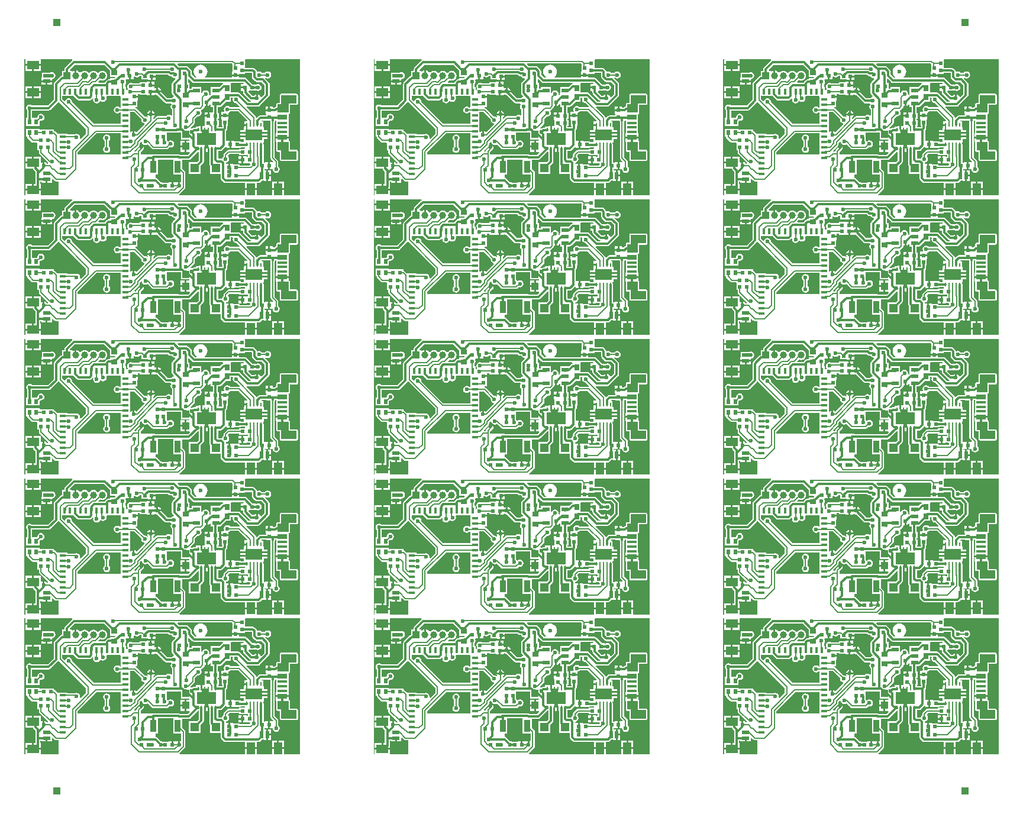
<source format=gtl>
G04*
G04 #@! TF.GenerationSoftware,Altium Limited,Altium Designer,19.0.14 (431)*
G04*
G04 Layer_Physical_Order=1*
G04 Layer_Color=255*
%FSLAX44Y44*%
%MOMM*%
G71*
G01*
G75*
%ADD10R,1.0000X1.0000*%
%ADD11R,0.5000X0.6000*%
%ADD12R,0.9000X1.8000*%
%ADD13R,0.6000X0.5000*%
%ADD14R,0.9000X0.8000*%
%ADD15R,2.7000X1.7000*%
%ADD16R,0.2500X0.5500*%
%ADD17R,0.5000X0.7500*%
%ADD18R,0.6500X0.6500*%
%ADD19R,1.3500X0.4000*%
%ADD20R,1.3500X0.6500*%
%ADD21R,1.2000X1.7000*%
%ADD22R,0.5000X1.0000*%
%ADD23R,1.0000X0.2500*%
%ADD24R,2.4000X1.6500*%
%ADD25R,0.2500X0.6000*%
%ADD26R,0.7000X0.9000*%
%ADD27R,1.0000X0.6000*%
%ADD28R,0.4100X0.9100*%
%ADD29R,0.9100X0.4100*%
%ADD30R,1.0000X1.1000*%
%ADD31R,1.3000X1.3000*%
%ADD32R,1.0000X0.5000*%
%ADD33R,1.7000X1.2000*%
%ADD34C,0.2000*%
%ADD35C,0.3000*%
%ADD36C,0.2540*%
%ADD37R,0.5000X0.9793*%
%ADD38R,1.0790X1.0299*%
%ADD39C,0.6000*%
%ADD40C,1.0000*%
G36*
X1072313Y995930D02*
X1071770Y995567D01*
X1061730Y985527D01*
X1060957Y984369D01*
X1060685Y983004D01*
Y981004D01*
X1057254D01*
Y973981D01*
X1056348Y973801D01*
X1055190Y973027D01*
X1046490Y964327D01*
X1045717Y963169D01*
X1045445Y961804D01*
Y939637D01*
X1037051Y931242D01*
X1014824D01*
X1014800Y931279D01*
X1013146Y932384D01*
X1011195Y932772D01*
X1009244Y932384D01*
X1007590Y931279D01*
X1006485Y929625D01*
X1006097Y927674D01*
X1006485Y925723D01*
X1007590Y924069D01*
X1007626Y924045D01*
Y913504D01*
X1006254D01*
Y902004D01*
X1014984D01*
X1015254Y902004D01*
X1016254D01*
X1016524Y902004D01*
X1025254D01*
Y908008D01*
X1026580Y909334D01*
X1027224Y909206D01*
X1029175Y909594D01*
X1030828Y910699D01*
X1031934Y912353D01*
X1032322Y914304D01*
X1031934Y916255D01*
X1030828Y917909D01*
X1029175Y919014D01*
X1027224Y919402D01*
X1025273Y919014D01*
X1023619Y917909D01*
X1022514Y916255D01*
X1022126Y914304D01*
X1020990Y913504D01*
X1016524D01*
X1016254Y913504D01*
X1015254D01*
X1014764Y913994D01*
Y924045D01*
X1014800Y924069D01*
X1014824Y924105D01*
X1038529D01*
X1039894Y924377D01*
X1041052Y925150D01*
X1051537Y935636D01*
X1051740Y935939D01*
X1053370Y936102D01*
X1091675Y897797D01*
Y890537D01*
X1084424Y883286D01*
X1084179Y883331D01*
X1083190Y884783D01*
X1083322Y885444D01*
X1082934Y887395D01*
X1081829Y889049D01*
X1080175Y890154D01*
X1078224Y890542D01*
X1076273Y890154D01*
X1076136Y890063D01*
X1064904D01*
Y891054D01*
X1055099D01*
X1054804Y891113D01*
X1054508Y891054D01*
X1051804D01*
X1051804Y891054D01*
Y891054D01*
X1051804Y891054D01*
X1050623Y891270D01*
X1047927Y893967D01*
X1046934Y894630D01*
X1046114Y894793D01*
Y896754D01*
X1037384D01*
X1036114Y896754D01*
X1034844Y896754D01*
X1026114D01*
X1025254Y897667D01*
Y898004D01*
X1016524D01*
X1016254Y898004D01*
X1015254D01*
X1014984Y898004D01*
X1006254D01*
Y886504D01*
X1007699D01*
X1007928Y885353D01*
X1008591Y884361D01*
X1013831Y879121D01*
X1013831Y879121D01*
X1014823Y878458D01*
X1015994Y878225D01*
X1015994Y878225D01*
X1021526D01*
X1022424Y877327D01*
Y876784D01*
X1022424Y875514D01*
Y867304D01*
X1024365D01*
Y863864D01*
X1024365Y863864D01*
X1024598Y862693D01*
X1025261Y861701D01*
X1037550Y849413D01*
X1037525Y849107D01*
X1037129Y848143D01*
X1035853D01*
X1035228Y849078D01*
X1033395Y850302D01*
X1032504Y850480D01*
Y845084D01*
X1029964D01*
Y850480D01*
X1029072Y850302D01*
X1028314Y849796D01*
X1027044Y850474D01*
Y858044D01*
X1017274D01*
Y849504D01*
X1016004D01*
Y848234D01*
X1004964D01*
Y840964D01*
X1016303D01*
X1016507Y839938D01*
X1017280Y838780D01*
X1019435Y836626D01*
Y827084D01*
Y819044D01*
X1017274D01*
Y811774D01*
X1027044D01*
Y819044D01*
X1026572D01*
Y822435D01*
X1027964D01*
Y820964D01*
X1034234D01*
Y826004D01*
X1036774D01*
Y820964D01*
X1043044D01*
Y825799D01*
X1044217Y826285D01*
X1046861Y823641D01*
X1046861Y823641D01*
X1047853Y822978D01*
X1049024Y822745D01*
X1049024Y822745D01*
X1052824D01*
Y802808D01*
X1027044D01*
Y809234D01*
X1016004D01*
X1004964D01*
Y802808D01*
X1003558D01*
Y997200D01*
X1004964D01*
Y990774D01*
X1016004D01*
X1027044D01*
Y997200D01*
X1071928D01*
X1072313Y995930D01*
D02*
G37*
G36*
X572313D02*
X571770Y995567D01*
X561730Y985527D01*
X560957Y984369D01*
X560685Y983004D01*
Y981004D01*
X557254D01*
Y973981D01*
X556348Y973801D01*
X555190Y973027D01*
X546490Y964327D01*
X545717Y963169D01*
X545445Y961804D01*
Y939637D01*
X537051Y931242D01*
X514824D01*
X514800Y931279D01*
X513146Y932384D01*
X511195Y932772D01*
X509244Y932384D01*
X507590Y931279D01*
X506485Y929625D01*
X506097Y927674D01*
X506485Y925723D01*
X507590Y924069D01*
X507626Y924045D01*
Y913504D01*
X506254D01*
Y902004D01*
X514984D01*
X515254Y902004D01*
X516254D01*
X516524Y902004D01*
X525254D01*
Y908008D01*
X526580Y909334D01*
X527224Y909206D01*
X529175Y909594D01*
X530829Y910699D01*
X531934Y912353D01*
X532322Y914304D01*
X531934Y916255D01*
X530829Y917909D01*
X529175Y919014D01*
X527224Y919402D01*
X525273Y919014D01*
X523619Y917909D01*
X522514Y916255D01*
X522126Y914304D01*
X520990Y913504D01*
X516524D01*
X516254Y913504D01*
X515254D01*
X514764Y913994D01*
Y924045D01*
X514800Y924069D01*
X514824Y924105D01*
X538529D01*
X539894Y924377D01*
X541052Y925150D01*
X551537Y935636D01*
X551740Y935939D01*
X553370Y936102D01*
X591675Y897797D01*
Y890537D01*
X584424Y883286D01*
X584179Y883331D01*
X583190Y884783D01*
X583322Y885444D01*
X582934Y887395D01*
X581829Y889049D01*
X580175Y890154D01*
X578224Y890542D01*
X576273Y890154D01*
X576136Y890063D01*
X564904D01*
Y891054D01*
X555099D01*
X554804Y891113D01*
X554508Y891054D01*
X551804D01*
X551804Y891054D01*
Y891054D01*
X551804Y891054D01*
X550623Y891270D01*
X547927Y893967D01*
X546934Y894630D01*
X546114Y894793D01*
Y896754D01*
X537384D01*
X536114Y896754D01*
X534844Y896754D01*
X526114D01*
X525254Y897667D01*
Y898004D01*
X516524D01*
X516254Y898004D01*
X515254D01*
X514984Y898004D01*
X506254D01*
Y886504D01*
X507699D01*
X507928Y885353D01*
X508591Y884361D01*
X513831Y879121D01*
X513831Y879121D01*
X514823Y878458D01*
X515994Y878225D01*
X515994Y878225D01*
X521526D01*
X522424Y877327D01*
Y876784D01*
X522424Y875514D01*
Y867304D01*
X524365D01*
Y863864D01*
X524365Y863864D01*
X524598Y862693D01*
X525261Y861701D01*
X537549Y849413D01*
X537525Y849107D01*
X537129Y848143D01*
X535853D01*
X535228Y849078D01*
X533395Y850302D01*
X532504Y850480D01*
Y845084D01*
X529964D01*
Y850480D01*
X529072Y850302D01*
X528314Y849796D01*
X527044Y850474D01*
Y858044D01*
X517274D01*
Y849504D01*
X516004D01*
Y848234D01*
X504964D01*
Y840964D01*
X516303D01*
X516507Y839938D01*
X517280Y838780D01*
X519435Y836626D01*
Y827084D01*
Y819044D01*
X517274D01*
Y811774D01*
X527044D01*
Y819044D01*
X526572D01*
Y822435D01*
X527964D01*
Y820964D01*
X534234D01*
Y826004D01*
X536774D01*
Y820964D01*
X543044D01*
Y825799D01*
X544217Y826285D01*
X546861Y823641D01*
X546861Y823641D01*
X547853Y822978D01*
X549024Y822745D01*
X549024Y822745D01*
X552824D01*
Y802808D01*
X527044D01*
Y809234D01*
X516004D01*
X504964D01*
Y802808D01*
X503558D01*
Y997200D01*
X504964D01*
Y990774D01*
X516004D01*
X527044D01*
Y997200D01*
X571928D01*
X572313Y995930D01*
D02*
G37*
G36*
X72313D02*
X71770Y995567D01*
X61730Y985527D01*
X60957Y984369D01*
X60685Y983004D01*
Y981004D01*
X57254D01*
Y973981D01*
X56348Y973801D01*
X55190Y973027D01*
X46490Y964327D01*
X45717Y963169D01*
X45445Y961804D01*
Y939637D01*
X37051Y931242D01*
X14824D01*
X14800Y931279D01*
X13146Y932384D01*
X11195Y932772D01*
X9244Y932384D01*
X7590Y931279D01*
X6485Y929625D01*
X6097Y927674D01*
X6485Y925723D01*
X7590Y924069D01*
X7627Y924045D01*
Y913504D01*
X6254D01*
Y902004D01*
X14984D01*
X15254Y902004D01*
X16254D01*
X16524Y902004D01*
X25254D01*
Y908008D01*
X26580Y909334D01*
X27224Y909206D01*
X29175Y909594D01*
X30828Y910699D01*
X31934Y912353D01*
X32322Y914304D01*
X31934Y916255D01*
X30828Y917909D01*
X29175Y919014D01*
X27224Y919402D01*
X25273Y919014D01*
X23619Y917909D01*
X22514Y916255D01*
X22126Y914304D01*
X20990Y913504D01*
X16524D01*
X16254Y913504D01*
X15254D01*
X14764Y913994D01*
Y924045D01*
X14800Y924069D01*
X14824Y924105D01*
X38529D01*
X39894Y924377D01*
X41052Y925150D01*
X51537Y935636D01*
X51740Y935939D01*
X53370Y936102D01*
X91675Y897797D01*
Y890537D01*
X84424Y883286D01*
X84179Y883331D01*
X83190Y884783D01*
X83322Y885444D01*
X82934Y887395D01*
X81829Y889049D01*
X80175Y890154D01*
X78224Y890542D01*
X76273Y890154D01*
X76136Y890063D01*
X64904D01*
Y891054D01*
X55100D01*
X54804Y891113D01*
X54508Y891054D01*
X51804D01*
X51804Y891054D01*
Y891054D01*
X51804Y891054D01*
X50623Y891270D01*
X47927Y893967D01*
X46934Y894630D01*
X46114Y894793D01*
Y896754D01*
X37384D01*
X36114Y896754D01*
X34844Y896754D01*
X26114D01*
X25254Y897667D01*
Y898004D01*
X16524D01*
X16254Y898004D01*
X15254D01*
X14984Y898004D01*
X6254D01*
Y886504D01*
X7699D01*
X7928Y885353D01*
X8591Y884361D01*
X13831Y879121D01*
X13831Y879121D01*
X14823Y878458D01*
X15994Y878225D01*
X15994Y878225D01*
X21526D01*
X22424Y877327D01*
Y876784D01*
X22424Y875514D01*
Y867304D01*
X24365D01*
Y863864D01*
X24365Y863864D01*
X24598Y862693D01*
X25261Y861701D01*
X37550Y849413D01*
X37525Y849107D01*
X37129Y848143D01*
X35853D01*
X35228Y849078D01*
X33395Y850302D01*
X32504Y850480D01*
Y845084D01*
X29964D01*
Y850480D01*
X29072Y850302D01*
X28314Y849796D01*
X27044Y850474D01*
Y858044D01*
X17274D01*
Y849504D01*
X16004D01*
Y848234D01*
X4964D01*
Y840964D01*
X16303D01*
X16507Y839938D01*
X17280Y838780D01*
X19435Y836626D01*
Y827084D01*
Y819044D01*
X17274D01*
Y811774D01*
X27044D01*
Y819044D01*
X26572D01*
Y822435D01*
X27964D01*
Y820964D01*
X34234D01*
Y826004D01*
X36774D01*
Y820964D01*
X43044D01*
Y825799D01*
X44217Y826285D01*
X46861Y823641D01*
X46861Y823641D01*
X47853Y822978D01*
X49024Y822745D01*
X49024Y822745D01*
X52824D01*
Y802808D01*
X27044D01*
Y809234D01*
X16004D01*
X4964D01*
Y802808D01*
X3558D01*
Y997200D01*
X4964D01*
Y990774D01*
X16004D01*
X27044D01*
Y997200D01*
X71928D01*
X72313Y995930D01*
D02*
G37*
G36*
X1397950Y802808D02*
X1375044D01*
Y810264D01*
X1357964D01*
Y802808D01*
X1336044D01*
Y810264D01*
X1318964D01*
Y802808D01*
X1225792D01*
X1225407Y804078D01*
X1225577Y804191D01*
X1233005Y811619D01*
X1233005Y811619D01*
X1233668Y812611D01*
X1233901Y813782D01*
X1233901Y813782D01*
Y835346D01*
X1233901Y835346D01*
X1233668Y836516D01*
X1233005Y837509D01*
X1233005Y837509D01*
X1229504Y841010D01*
Y853585D01*
X1239034D01*
X1240400Y853857D01*
X1241558Y854630D01*
X1252105Y865178D01*
X1253375Y864986D01*
Y852542D01*
X1250836Y850003D01*
X1238883D01*
Y833003D01*
X1255883D01*
Y844957D01*
X1259467Y848540D01*
X1260241Y849698D01*
X1260512Y851064D01*
Y864773D01*
X1260674D01*
Y870063D01*
X1263214D01*
Y864773D01*
X1265674D01*
Y870063D01*
X1268214D01*
Y864773D01*
X1268375D01*
Y846924D01*
X1268647Y845558D01*
X1268865Y845233D01*
Y833003D01*
X1284126D01*
Y827563D01*
X1284398Y826198D01*
X1285172Y825040D01*
X1288601Y821610D01*
X1289759Y820837D01*
X1291125Y820565D01*
X1318964D01*
Y812804D01*
X1336044D01*
Y820565D01*
X1338664D01*
X1340029Y820837D01*
X1341187Y821610D01*
X1343611Y824034D01*
X1345964D01*
Y823494D01*
X1349734D01*
Y831034D01*
Y838574D01*
X1346937D01*
Y839930D01*
X1348194Y839963D01*
Y839963D01*
X1352464D01*
Y845003D01*
Y850043D01*
X1348194D01*
Y849503D01*
X1345882D01*
Y875054D01*
X1345611Y876419D01*
X1345314Y876864D01*
Y878514D01*
X1346604D01*
Y883014D01*
X1351604D01*
Y885534D01*
X1344064D01*
Y888074D01*
X1351604D01*
Y890534D01*
X1344064D01*
Y893074D01*
X1351604D01*
Y895594D01*
X1346604D01*
Y900094D01*
X1345314D01*
Y908304D01*
X1343816D01*
X1343137Y909574D01*
X1343305Y909825D01*
X1349314D01*
Y909384D01*
X1355354D01*
X1355597Y908164D01*
X1355835Y907807D01*
Y856144D01*
X1355835Y856144D01*
X1356068Y854973D01*
X1356731Y853981D01*
X1359487Y851225D01*
X1358873Y850043D01*
X1355004D01*
Y845003D01*
Y839963D01*
X1358884D01*
X1359264Y838052D01*
X1360369Y836398D01*
X1362023Y835293D01*
X1363974Y834905D01*
X1365925Y835293D01*
X1367579Y836398D01*
X1368684Y838052D01*
X1369072Y840003D01*
X1368684Y841954D01*
X1367579Y843608D01*
X1367033Y843973D01*
Y851064D01*
X1367033Y851064D01*
X1366800Y852234D01*
X1366137Y853227D01*
X1366137Y853227D01*
X1361953Y857411D01*
Y907807D01*
X1362191Y908164D01*
X1362462Y909529D01*
Y909825D01*
X1364114D01*
Y902504D01*
Y891544D01*
X1363574D01*
Y887024D01*
X1372864D01*
X1382154D01*
Y891544D01*
X1381614D01*
Y902504D01*
Y909004D01*
Y918995D01*
X1382244Y919120D01*
X1382906Y919562D01*
X1383348Y920223D01*
X1383503Y921004D01*
Y932065D01*
X1392964D01*
X1393744Y932220D01*
X1394406Y932662D01*
X1394848Y933324D01*
X1395003Y934104D01*
Y946104D01*
X1394848Y946884D01*
X1394406Y947546D01*
X1393744Y947988D01*
X1392964Y948143D01*
X1371164D01*
X1370383Y947988D01*
X1369722Y947546D01*
X1369280Y946884D01*
X1369125Y946104D01*
Y935043D01*
X1366164D01*
X1365383Y934888D01*
X1364722Y934446D01*
X1364280Y933784D01*
X1364125Y933004D01*
Y929842D01*
X1363413Y929701D01*
X1362255Y928927D01*
X1361280Y927952D01*
X1358854D01*
Y929924D01*
X1355084D01*
Y924384D01*
X1353814D01*
Y923114D01*
X1348774D01*
Y918844D01*
X1349314D01*
Y916962D01*
X1340945D01*
X1339579Y916691D01*
X1338422Y915917D01*
X1336360Y913856D01*
X1334996Y914287D01*
X1334890Y914819D01*
X1334227Y915811D01*
X1334227Y915811D01*
X1321344Y928694D01*
X1321970Y929864D01*
X1322366Y929785D01*
X1337812D01*
X1339177Y930057D01*
X1340335Y930830D01*
X1353337Y943832D01*
X1354111Y944990D01*
X1354382Y946356D01*
Y961987D01*
X1354111Y963353D01*
X1353337Y964510D01*
X1347818Y970029D01*
X1348628Y971016D01*
X1349783Y970244D01*
X1351734Y969856D01*
X1353685Y970244D01*
X1355339Y971349D01*
X1356444Y973003D01*
X1356832Y974954D01*
X1356444Y976905D01*
X1355339Y978559D01*
X1353685Y979664D01*
X1351734Y980052D01*
X1349783Y979664D01*
X1348129Y978559D01*
X1347764Y978012D01*
X1343127D01*
X1342762Y978559D01*
X1341108Y979664D01*
X1339157Y980052D01*
X1337206Y979664D01*
X1336028Y980404D01*
X1335954Y980777D01*
X1335180Y981935D01*
X1332898Y984217D01*
X1331741Y984991D01*
X1330375Y985262D01*
X1319221D01*
Y986694D01*
X1319221D01*
Y986694D01*
X1319221D01*
Y991511D01*
X1319410Y991793D01*
X1319643Y992964D01*
X1319410Y994134D01*
X1319221Y994417D01*
Y996694D01*
X1320282Y997200D01*
X1397950D01*
Y802808D01*
D02*
G37*
G36*
X897950D02*
X875044D01*
Y810264D01*
X857964D01*
Y802808D01*
X836044D01*
Y810264D01*
X818964D01*
Y802808D01*
X725792D01*
X725407Y804078D01*
X725577Y804191D01*
X733005Y811619D01*
X733005Y811619D01*
X733668Y812611D01*
X733901Y813782D01*
X733901Y813782D01*
Y835346D01*
X733901Y835346D01*
X733668Y836516D01*
X733005Y837509D01*
X733005Y837509D01*
X729504Y841010D01*
Y853585D01*
X739034D01*
X740400Y853857D01*
X741558Y854630D01*
X752105Y865178D01*
X753375Y864986D01*
Y852542D01*
X750836Y850003D01*
X738883D01*
Y833003D01*
X755883D01*
Y844957D01*
X759467Y848540D01*
X760241Y849698D01*
X760512Y851064D01*
Y864773D01*
X760674D01*
Y870063D01*
X763214D01*
Y864773D01*
X765674D01*
Y870063D01*
X768214D01*
Y864773D01*
X768375D01*
Y846924D01*
X768647Y845558D01*
X768865Y845233D01*
Y833003D01*
X784126D01*
Y827563D01*
X784398Y826198D01*
X785172Y825040D01*
X788601Y821610D01*
X789759Y820837D01*
X791124Y820565D01*
X818964D01*
Y812804D01*
X836044D01*
Y820565D01*
X838664D01*
X840029Y820837D01*
X841187Y821610D01*
X843611Y824034D01*
X845964D01*
Y823494D01*
X849734D01*
Y831034D01*
Y838574D01*
X846937D01*
Y839930D01*
X848194Y839963D01*
Y839963D01*
X852464D01*
Y845003D01*
Y850043D01*
X848194D01*
Y849503D01*
X845882D01*
Y875054D01*
X845611Y876419D01*
X845314Y876864D01*
Y878514D01*
X846604D01*
Y883014D01*
X851604D01*
Y885534D01*
X844064D01*
Y888074D01*
X851604D01*
Y890534D01*
X844064D01*
Y893074D01*
X851604D01*
Y895594D01*
X846604D01*
Y900094D01*
X845314D01*
Y908304D01*
X843816D01*
X843137Y909574D01*
X843305Y909825D01*
X849314D01*
Y909384D01*
X855354D01*
X855597Y908164D01*
X855835Y907807D01*
Y856144D01*
X855835Y856144D01*
X856068Y854973D01*
X856731Y853981D01*
X859487Y851225D01*
X858873Y850043D01*
X855004D01*
Y845003D01*
Y839963D01*
X858884D01*
X859264Y838052D01*
X860369Y836398D01*
X862023Y835293D01*
X863974Y834905D01*
X865925Y835293D01*
X867579Y836398D01*
X868684Y838052D01*
X869072Y840003D01*
X868684Y841954D01*
X867579Y843608D01*
X867033Y843973D01*
Y851064D01*
X867033Y851064D01*
X866800Y852234D01*
X866137Y853227D01*
X866137Y853227D01*
X861953Y857411D01*
Y907807D01*
X862191Y908164D01*
X862462Y909529D01*
Y909825D01*
X864114D01*
Y902504D01*
Y891544D01*
X863574D01*
Y887024D01*
X872864D01*
X882154D01*
Y891544D01*
X881614D01*
Y902504D01*
Y909004D01*
Y918995D01*
X882244Y919120D01*
X882906Y919562D01*
X883348Y920223D01*
X883503Y921004D01*
Y932065D01*
X892964D01*
X893744Y932220D01*
X894406Y932662D01*
X894848Y933324D01*
X895003Y934104D01*
Y946104D01*
X894848Y946884D01*
X894406Y947546D01*
X893744Y947988D01*
X892964Y948143D01*
X871164D01*
X870383Y947988D01*
X869722Y947546D01*
X869280Y946884D01*
X869125Y946104D01*
Y935043D01*
X866164D01*
X865383Y934888D01*
X864722Y934446D01*
X864280Y933784D01*
X864125Y933004D01*
Y929842D01*
X863413Y929701D01*
X862255Y928927D01*
X861280Y927952D01*
X858854D01*
Y929924D01*
X855084D01*
Y924384D01*
X853814D01*
Y923114D01*
X848774D01*
Y918844D01*
X849314D01*
Y916962D01*
X840945D01*
X839579Y916691D01*
X838422Y915917D01*
X836360Y913856D01*
X834995Y914287D01*
X834890Y914819D01*
X834227Y915811D01*
X834227Y915811D01*
X821344Y928694D01*
X821970Y929864D01*
X822366Y929785D01*
X837812D01*
X839177Y930057D01*
X840335Y930830D01*
X853337Y943832D01*
X854111Y944990D01*
X854382Y946356D01*
Y961987D01*
X854111Y963353D01*
X853337Y964510D01*
X847818Y970029D01*
X848628Y971016D01*
X849783Y970244D01*
X851734Y969856D01*
X853685Y970244D01*
X855339Y971349D01*
X856444Y973003D01*
X856832Y974954D01*
X856444Y976905D01*
X855339Y978559D01*
X853685Y979664D01*
X851734Y980052D01*
X849783Y979664D01*
X848129Y978559D01*
X847764Y978012D01*
X843127D01*
X842762Y978559D01*
X841108Y979664D01*
X839157Y980052D01*
X837206Y979664D01*
X836028Y980404D01*
X835954Y980777D01*
X835180Y981935D01*
X832898Y984217D01*
X831740Y984991D01*
X830375Y985262D01*
X819221D01*
Y986694D01*
X819221D01*
Y986694D01*
X819221D01*
Y991511D01*
X819410Y991793D01*
X819643Y992964D01*
X819410Y994134D01*
X819221Y994417D01*
Y996694D01*
X820282Y997200D01*
X897950D01*
Y802808D01*
D02*
G37*
G36*
X397950D02*
X375044D01*
Y810264D01*
X357964D01*
Y802808D01*
X336044D01*
Y810264D01*
X318964D01*
Y802808D01*
X225792D01*
X225407Y804078D01*
X225577Y804191D01*
X233004Y811619D01*
X233005Y811619D01*
X233668Y812611D01*
X233901Y813782D01*
X233901Y813782D01*
Y835346D01*
X233901Y835346D01*
X233668Y836516D01*
X233005Y837509D01*
X233004Y837509D01*
X229504Y841010D01*
Y853585D01*
X239034D01*
X240400Y853857D01*
X241558Y854630D01*
X252105Y865178D01*
X253375Y864986D01*
Y852542D01*
X250836Y850003D01*
X238883D01*
Y833003D01*
X255883D01*
Y844957D01*
X259467Y848540D01*
X260241Y849698D01*
X260512Y851064D01*
Y864773D01*
X260674D01*
Y870063D01*
X263214D01*
Y864773D01*
X265674D01*
Y870063D01*
X268214D01*
Y864773D01*
X268375D01*
Y846924D01*
X268647Y845558D01*
X268864Y845233D01*
Y833003D01*
X284126D01*
Y827563D01*
X284398Y826198D01*
X285172Y825040D01*
X288601Y821610D01*
X289759Y820837D01*
X291124Y820565D01*
X318964D01*
Y812804D01*
X336044D01*
Y820565D01*
X338664D01*
X340029Y820837D01*
X341187Y821610D01*
X343610Y824034D01*
X345964D01*
Y823494D01*
X349734D01*
Y831034D01*
Y838574D01*
X346937D01*
Y839930D01*
X348194Y839963D01*
Y839963D01*
X352464D01*
Y845003D01*
Y850043D01*
X348194D01*
Y849503D01*
X345882D01*
Y875054D01*
X345611Y876419D01*
X345314Y876864D01*
Y878514D01*
X346604D01*
Y883014D01*
X351604D01*
Y885534D01*
X344064D01*
Y888074D01*
X351604D01*
Y890534D01*
X344064D01*
Y893074D01*
X351604D01*
Y895594D01*
X346604D01*
Y900094D01*
X345314D01*
Y908304D01*
X343816D01*
X343137Y909574D01*
X343305Y909825D01*
X349314D01*
Y909384D01*
X355354D01*
X355597Y908164D01*
X355835Y907807D01*
Y856144D01*
X355835Y856144D01*
X356068Y854973D01*
X356731Y853981D01*
X359487Y851225D01*
X358873Y850043D01*
X355004D01*
Y845003D01*
Y839963D01*
X358884D01*
X359264Y838052D01*
X360369Y836398D01*
X362023Y835293D01*
X363974Y834905D01*
X365925Y835293D01*
X367579Y836398D01*
X368684Y838052D01*
X369072Y840003D01*
X368684Y841954D01*
X367579Y843608D01*
X367033Y843973D01*
Y851064D01*
X367033Y851064D01*
X366800Y852234D01*
X366137Y853227D01*
X366137Y853227D01*
X361953Y857411D01*
Y907807D01*
X362191Y908164D01*
X362462Y909529D01*
Y909825D01*
X364114D01*
Y902504D01*
Y891544D01*
X363574D01*
Y887024D01*
X372864D01*
X382154D01*
Y891544D01*
X381614D01*
Y902504D01*
Y909004D01*
Y918995D01*
X382244Y919120D01*
X382906Y919562D01*
X383348Y920223D01*
X383503Y921004D01*
Y932065D01*
X392964D01*
X393744Y932220D01*
X394406Y932662D01*
X394848Y933324D01*
X395003Y934104D01*
Y946104D01*
X394848Y946884D01*
X394406Y947546D01*
X393744Y947988D01*
X392964Y948143D01*
X371164D01*
X370383Y947988D01*
X369722Y947546D01*
X369280Y946884D01*
X369125Y946104D01*
Y935043D01*
X366164D01*
X365383Y934888D01*
X364722Y934446D01*
X364280Y933784D01*
X364125Y933004D01*
Y929842D01*
X363413Y929701D01*
X362255Y928927D01*
X361280Y927952D01*
X358854D01*
Y929924D01*
X355084D01*
Y924384D01*
X353814D01*
Y923114D01*
X348774D01*
Y918844D01*
X349314D01*
Y916962D01*
X340945D01*
X339579Y916691D01*
X338422Y915917D01*
X336360Y913856D01*
X334995Y914287D01*
X334890Y914819D01*
X334227Y915811D01*
X334227Y915811D01*
X321344Y928694D01*
X321970Y929864D01*
X322366Y929785D01*
X337812D01*
X339177Y930057D01*
X340335Y930830D01*
X353337Y943832D01*
X354111Y944990D01*
X354382Y946356D01*
Y961987D01*
X354111Y963353D01*
X353337Y964510D01*
X347818Y970029D01*
X348628Y971016D01*
X349783Y970244D01*
X351734Y969856D01*
X353685Y970244D01*
X355339Y971349D01*
X356444Y973003D01*
X356832Y974954D01*
X356444Y976905D01*
X355339Y978559D01*
X353685Y979664D01*
X351734Y980052D01*
X349783Y979664D01*
X348129Y978559D01*
X347764Y978012D01*
X343126D01*
X342762Y978559D01*
X341108Y979664D01*
X339157Y980052D01*
X337206Y979664D01*
X336028Y980404D01*
X335954Y980777D01*
X335180Y981935D01*
X332898Y984217D01*
X331740Y984991D01*
X330375Y985262D01*
X319221D01*
Y986694D01*
X319221D01*
Y986694D01*
X319221D01*
Y991511D01*
X319410Y991793D01*
X319643Y992964D01*
X319410Y994134D01*
X319221Y994417D01*
Y996694D01*
X320281Y997200D01*
X397950D01*
Y802808D01*
D02*
G37*
G36*
X1210023Y974416D02*
X1211181Y973642D01*
X1212546Y973371D01*
X1214473D01*
X1214484Y973313D01*
X1215589Y971659D01*
X1217243Y970554D01*
X1218992Y970206D01*
X1219641Y969058D01*
X1215545Y964963D01*
X1214771Y963805D01*
X1214500Y962440D01*
Y948980D01*
X1214771Y947614D01*
X1215545Y946457D01*
X1217264Y944738D01*
X1216846Y943360D01*
X1215762Y943144D01*
X1213930Y941920D01*
X1213645Y941494D01*
X1208410D01*
X1199500Y950404D01*
X1193854D01*
Y951674D01*
X1192584D01*
Y957070D01*
X1191692Y956892D01*
X1190664Y956205D01*
X1189394Y956884D01*
Y958754D01*
X1183854D01*
Y960024D01*
X1182584D01*
Y965064D01*
X1178314D01*
Y964524D01*
X1168854D01*
Y963083D01*
X1158215D01*
X1157645Y963464D01*
X1155694Y963852D01*
X1153743Y963464D01*
X1152089Y962359D01*
X1150984Y960705D01*
X1150596Y958754D01*
X1150984Y956803D01*
X1151498Y956033D01*
X1151279Y954359D01*
X1150951Y953868D01*
X1149255Y953615D01*
X1149004Y953821D01*
Y957954D01*
X1148013D01*
Y961494D01*
X1148013Y961494D01*
X1147979Y961664D01*
X1148974Y963153D01*
X1149362Y965104D01*
X1148974Y967055D01*
X1148404Y967907D01*
X1149232Y968954D01*
X1153214D01*
Y973994D01*
X1155754D01*
Y968954D01*
X1160024D01*
Y972247D01*
X1161294Y972719D01*
X1162633Y971824D01*
X1164584Y971436D01*
X1166535Y971824D01*
X1168189Y972929D01*
X1168632Y973592D01*
X1170540D01*
X1170714Y973418D01*
Y968424D01*
X1180174D01*
Y967884D01*
X1184444D01*
Y972924D01*
X1185714D01*
Y974194D01*
X1191254D01*
Y975370D01*
X1209068D01*
X1210023Y974416D01*
D02*
G37*
G36*
X710023D02*
X711181Y973642D01*
X712546Y973371D01*
X714472D01*
X714484Y973313D01*
X715589Y971659D01*
X717243Y970554D01*
X718992Y970206D01*
X719641Y969058D01*
X715545Y964963D01*
X714771Y963805D01*
X714500Y962440D01*
Y948980D01*
X714771Y947614D01*
X715545Y946457D01*
X717264Y944738D01*
X716846Y943360D01*
X715762Y943144D01*
X713930Y941920D01*
X713645Y941494D01*
X708410D01*
X699500Y950404D01*
X693854D01*
Y951674D01*
X692584D01*
Y957070D01*
X691692Y956892D01*
X690664Y956205D01*
X689394Y956884D01*
Y958754D01*
X683854D01*
Y960024D01*
X682584D01*
Y965064D01*
X678314D01*
Y964524D01*
X668854D01*
Y963083D01*
X658215D01*
X657645Y963464D01*
X655694Y963852D01*
X653743Y963464D01*
X652089Y962359D01*
X650984Y960705D01*
X650596Y958754D01*
X650984Y956803D01*
X651498Y956033D01*
X651279Y954359D01*
X650951Y953868D01*
X649255Y953615D01*
X649004Y953821D01*
Y957954D01*
X648013D01*
Y961494D01*
X648013Y961494D01*
X647979Y961664D01*
X648974Y963153D01*
X649362Y965104D01*
X648974Y967055D01*
X648404Y967907D01*
X649232Y968954D01*
X653214D01*
Y973994D01*
X655754D01*
Y968954D01*
X660024D01*
Y972247D01*
X661294Y972719D01*
X662633Y971824D01*
X664584Y971436D01*
X666535Y971824D01*
X668189Y972929D01*
X668632Y973592D01*
X670540D01*
X670714Y973418D01*
Y968424D01*
X680174D01*
Y967884D01*
X684444D01*
Y972924D01*
X685714D01*
Y974194D01*
X691254D01*
Y975370D01*
X709068D01*
X710023Y974416D01*
D02*
G37*
G36*
X210023D02*
X211181Y973642D01*
X212546Y973371D01*
X214472D01*
X214484Y973313D01*
X215589Y971659D01*
X217243Y970554D01*
X218992Y970206D01*
X219641Y969058D01*
X215545Y964963D01*
X214771Y963805D01*
X214500Y962440D01*
Y948980D01*
X214771Y947614D01*
X215545Y946457D01*
X217264Y944738D01*
X216846Y943360D01*
X215762Y943144D01*
X213930Y941920D01*
X213645Y941494D01*
X208410D01*
X199500Y950404D01*
X193854D01*
Y951674D01*
X192584D01*
Y957070D01*
X191692Y956892D01*
X190664Y956205D01*
X189394Y956884D01*
Y958754D01*
X183854D01*
Y960024D01*
X182584D01*
Y965064D01*
X178314D01*
Y964524D01*
X168854D01*
Y963083D01*
X158215D01*
X157645Y963464D01*
X155694Y963852D01*
X153743Y963464D01*
X152089Y962359D01*
X150984Y960705D01*
X150596Y958754D01*
X150984Y956803D01*
X151498Y956033D01*
X151279Y954359D01*
X150951Y953868D01*
X149255Y953615D01*
X149004Y953821D01*
Y957954D01*
X148013D01*
Y961494D01*
X148013Y961494D01*
X147979Y961664D01*
X148974Y963153D01*
X149362Y965104D01*
X148974Y967055D01*
X148404Y967907D01*
X149232Y968954D01*
X153214D01*
Y973994D01*
X155754D01*
Y968954D01*
X160024D01*
Y972247D01*
X161294Y972719D01*
X162633Y971824D01*
X164584Y971436D01*
X166535Y971824D01*
X168189Y972929D01*
X168631Y973592D01*
X170540D01*
X170714Y973418D01*
Y968424D01*
X180174D01*
Y967884D01*
X184444D01*
Y972924D01*
X185714D01*
Y974194D01*
X191254D01*
Y975370D01*
X209068D01*
X210023Y974416D01*
D02*
G37*
G36*
X1125883Y981088D02*
Y972454D01*
X1133142D01*
X1133705Y971195D01*
X1133212Y970572D01*
X1133013D01*
X1132417Y970454D01*
X1125883D01*
Y968572D01*
X1124054D01*
X1122688Y968301D01*
X1121530Y967527D01*
X1119731Y965727D01*
X1118957Y964569D01*
X1118858Y964072D01*
X1109721D01*
X1109235Y965246D01*
X1111775Y967785D01*
X1113226Y967184D01*
X1115054Y966943D01*
X1116881Y967184D01*
X1118584Y967889D01*
X1120046Y969011D01*
X1121168Y970474D01*
X1121874Y972176D01*
X1122114Y974004D01*
X1121874Y975831D01*
X1121168Y977534D01*
X1120046Y978996D01*
X1118584Y980118D01*
X1116881Y980824D01*
X1115054Y981064D01*
X1113226Y980824D01*
X1111524Y980118D01*
X1110061Y978996D01*
X1109491Y978252D01*
X1107917D01*
X1107346Y978996D01*
X1105884Y980118D01*
X1104181Y980824D01*
X1102354Y981064D01*
X1100527Y980824D01*
X1098824Y980118D01*
X1097361Y978996D01*
X1096790Y978252D01*
X1095217D01*
X1094646Y978996D01*
X1093184Y980118D01*
X1091481Y980824D01*
X1089654Y981064D01*
X1087827Y980824D01*
X1086124Y980118D01*
X1084661Y978996D01*
X1084445Y978714D01*
X1082844D01*
X1082331Y979381D01*
X1080756Y980590D01*
X1078922Y981350D01*
X1078224Y981442D01*
Y974004D01*
X1075684D01*
Y981442D01*
X1074986Y981350D01*
X1073151Y980590D01*
X1072524Y980108D01*
X1071254Y980735D01*
Y981004D01*
X1069097D01*
X1068570Y982274D01*
X1075772Y989475D01*
X1117496D01*
X1125883Y981088D01*
D02*
G37*
G36*
X625883D02*
Y972454D01*
X633142D01*
X633704Y971195D01*
X633212Y970572D01*
X633013D01*
X632417Y970454D01*
X625883D01*
Y968572D01*
X624054D01*
X622688Y968301D01*
X621530Y967527D01*
X619730Y965727D01*
X618957Y964569D01*
X618858Y964072D01*
X609721D01*
X609235Y965246D01*
X611775Y967785D01*
X613226Y967184D01*
X615054Y966943D01*
X616881Y967184D01*
X618584Y967889D01*
X620046Y969011D01*
X621168Y970474D01*
X621874Y972176D01*
X622114Y974004D01*
X621874Y975831D01*
X621168Y977534D01*
X620046Y978996D01*
X618584Y980118D01*
X616881Y980824D01*
X615054Y981064D01*
X613226Y980824D01*
X611524Y980118D01*
X610061Y978996D01*
X609491Y978252D01*
X607917D01*
X607346Y978996D01*
X605884Y980118D01*
X604181Y980824D01*
X602354Y981064D01*
X600526Y980824D01*
X598824Y980118D01*
X597361Y978996D01*
X596791Y978252D01*
X595217D01*
X594646Y978996D01*
X593184Y980118D01*
X591481Y980824D01*
X589654Y981064D01*
X587826Y980824D01*
X586124Y980118D01*
X584661Y978996D01*
X584445Y978714D01*
X582844D01*
X582331Y979381D01*
X580756Y980590D01*
X578922Y981350D01*
X578224Y981442D01*
Y974004D01*
X575684D01*
Y981442D01*
X574985Y981350D01*
X573151Y980590D01*
X572524Y980108D01*
X571254Y980735D01*
Y981004D01*
X569096D01*
X568571Y982274D01*
X575772Y989475D01*
X617496D01*
X625883Y981088D01*
D02*
G37*
G36*
X125883D02*
Y972454D01*
X133142D01*
X133705Y971195D01*
X133211Y970572D01*
X133013D01*
X132417Y970454D01*
X125883D01*
Y968572D01*
X124054D01*
X122688Y968301D01*
X121530Y967527D01*
X119730Y965727D01*
X118957Y964569D01*
X118858Y964072D01*
X109721D01*
X109235Y965246D01*
X111775Y967785D01*
X113226Y967184D01*
X115054Y966943D01*
X116881Y967184D01*
X118584Y967889D01*
X120046Y969011D01*
X121168Y970474D01*
X121874Y972176D01*
X122114Y974004D01*
X121874Y975831D01*
X121168Y977534D01*
X120046Y978996D01*
X118584Y980118D01*
X116881Y980824D01*
X115054Y981064D01*
X113226Y980824D01*
X111524Y980118D01*
X110061Y978996D01*
X109490Y978252D01*
X107917D01*
X107346Y978996D01*
X105884Y980118D01*
X104181Y980824D01*
X102354Y981064D01*
X100526Y980824D01*
X98824Y980118D01*
X97361Y978996D01*
X96791Y978252D01*
X95217D01*
X94646Y978996D01*
X93184Y980118D01*
X91481Y980824D01*
X89654Y981064D01*
X87826Y980824D01*
X86124Y980118D01*
X84661Y978996D01*
X84445Y978714D01*
X82844D01*
X82331Y979381D01*
X80756Y980590D01*
X78922Y981350D01*
X78224Y981442D01*
Y974004D01*
X75684D01*
Y981442D01*
X74985Y981350D01*
X73151Y980590D01*
X72524Y980108D01*
X71254Y980735D01*
Y981004D01*
X69096D01*
X68570Y982274D01*
X75772Y989475D01*
X117496D01*
X125883Y981088D01*
D02*
G37*
G36*
X1300878Y990871D02*
X1301054Y989674D01*
X1301054D01*
Y980214D01*
X1300514D01*
Y975944D01*
X1305554D01*
X1310594D01*
Y976694D01*
X1319221D01*
Y978125D01*
X1328897D01*
X1329088Y977934D01*
Y972261D01*
X1329360Y970896D01*
X1330134Y969738D01*
X1333941Y965930D01*
X1335099Y965157D01*
X1336465Y964885D01*
X1342869D01*
X1347245Y960509D01*
Y947834D01*
X1342883Y943472D01*
X1342155Y943692D01*
X1341590Y943975D01*
X1340459Y945668D01*
X1338626Y946892D01*
X1337735Y947070D01*
Y941674D01*
X1335195D01*
Y947070D01*
X1334303Y946892D01*
X1332470Y945668D01*
X1332186Y945242D01*
X1329569D01*
X1324097Y950714D01*
X1324504Y951984D01*
X1325550Y952524D01*
X1333964D01*
Y952524D01*
X1335234Y952761D01*
X1335903Y952314D01*
X1337854Y951926D01*
X1339805Y952314D01*
X1341459Y953419D01*
X1342564Y955073D01*
X1342952Y957024D01*
X1342564Y958975D01*
X1341459Y960629D01*
X1339805Y961734D01*
X1337854Y962122D01*
X1335903Y961734D01*
X1335234Y961287D01*
X1333964Y961524D01*
Y961524D01*
X1330231D01*
X1321857Y969897D01*
X1320699Y970671D01*
X1319334Y970942D01*
X1310594D01*
Y973404D01*
X1305554D01*
X1300514D01*
Y970942D01*
X1262047D01*
X1261616Y972212D01*
X1262708Y973050D01*
X1264270Y975087D01*
X1265253Y977458D01*
X1265588Y980004D01*
X1265253Y982549D01*
X1264270Y984921D01*
X1262708Y986958D01*
X1260671Y988520D01*
X1258299Y989503D01*
X1255754Y989838D01*
X1253208Y989503D01*
X1250837Y988520D01*
X1248800Y986958D01*
X1247237Y984921D01*
X1246255Y982549D01*
X1245920Y980004D01*
X1246255Y977458D01*
X1247237Y975087D01*
X1248800Y973050D01*
X1249892Y972212D01*
X1249461Y970942D01*
X1247762D01*
X1243110Y975594D01*
Y980131D01*
X1242839Y981497D01*
X1242065Y982655D01*
X1238258Y986462D01*
X1237100Y987236D01*
X1235734Y987508D01*
X1225409D01*
X1222710Y990207D01*
X1223196Y991380D01*
X1300369D01*
X1300878Y990871D01*
D02*
G37*
G36*
X800878D02*
X801054Y989674D01*
X801054D01*
Y980214D01*
X800514D01*
Y975944D01*
X805554D01*
X810594D01*
Y976694D01*
X819221D01*
Y978125D01*
X828897D01*
X829088Y977934D01*
Y972261D01*
X829360Y970896D01*
X830134Y969738D01*
X833941Y965930D01*
X835099Y965157D01*
X836464Y964885D01*
X842869D01*
X847245Y960509D01*
Y947834D01*
X842883Y943472D01*
X842155Y943692D01*
X841590Y943975D01*
X840459Y945668D01*
X838626Y946892D01*
X837735Y947070D01*
Y941674D01*
X835194D01*
Y947070D01*
X834303Y946892D01*
X832470Y945668D01*
X832186Y945242D01*
X829568D01*
X824097Y950714D01*
X824504Y951984D01*
X825550Y952524D01*
X833964D01*
Y952524D01*
X835234Y952761D01*
X835903Y952314D01*
X837854Y951926D01*
X839805Y952314D01*
X841459Y953419D01*
X842564Y955073D01*
X842952Y957024D01*
X842564Y958975D01*
X841459Y960629D01*
X839805Y961734D01*
X837854Y962122D01*
X835903Y961734D01*
X835234Y961287D01*
X833964Y961524D01*
Y961524D01*
X830230D01*
X821857Y969897D01*
X820699Y970671D01*
X819334Y970942D01*
X810594D01*
Y973404D01*
X805554D01*
X800514D01*
Y970942D01*
X762047D01*
X761616Y972212D01*
X762708Y973050D01*
X764270Y975087D01*
X765253Y977458D01*
X765588Y980004D01*
X765253Y982549D01*
X764270Y984921D01*
X762708Y986958D01*
X760671Y988520D01*
X758299Y989503D01*
X755754Y989838D01*
X753208Y989503D01*
X750837Y988520D01*
X748800Y986958D01*
X747237Y984921D01*
X746255Y982549D01*
X745920Y980004D01*
X746255Y977458D01*
X747237Y975087D01*
X748800Y973050D01*
X749892Y972212D01*
X749461Y970942D01*
X747762D01*
X743110Y975594D01*
Y980131D01*
X742839Y981497D01*
X742065Y982655D01*
X738258Y986462D01*
X737100Y987236D01*
X735734Y987508D01*
X725409D01*
X722710Y990207D01*
X723196Y991380D01*
X800369D01*
X800878Y990871D01*
D02*
G37*
G36*
X300878D02*
X301054Y989674D01*
X301054D01*
Y980214D01*
X300514D01*
Y975944D01*
X305554D01*
X310594D01*
Y976694D01*
X319221D01*
Y978125D01*
X328897D01*
X329088Y977934D01*
Y972261D01*
X329360Y970896D01*
X330134Y969738D01*
X333941Y965930D01*
X335099Y965157D01*
X336465Y964885D01*
X342869D01*
X347245Y960509D01*
Y947834D01*
X342883Y943472D01*
X342155Y943692D01*
X341590Y943975D01*
X340459Y945668D01*
X338626Y946892D01*
X337734Y947070D01*
Y941674D01*
X335195D01*
Y947070D01*
X334303Y946892D01*
X332470Y945668D01*
X332186Y945242D01*
X329569D01*
X324097Y950714D01*
X324504Y951984D01*
X325550Y952524D01*
X333964D01*
Y952524D01*
X335234Y952761D01*
X335903Y952314D01*
X337854Y951926D01*
X339805Y952314D01*
X341459Y953419D01*
X342564Y955073D01*
X342952Y957024D01*
X342564Y958975D01*
X341459Y960629D01*
X339805Y961734D01*
X337854Y962122D01*
X335903Y961734D01*
X335234Y961287D01*
X333964Y961524D01*
Y961524D01*
X330230D01*
X321857Y969897D01*
X320700Y970671D01*
X319334Y970942D01*
X310594D01*
Y973404D01*
X305554D01*
X300514D01*
Y970942D01*
X262047D01*
X261616Y972212D01*
X262708Y973050D01*
X264270Y975087D01*
X265253Y977458D01*
X265588Y980004D01*
X265253Y982549D01*
X264270Y984921D01*
X262708Y986958D01*
X260671Y988520D01*
X258299Y989503D01*
X255754Y989838D01*
X253209Y989503D01*
X250837Y988520D01*
X248800Y986958D01*
X247237Y984921D01*
X246255Y982549D01*
X245920Y980004D01*
X246255Y977458D01*
X247237Y975087D01*
X248800Y973050D01*
X249892Y972212D01*
X249461Y970942D01*
X247762D01*
X243110Y975594D01*
Y980131D01*
X242839Y981497D01*
X242065Y982655D01*
X238258Y986462D01*
X237100Y987236D01*
X235734Y987508D01*
X225409D01*
X222710Y990207D01*
X223196Y991380D01*
X300369D01*
X300878Y990871D01*
D02*
G37*
G36*
X1243761Y964850D02*
X1244918Y964077D01*
X1246284Y963805D01*
X1286987D01*
X1287887Y962687D01*
X1287694Y961863D01*
X1287128Y961751D01*
X1285970Y960977D01*
X1283007Y958014D01*
X1270394D01*
Y949054D01*
X1269854D01*
Y946865D01*
X1268853Y946042D01*
X1267917Y947376D01*
X1268042Y948004D01*
X1267654Y949955D01*
X1266549Y951609D01*
X1264895Y952714D01*
X1262944Y953102D01*
X1260993Y952714D01*
X1259339Y951609D01*
X1258234Y949955D01*
X1258164Y949602D01*
X1256894Y949727D01*
Y958014D01*
X1242894D01*
Y955202D01*
X1240312D01*
X1240042Y955424D01*
Y963463D01*
X1238010D01*
Y968941D01*
X1239184Y969427D01*
X1243761Y964850D01*
D02*
G37*
G36*
X743760D02*
X744918Y964077D01*
X746284Y963805D01*
X786987D01*
X787887Y962687D01*
X787694Y961863D01*
X787128Y961751D01*
X785971Y960977D01*
X783007Y958014D01*
X770394D01*
Y949054D01*
X769854D01*
Y946865D01*
X768853Y946042D01*
X767917Y947376D01*
X768042Y948004D01*
X767654Y949955D01*
X766549Y951609D01*
X764895Y952714D01*
X762944Y953102D01*
X760993Y952714D01*
X759339Y951609D01*
X758234Y949955D01*
X758164Y949602D01*
X756894Y949727D01*
Y958014D01*
X742894D01*
Y955202D01*
X740312D01*
X740042Y955424D01*
Y963463D01*
X738010D01*
Y968941D01*
X739184Y969427D01*
X743760Y964850D01*
D02*
G37*
G36*
X243760D02*
X244918Y964077D01*
X246284Y963805D01*
X286987D01*
X287887Y962687D01*
X287694Y961863D01*
X287128Y961751D01*
X285970Y960977D01*
X283007Y958014D01*
X270394D01*
Y949054D01*
X269854D01*
Y946865D01*
X268853Y946042D01*
X267917Y947376D01*
X268042Y948004D01*
X267654Y949955D01*
X266549Y951609D01*
X264895Y952714D01*
X262944Y953102D01*
X260993Y952714D01*
X259339Y951609D01*
X258234Y949955D01*
X258164Y949602D01*
X256894Y949727D01*
Y958014D01*
X242894D01*
Y955202D01*
X240312D01*
X240042Y955424D01*
Y963463D01*
X238010D01*
Y968941D01*
X239184Y969427D01*
X243760Y964850D01*
D02*
G37*
G36*
X1185124Y945964D02*
X1189394D01*
Y946463D01*
X1190664Y947142D01*
X1191692Y946455D01*
X1193769Y946042D01*
X1204408Y935402D01*
X1205566Y934629D01*
X1206932Y934357D01*
X1212830D01*
X1213875Y933182D01*
X1213823Y932476D01*
X1213214Y931564D01*
X1212826Y929613D01*
X1213214Y927662D01*
X1214319Y926008D01*
X1214865Y925644D01*
Y917319D01*
X1213595Y916848D01*
X1212255Y917744D01*
X1210304Y918132D01*
X1208353Y917744D01*
X1206699Y916639D01*
X1206334Y916093D01*
X1194088D01*
X1194088Y916093D01*
X1192917Y915860D01*
X1191925Y915197D01*
X1191925Y915197D01*
X1189136Y912408D01*
X1187963Y912894D01*
Y914072D01*
X1188708Y914570D01*
X1189932Y916403D01*
X1190110Y917294D01*
X1179318D01*
X1179495Y916403D01*
X1180046Y915578D01*
X1179130Y914662D01*
X1177965Y915441D01*
X1176014Y915829D01*
X1175370Y915701D01*
X1164024Y927047D01*
X1163032Y927710D01*
X1162361Y927843D01*
X1162486Y929113D01*
X1165314D01*
Y938573D01*
X1165854D01*
Y942843D01*
X1160814D01*
Y945383D01*
X1165854D01*
Y947945D01*
X1168854D01*
Y946504D01*
X1178314D01*
Y945964D01*
X1182584D01*
Y951004D01*
X1185124D01*
Y945964D01*
D02*
G37*
G36*
X685124D02*
X689394D01*
Y946463D01*
X690664Y947142D01*
X691692Y946455D01*
X693769Y946042D01*
X704408Y935402D01*
X705566Y934629D01*
X706932Y934357D01*
X712830D01*
X713875Y933182D01*
X713823Y932476D01*
X713214Y931564D01*
X712826Y929613D01*
X713214Y927662D01*
X714319Y926008D01*
X714865Y925644D01*
Y917319D01*
X713595Y916848D01*
X712255Y917744D01*
X710304Y918132D01*
X708353Y917744D01*
X706699Y916639D01*
X706334Y916093D01*
X694088D01*
X694087Y916093D01*
X692917Y915860D01*
X691925Y915197D01*
X691925Y915197D01*
X689136Y912408D01*
X687963Y912894D01*
Y914072D01*
X688708Y914570D01*
X689932Y916403D01*
X690110Y917294D01*
X679318D01*
X679495Y916403D01*
X680046Y915578D01*
X679130Y914662D01*
X677965Y915441D01*
X676014Y915829D01*
X675370Y915701D01*
X664024Y927047D01*
X663032Y927710D01*
X662361Y927843D01*
X662486Y929113D01*
X665314D01*
Y938573D01*
X665854D01*
Y942843D01*
X660814D01*
Y945383D01*
X665854D01*
Y947945D01*
X668854D01*
Y946504D01*
X678314D01*
Y945964D01*
X682584D01*
Y951004D01*
X685124D01*
Y945964D01*
D02*
G37*
G36*
X185124D02*
X189394D01*
Y946463D01*
X190664Y947142D01*
X191692Y946455D01*
X193769Y946042D01*
X204408Y935402D01*
X205566Y934629D01*
X206932Y934357D01*
X212830D01*
X213875Y933182D01*
X213823Y932476D01*
X213214Y931564D01*
X212826Y929613D01*
X213214Y927662D01*
X214319Y926008D01*
X214865Y925644D01*
Y917319D01*
X213595Y916848D01*
X212255Y917744D01*
X210304Y918132D01*
X208353Y917744D01*
X206699Y916639D01*
X206334Y916093D01*
X194088D01*
X194087Y916093D01*
X192917Y915860D01*
X191925Y915197D01*
X191924Y915197D01*
X189136Y912408D01*
X187963Y912894D01*
Y914072D01*
X188708Y914570D01*
X189932Y916403D01*
X190110Y917294D01*
X179318D01*
X179495Y916403D01*
X180046Y915578D01*
X179130Y914662D01*
X177965Y915441D01*
X176014Y915829D01*
X175370Y915701D01*
X164024Y927047D01*
X163032Y927710D01*
X162361Y927843D01*
X162486Y929113D01*
X165314D01*
Y938573D01*
X165854D01*
Y942843D01*
X160814D01*
Y945383D01*
X165854D01*
Y947945D01*
X168854D01*
Y946504D01*
X178314D01*
Y945964D01*
X182584D01*
Y951004D01*
X185124D01*
Y945964D01*
D02*
G37*
G36*
X1317690Y963334D02*
X1317059Y962064D01*
X1313424D01*
Y958294D01*
X1318964D01*
Y955754D01*
X1313424D01*
Y951984D01*
X1316396D01*
Y949800D01*
X1316667Y948435D01*
X1317441Y947277D01*
X1325567Y939150D01*
X1326725Y938377D01*
X1327652Y938192D01*
X1327527Y936922D01*
X1323844D01*
X1312039Y948727D01*
X1310882Y949501D01*
X1309516Y949772D01*
X1300546D01*
X1299314Y949864D01*
Y962864D01*
X1300107Y963805D01*
X1317332D01*
X1317690Y963334D01*
D02*
G37*
G36*
X817690D02*
X817059Y962064D01*
X813424D01*
Y958294D01*
X818964D01*
Y955754D01*
X813424D01*
Y951984D01*
X816395D01*
Y949800D01*
X816667Y948435D01*
X817441Y947277D01*
X825567Y939150D01*
X826725Y938377D01*
X827652Y938192D01*
X827527Y936922D01*
X823844D01*
X812039Y948727D01*
X810882Y949501D01*
X809516Y949772D01*
X800546D01*
X799314Y949864D01*
Y962864D01*
X800107Y963805D01*
X817332D01*
X817690Y963334D01*
D02*
G37*
G36*
X317690D02*
X317059Y962064D01*
X313424D01*
Y958294D01*
X318964D01*
Y955754D01*
X313424D01*
Y951984D01*
X316395D01*
Y949800D01*
X316667Y948435D01*
X317441Y947277D01*
X325567Y939150D01*
X326725Y938377D01*
X327652Y938192D01*
X327527Y936922D01*
X323844D01*
X312040Y948727D01*
X310882Y949501D01*
X309516Y949772D01*
X300546D01*
X299314Y949864D01*
Y962864D01*
X300107Y963805D01*
X317332D01*
X317690Y963334D01*
D02*
G37*
G36*
X1141604Y944454D02*
Y936354D01*
Y928746D01*
X1140334Y928361D01*
X1140249Y928489D01*
X1138595Y929594D01*
X1136644Y929982D01*
X1134693Y929594D01*
X1133039Y928489D01*
X1131934Y926835D01*
X1131546Y924884D01*
X1131934Y922933D01*
X1133039Y921279D01*
X1134693Y920174D01*
X1136644Y919786D01*
X1138595Y920174D01*
X1140249Y921279D01*
X1140334Y921406D01*
X1141604Y921054D01*
Y913454D01*
Y905092D01*
X1103031D01*
X1071818Y936305D01*
X1071892Y936674D01*
X1071504Y938625D01*
X1070399Y940279D01*
X1068745Y941384D01*
X1066794Y941772D01*
X1064843Y941384D01*
X1063189Y940279D01*
X1062084Y938625D01*
X1061953Y937967D01*
X1060575Y937548D01*
X1057863Y940261D01*
Y944854D01*
X1073995D01*
X1074030Y944800D01*
X1079110Y939720D01*
X1080268Y938947D01*
X1081634Y938675D01*
X1097004D01*
X1098370Y938947D01*
X1099528Y939720D01*
X1101044Y941237D01*
X1102214Y940611D01*
X1101996Y939513D01*
X1102384Y937562D01*
X1103489Y935909D01*
X1105143Y934803D01*
X1107094Y934415D01*
X1109045Y934803D01*
X1110699Y935909D01*
X1111616Y937281D01*
X1111967Y937578D01*
X1113123Y937685D01*
X1114203Y936964D01*
X1116154Y936576D01*
X1118105Y936964D01*
X1119759Y938069D01*
X1120864Y939723D01*
X1121252Y941674D01*
X1120872Y943584D01*
X1120841Y943811D01*
X1121536Y944854D01*
X1140499D01*
X1141604Y944454D01*
D02*
G37*
G36*
X641604D02*
Y936354D01*
Y928746D01*
X640334Y928361D01*
X640249Y928489D01*
X638595Y929594D01*
X636644Y929982D01*
X634693Y929594D01*
X633039Y928489D01*
X631934Y926835D01*
X631546Y924884D01*
X631934Y922933D01*
X633039Y921279D01*
X634693Y920174D01*
X636644Y919786D01*
X638595Y920174D01*
X640249Y921279D01*
X640334Y921406D01*
X641604Y921054D01*
Y913454D01*
Y905092D01*
X603031D01*
X571818Y936305D01*
X571892Y936674D01*
X571504Y938625D01*
X570399Y940279D01*
X568745Y941384D01*
X566794Y941772D01*
X564843Y941384D01*
X563189Y940279D01*
X562084Y938625D01*
X561953Y937967D01*
X560575Y937548D01*
X557863Y940261D01*
Y944854D01*
X573995D01*
X574030Y944800D01*
X579110Y939720D01*
X580268Y938947D01*
X581634Y938675D01*
X597004D01*
X598370Y938947D01*
X599528Y939720D01*
X601044Y941237D01*
X602214Y940611D01*
X601996Y939513D01*
X602384Y937562D01*
X603489Y935909D01*
X605143Y934803D01*
X607094Y934415D01*
X609045Y934803D01*
X610699Y935909D01*
X611616Y937281D01*
X611967Y937578D01*
X613123Y937685D01*
X614203Y936964D01*
X616154Y936576D01*
X618105Y936964D01*
X619759Y938069D01*
X620864Y939723D01*
X621252Y941674D01*
X620872Y943584D01*
X620841Y943811D01*
X621536Y944854D01*
X640499D01*
X641604Y944454D01*
D02*
G37*
G36*
X141604D02*
Y936354D01*
Y928746D01*
X140334Y928361D01*
X140249Y928489D01*
X138595Y929594D01*
X136644Y929982D01*
X134693Y929594D01*
X133039Y928489D01*
X131934Y926835D01*
X131546Y924884D01*
X131934Y922933D01*
X133039Y921279D01*
X134693Y920174D01*
X136644Y919786D01*
X138595Y920174D01*
X140249Y921279D01*
X140334Y921406D01*
X141604Y921054D01*
Y913454D01*
Y905092D01*
X103031D01*
X71818Y936305D01*
X71892Y936674D01*
X71504Y938625D01*
X70399Y940279D01*
X68745Y941384D01*
X66794Y941772D01*
X64843Y941384D01*
X63189Y940279D01*
X62084Y938625D01*
X61953Y937967D01*
X60575Y937548D01*
X57863Y940261D01*
Y944854D01*
X73995D01*
X74030Y944800D01*
X79110Y939720D01*
X80268Y938947D01*
X81634Y938675D01*
X97004D01*
X98370Y938947D01*
X99528Y939720D01*
X101044Y941237D01*
X102214Y940611D01*
X101996Y939513D01*
X102384Y937562D01*
X103489Y935909D01*
X105143Y934803D01*
X107094Y934415D01*
X109045Y934803D01*
X110699Y935909D01*
X111616Y937281D01*
X111967Y937578D01*
X113123Y937685D01*
X114203Y936964D01*
X116154Y936576D01*
X118105Y936964D01*
X119759Y938069D01*
X120864Y939723D01*
X121252Y941674D01*
X120872Y943584D01*
X120841Y943811D01*
X121537Y944854D01*
X140499D01*
X141604Y944454D01*
D02*
G37*
G36*
X1265714Y930717D02*
X1266605Y930895D01*
X1268438Y932119D01*
X1269124Y933146D01*
X1270394Y932761D01*
Y929014D01*
X1273375D01*
Y922325D01*
X1272484Y921424D01*
X1268214D01*
Y916384D01*
X1266944D01*
Y915114D01*
X1261404D01*
Y911344D01*
X1261404D01*
X1261944Y910503D01*
Y901953D01*
X1258214D01*
Y896663D01*
X1255674D01*
Y901953D01*
X1253154D01*
Y901413D01*
X1248694D01*
Y899410D01*
X1246203D01*
X1244837Y899138D01*
X1243975Y898562D01*
X1243324Y898692D01*
X1242127Y898454D01*
X1241501Y899624D01*
X1246757Y904880D01*
X1247420Y905872D01*
X1247653Y907042D01*
X1247653Y907043D01*
Y911767D01*
X1251570Y915684D01*
X1252214Y915556D01*
X1254165Y915944D01*
X1255819Y917049D01*
X1256924Y918703D01*
X1257312Y920654D01*
X1256924Y922605D01*
X1256398Y923391D01*
X1256899Y924768D01*
X1256966Y924827D01*
X1257899Y925450D01*
X1260607Y928158D01*
X1261270Y929150D01*
X1261426Y929939D01*
X1261903Y930471D01*
X1262773Y930797D01*
X1263174Y930717D01*
Y936113D01*
X1265714D01*
Y930717D01*
D02*
G37*
G36*
X765714D02*
X766605Y930895D01*
X768438Y932119D01*
X769124Y933146D01*
X770394Y932761D01*
Y929014D01*
X773375D01*
Y922325D01*
X772484Y921424D01*
X768214D01*
Y916384D01*
X766944D01*
Y915114D01*
X761404D01*
Y911344D01*
X761404D01*
X761944Y910503D01*
Y901953D01*
X758214D01*
Y896663D01*
X755674D01*
Y901953D01*
X753154D01*
Y901413D01*
X748694D01*
Y899410D01*
X746203D01*
X744837Y899138D01*
X743975Y898562D01*
X743324Y898692D01*
X742127Y898454D01*
X741501Y899624D01*
X746757Y904880D01*
X747420Y905872D01*
X747653Y907042D01*
X747653Y907043D01*
Y911767D01*
X751570Y915684D01*
X752214Y915556D01*
X754165Y915944D01*
X755819Y917049D01*
X756924Y918703D01*
X757312Y920654D01*
X756924Y922605D01*
X756398Y923391D01*
X756899Y924768D01*
X756966Y924827D01*
X757899Y925450D01*
X760607Y928158D01*
X761270Y929150D01*
X761426Y929939D01*
X761903Y930471D01*
X762773Y930797D01*
X763174Y930717D01*
Y936113D01*
X765714D01*
Y930717D01*
D02*
G37*
G36*
X265714D02*
X266605Y930895D01*
X268438Y932119D01*
X269124Y933146D01*
X270394Y932761D01*
Y929014D01*
X273375D01*
Y922325D01*
X272484Y921424D01*
X268214D01*
Y916384D01*
X266944D01*
Y915114D01*
X261404D01*
Y911344D01*
X261404D01*
X261944Y910503D01*
Y901953D01*
X258214D01*
Y896663D01*
X255674D01*
Y901953D01*
X253154D01*
Y901413D01*
X248694D01*
Y899410D01*
X246203D01*
X244837Y899138D01*
X243975Y898562D01*
X243324Y898692D01*
X242127Y898454D01*
X241501Y899624D01*
X246757Y904880D01*
X247420Y905872D01*
X247653Y907042D01*
X247653Y907043D01*
Y911767D01*
X251570Y915684D01*
X252214Y915556D01*
X254165Y915944D01*
X255819Y917049D01*
X256924Y918703D01*
X257312Y920654D01*
X256924Y922605D01*
X256398Y923391D01*
X256900Y924768D01*
X256966Y924827D01*
X257899Y925450D01*
X260607Y928158D01*
X261270Y929150D01*
X261427Y929939D01*
X261903Y930471D01*
X262773Y930797D01*
X263174Y930717D01*
Y936113D01*
X265714D01*
Y930717D01*
D02*
G37*
G36*
X1302056Y941365D02*
X1301726Y939704D01*
X1302114Y937753D01*
X1303219Y936099D01*
X1304873Y934994D01*
X1306770Y934617D01*
X1311353Y930033D01*
X1311230Y929474D01*
X1310798Y928793D01*
X1298093D01*
X1297729Y929339D01*
X1296075Y930444D01*
X1294124Y930832D01*
X1292173Y930444D01*
X1290519Y929339D01*
X1289414Y927685D01*
X1289026Y925734D01*
X1289414Y923783D01*
X1289654Y923424D01*
X1289055Y922304D01*
X1285274D01*
Y918034D01*
X1295354D01*
Y920881D01*
X1296075Y921024D01*
X1297729Y922129D01*
X1298093Y922675D01*
X1309814D01*
X1322472Y910017D01*
X1321986Y908844D01*
X1318274D01*
Y904574D01*
X1322064D01*
Y902034D01*
X1318274D01*
Y900094D01*
X1317524D01*
Y895594D01*
X1312524D01*
Y893074D01*
X1320064D01*
Y890534D01*
X1312524D01*
Y888074D01*
X1320064D01*
Y885534D01*
X1312524D01*
Y883014D01*
X1317524D01*
Y878703D01*
X1313195D01*
Y879804D01*
X1303735D01*
Y880344D01*
X1299465D01*
Y875304D01*
Y870264D01*
X1303735D01*
Y870804D01*
X1313195D01*
Y871566D01*
X1318814D01*
Y870304D01*
X1318234Y869274D01*
X1310964D01*
Y867833D01*
X1295806D01*
X1295806Y867833D01*
X1294635Y867600D01*
X1293643Y866937D01*
X1289421Y862715D01*
X1288758Y861722D01*
X1288525Y860552D01*
X1288525Y860552D01*
Y858583D01*
X1287979Y858219D01*
X1286874Y856565D01*
X1286704Y855711D01*
X1285648Y855005D01*
X1285314Y855072D01*
X1280753D01*
X1280722Y855103D01*
Y866285D01*
X1284317D01*
X1285683Y866557D01*
X1286841Y867330D01*
X1291385Y871874D01*
X1291700Y871849D01*
X1292655Y871453D01*
Y870264D01*
X1296925D01*
Y875304D01*
Y880344D01*
X1292655D01*
X1292504Y881551D01*
Y895524D01*
X1292837Y895857D01*
X1293611Y897015D01*
X1293882Y898381D01*
Y901764D01*
X1294814D01*
Y911224D01*
X1295354D01*
Y915494D01*
X1285274D01*
Y911224D01*
X1285814D01*
Y901764D01*
X1286745D01*
Y900232D01*
X1280782D01*
Y901503D01*
X1281944D01*
Y910503D01*
X1280512D01*
Y911884D01*
X1281944D01*
Y920884D01*
X1280512D01*
Y929014D01*
X1284394D01*
Y929903D01*
X1285170Y930057D01*
X1286327Y930830D01*
X1292361Y936864D01*
X1299314D01*
Y942635D01*
X1301358D01*
X1302056Y941365D01*
D02*
G37*
G36*
X802056D02*
X801726Y939704D01*
X802114Y937753D01*
X803219Y936099D01*
X804873Y934994D01*
X806770Y934617D01*
X811353Y930033D01*
X811230Y929474D01*
X810798Y928793D01*
X798093D01*
X797729Y929339D01*
X796075Y930444D01*
X794124Y930832D01*
X792173Y930444D01*
X790519Y929339D01*
X789414Y927685D01*
X789026Y925734D01*
X789414Y923783D01*
X789654Y923424D01*
X789055Y922304D01*
X785274D01*
Y918034D01*
X795354D01*
Y920881D01*
X796075Y921024D01*
X797729Y922129D01*
X798093Y922675D01*
X809814D01*
X822472Y910017D01*
X821986Y908844D01*
X818274D01*
Y904574D01*
X822064D01*
Y902034D01*
X818274D01*
Y900094D01*
X817524D01*
Y895594D01*
X812524D01*
Y893074D01*
X820064D01*
Y890534D01*
X812524D01*
Y888074D01*
X820064D01*
Y885534D01*
X812524D01*
Y883014D01*
X817524D01*
Y878703D01*
X813195D01*
Y879804D01*
X803735D01*
Y880344D01*
X799465D01*
Y875304D01*
Y870264D01*
X803735D01*
Y870804D01*
X813195D01*
Y871566D01*
X818814D01*
Y870304D01*
X818234Y869274D01*
X810964D01*
Y867833D01*
X795806D01*
X795806Y867833D01*
X794635Y867600D01*
X793643Y866937D01*
X789421Y862715D01*
X788758Y861722D01*
X788525Y860552D01*
X788525Y860552D01*
Y858583D01*
X787979Y858219D01*
X786874Y856565D01*
X786704Y855711D01*
X785648Y855005D01*
X785314Y855072D01*
X780753D01*
X780722Y855103D01*
Y866285D01*
X784317D01*
X785683Y866557D01*
X786841Y867330D01*
X791385Y871874D01*
X791700Y871849D01*
X792655Y871453D01*
Y870264D01*
X796925D01*
Y875304D01*
Y880344D01*
X792655D01*
X792504Y881551D01*
Y895524D01*
X792837Y895857D01*
X793611Y897015D01*
X793882Y898381D01*
Y901764D01*
X794814D01*
Y911224D01*
X795354D01*
Y915494D01*
X785274D01*
Y911224D01*
X785814D01*
Y901764D01*
X786745D01*
Y900232D01*
X780782D01*
Y901503D01*
X781944D01*
Y910503D01*
X780512D01*
Y911884D01*
X781944D01*
Y920884D01*
X780512D01*
Y929014D01*
X784394D01*
Y929903D01*
X785169Y930057D01*
X786327Y930830D01*
X792361Y936864D01*
X799314D01*
Y942635D01*
X801358D01*
X802056Y941365D01*
D02*
G37*
G36*
X302056D02*
X301726Y939704D01*
X302114Y937753D01*
X303219Y936099D01*
X304873Y934994D01*
X306770Y934617D01*
X311353Y930033D01*
X311230Y929474D01*
X310798Y928793D01*
X298093D01*
X297729Y929339D01*
X296075Y930444D01*
X294124Y930832D01*
X292173Y930444D01*
X290519Y929339D01*
X289414Y927685D01*
X289026Y925734D01*
X289414Y923783D01*
X289654Y923424D01*
X289055Y922304D01*
X285274D01*
Y918034D01*
X295354D01*
Y920881D01*
X296075Y921024D01*
X297729Y922129D01*
X298093Y922675D01*
X309814D01*
X322472Y910017D01*
X321986Y908844D01*
X318274D01*
Y904574D01*
X322064D01*
Y902034D01*
X318274D01*
Y900094D01*
X317524D01*
Y895594D01*
X312524D01*
Y893074D01*
X320064D01*
Y890534D01*
X312524D01*
Y888074D01*
X320064D01*
Y885534D01*
X312524D01*
Y883014D01*
X317524D01*
Y878703D01*
X313195D01*
Y879804D01*
X303735D01*
Y880344D01*
X299465D01*
Y875304D01*
Y870264D01*
X303735D01*
Y870804D01*
X313195D01*
Y871566D01*
X318814D01*
Y870304D01*
X318234Y869274D01*
X310964D01*
Y867833D01*
X295806D01*
X295806Y867833D01*
X294635Y867600D01*
X293643Y866937D01*
X289421Y862715D01*
X288758Y861722D01*
X288525Y860552D01*
X288525Y860552D01*
Y858583D01*
X287979Y858219D01*
X286874Y856565D01*
X286704Y855711D01*
X285648Y855005D01*
X285314Y855072D01*
X280753D01*
X280722Y855103D01*
Y866285D01*
X284317D01*
X285683Y866557D01*
X286841Y867330D01*
X291385Y871874D01*
X291700Y871849D01*
X292655Y871453D01*
Y870264D01*
X296925D01*
Y875304D01*
Y880344D01*
X292655D01*
X292504Y881551D01*
Y895524D01*
X292837Y895857D01*
X293611Y897015D01*
X293882Y898381D01*
Y901764D01*
X294814D01*
Y911224D01*
X295354D01*
Y915494D01*
X285274D01*
Y911224D01*
X285814D01*
Y901764D01*
X286745D01*
Y900232D01*
X280782D01*
Y901503D01*
X281944D01*
Y910503D01*
X280512D01*
Y911884D01*
X281944D01*
Y920884D01*
X280512D01*
Y929014D01*
X284394D01*
Y929903D01*
X285170Y930057D01*
X286327Y930830D01*
X292361Y936864D01*
X299314D01*
Y942635D01*
X301358D01*
X302056Y941365D01*
D02*
G37*
G36*
X1392964Y934104D02*
X1381464D01*
Y921004D01*
X1366164D01*
Y933004D01*
X1371164D01*
Y946104D01*
X1392964D01*
Y934104D01*
D02*
G37*
G36*
X892964D02*
X881464D01*
Y921004D01*
X866164D01*
Y933004D01*
X871164D01*
Y946104D01*
X892964D01*
Y934104D01*
D02*
G37*
G36*
X392964D02*
X381464D01*
Y921004D01*
X366164D01*
Y933004D01*
X371164D01*
Y946104D01*
X392964D01*
Y934104D01*
D02*
G37*
G36*
X1171044Y911376D02*
X1170916Y910731D01*
X1171304Y908781D01*
X1172409Y907127D01*
X1174063Y906021D01*
X1175092Y905817D01*
X1175510Y904439D01*
X1164324Y893253D01*
X1163869Y893298D01*
X1162037Y894522D01*
X1161145Y894700D01*
Y889304D01*
X1158605D01*
Y894700D01*
X1157714Y894522D01*
X1155974Y893360D01*
X1154800Y893626D01*
X1154704Y893655D01*
Y905854D01*
Y913454D01*
Y921825D01*
X1160594D01*
X1171044Y911376D01*
D02*
G37*
G36*
X671044D02*
X670916Y910731D01*
X671304Y908781D01*
X672409Y907127D01*
X674063Y906021D01*
X675092Y905817D01*
X675510Y904439D01*
X664324Y893253D01*
X663869Y893298D01*
X662037Y894522D01*
X661145Y894700D01*
Y889304D01*
X658605D01*
Y894700D01*
X657714Y894522D01*
X655974Y893360D01*
X654800Y893626D01*
X654704Y893655D01*
Y905854D01*
Y913454D01*
Y921825D01*
X660594D01*
X671044Y911376D01*
D02*
G37*
G36*
X171044D02*
X170916Y910731D01*
X171304Y908781D01*
X172409Y907127D01*
X174063Y906021D01*
X175092Y905817D01*
X175510Y904439D01*
X164324Y893253D01*
X163869Y893298D01*
X162037Y894522D01*
X161145Y894700D01*
Y889304D01*
X158605D01*
Y894700D01*
X157714Y894522D01*
X155974Y893360D01*
X154800Y893626D01*
X154704Y893655D01*
Y905854D01*
Y913454D01*
Y921825D01*
X160594D01*
X171044Y911376D01*
D02*
G37*
G36*
X1227434Y882284D02*
X1239861D01*
X1239988Y882094D01*
X1239309Y880824D01*
X1235704D01*
Y872784D01*
Y864744D01*
X1239918D01*
X1240404Y863570D01*
X1237556Y860722D01*
X1225724D01*
X1225457Y860901D01*
X1224092Y861172D01*
X1191054D01*
Y861194D01*
X1190914Y861334D01*
X1169942D01*
Y864590D01*
X1173790Y868438D01*
X1174453Y869430D01*
X1174686Y870601D01*
X1174453Y871771D01*
X1173790Y872763D01*
X1172798Y873426D01*
X1171627Y873659D01*
X1170457Y873426D01*
X1169464Y872763D01*
X1164721Y868020D01*
X1164058Y867028D01*
X1163825Y865857D01*
X1162815Y865257D01*
X1161433D01*
X1160907Y866526D01*
X1167857Y873476D01*
X1168520Y874469D01*
X1168753Y875639D01*
X1168753Y875639D01*
Y877716D01*
X1170395Y879359D01*
X1171774Y878941D01*
X1172004Y877783D01*
X1173109Y876129D01*
X1174763Y875024D01*
X1176714Y874636D01*
X1178665Y875024D01*
X1179830Y875802D01*
X1185991Y869641D01*
X1186983Y868978D01*
X1188154Y868745D01*
X1188154Y868745D01*
X1207334D01*
X1207334Y868745D01*
X1208504Y868978D01*
X1209497Y869641D01*
X1211274Y871418D01*
X1212844Y871106D01*
X1214795Y871494D01*
X1216449Y872599D01*
X1217554Y874253D01*
X1217942Y876204D01*
X1217554Y878155D01*
X1216449Y879809D01*
X1214795Y880914D01*
X1212844Y881302D01*
X1210893Y880914D01*
X1209908Y880256D01*
X1209123Y879902D01*
X1208281Y880579D01*
X1207719Y881421D01*
X1207172Y881786D01*
Y885444D01*
X1207104Y885789D01*
Y891444D01*
X1207104D01*
Y891444D01*
X1207104D01*
Y892805D01*
X1221886D01*
X1222238Y892875D01*
X1227434D01*
Y882284D01*
D02*
G37*
G36*
X727434D02*
X739861D01*
X739988Y882094D01*
X739309Y880824D01*
X735704D01*
Y872784D01*
Y864744D01*
X739918D01*
X740404Y863570D01*
X737556Y860722D01*
X725724D01*
X725457Y860901D01*
X724092Y861172D01*
X691054D01*
Y861194D01*
X690914Y861334D01*
X669942D01*
Y864590D01*
X673790Y868438D01*
X674453Y869430D01*
X674686Y870601D01*
X674453Y871771D01*
X673790Y872763D01*
X672798Y873426D01*
X671627Y873659D01*
X670457Y873426D01*
X669464Y872763D01*
X664721Y868020D01*
X664058Y867028D01*
X663825Y865857D01*
X662815Y865257D01*
X661433D01*
X660907Y866526D01*
X667857Y873476D01*
X668520Y874469D01*
X668753Y875639D01*
X668753Y875639D01*
Y877716D01*
X670395Y879359D01*
X671773Y878941D01*
X672004Y877783D01*
X673109Y876129D01*
X674763Y875024D01*
X676714Y874636D01*
X678665Y875024D01*
X679830Y875802D01*
X685991Y869641D01*
X686983Y868978D01*
X688154Y868745D01*
X688154Y868745D01*
X707334D01*
X707334Y868745D01*
X708504Y868978D01*
X709497Y869641D01*
X711274Y871418D01*
X712844Y871106D01*
X714795Y871494D01*
X716449Y872599D01*
X717554Y874253D01*
X717942Y876204D01*
X717554Y878155D01*
X716449Y879809D01*
X714795Y880914D01*
X712844Y881302D01*
X710893Y880914D01*
X709908Y880256D01*
X709123Y879902D01*
X708281Y880579D01*
X707719Y881421D01*
X707172Y881786D01*
Y885444D01*
X707104Y885789D01*
Y891444D01*
X707104D01*
Y891444D01*
X707104D01*
Y892805D01*
X721886D01*
X722238Y892875D01*
X727434D01*
Y882284D01*
D02*
G37*
G36*
X227434D02*
X239861D01*
X239988Y882094D01*
X239309Y880824D01*
X235704D01*
Y872784D01*
Y864744D01*
X239918D01*
X240404Y863570D01*
X237556Y860722D01*
X225724D01*
X225457Y860901D01*
X224092Y861172D01*
X191054D01*
Y861194D01*
X190914Y861334D01*
X169942D01*
Y864590D01*
X173790Y868438D01*
X174453Y869430D01*
X174686Y870601D01*
X174453Y871771D01*
X173790Y872763D01*
X172798Y873426D01*
X171627Y873659D01*
X170457Y873426D01*
X169464Y872763D01*
X164721Y868020D01*
X164058Y867028D01*
X163825Y865857D01*
X162815Y865257D01*
X161433D01*
X160907Y866526D01*
X167857Y873476D01*
X168520Y874469D01*
X168753Y875639D01*
X168752Y875639D01*
Y877716D01*
X170395Y879359D01*
X171773Y878941D01*
X172004Y877783D01*
X173109Y876129D01*
X174763Y875024D01*
X176714Y874636D01*
X178665Y875024D01*
X179830Y875802D01*
X185991Y869641D01*
X186983Y868978D01*
X188154Y868745D01*
X188154Y868745D01*
X207334D01*
X207334Y868745D01*
X208504Y868978D01*
X209497Y869641D01*
X211274Y871418D01*
X212844Y871106D01*
X214795Y871494D01*
X216449Y872599D01*
X217554Y874253D01*
X217942Y876204D01*
X217554Y878155D01*
X216449Y879809D01*
X214795Y880914D01*
X212844Y881302D01*
X210893Y880914D01*
X209908Y880256D01*
X209123Y879902D01*
X208281Y880579D01*
X207719Y881421D01*
X207172Y881786D01*
Y885444D01*
X207104Y885789D01*
Y891444D01*
X207104D01*
Y891444D01*
X207104D01*
Y892805D01*
X221886D01*
X222238Y892875D01*
X227434D01*
Y882284D01*
D02*
G37*
G36*
X1141604Y890654D02*
Y882954D01*
Y875354D01*
Y867754D01*
Y861334D01*
X1079853D01*
Y864407D01*
X1107091Y891645D01*
X1141604D01*
Y890654D01*
D02*
G37*
G36*
X641604D02*
Y882954D01*
Y875354D01*
Y867754D01*
Y861334D01*
X579852D01*
Y864407D01*
X607091Y891645D01*
X641604D01*
Y890654D01*
D02*
G37*
G36*
X141604D02*
Y882954D01*
Y875354D01*
Y867754D01*
Y861334D01*
X79852D01*
Y864407D01*
X107091Y891645D01*
X141604D01*
Y890654D01*
D02*
G37*
G36*
X1310964Y860274D02*
X1319694D01*
X1320964Y860274D01*
Y860274D01*
X1320964D01*
Y860274D01*
X1323836D01*
Y857844D01*
X1321334D01*
Y858384D01*
X1317064D01*
Y853344D01*
Y848304D01*
X1321334D01*
Y848844D01*
X1325860D01*
X1326845Y847574D01*
X1326636Y846524D01*
X1325532Y845562D01*
X1311744D01*
Y847003D01*
X1302284D01*
Y847543D01*
X1298014D01*
Y842503D01*
X1295474D01*
Y847543D01*
X1292174D01*
X1291845Y848084D01*
X1292293Y849614D01*
X1292446Y849687D01*
X1293535Y849904D01*
X1295189Y851009D01*
X1296294Y852663D01*
X1296682Y854614D01*
X1296294Y856565D01*
X1295189Y858219D01*
X1295168Y858232D01*
X1295055Y859698D01*
X1297073Y861715D01*
X1310964D01*
Y860274D01*
D02*
G37*
G36*
X810964D02*
X819694D01*
X820964Y860274D01*
Y860274D01*
X820964D01*
Y860274D01*
X823836D01*
Y857844D01*
X821334D01*
Y858384D01*
X817064D01*
Y853344D01*
Y848304D01*
X821334D01*
Y848844D01*
X825860D01*
X826845Y847574D01*
X826636Y846524D01*
X825532Y845562D01*
X811744D01*
Y847003D01*
X802284D01*
Y847543D01*
X798014D01*
Y842503D01*
X795474D01*
Y847543D01*
X792174D01*
X791845Y848084D01*
X792293Y849614D01*
X792446Y849687D01*
X793535Y849904D01*
X795189Y851009D01*
X796294Y852663D01*
X796682Y854614D01*
X796294Y856565D01*
X795189Y858219D01*
X795168Y858232D01*
X795055Y859698D01*
X797073Y861715D01*
X810964D01*
Y860274D01*
D02*
G37*
G36*
X310964D02*
X319694D01*
X320964Y860274D01*
Y860274D01*
X320964D01*
Y860274D01*
X323836D01*
Y857844D01*
X321334D01*
Y858384D01*
X317064D01*
Y853344D01*
Y848304D01*
X321334D01*
Y848844D01*
X325860D01*
X326845Y847574D01*
X326636Y846524D01*
X325532Y845562D01*
X311744D01*
Y847003D01*
X302284D01*
Y847543D01*
X298014D01*
Y842503D01*
X295474D01*
Y847543D01*
X292174D01*
X291845Y848084D01*
X292293Y849614D01*
X292446Y849687D01*
X293535Y849904D01*
X295189Y851009D01*
X296294Y852663D01*
X296682Y854614D01*
X296294Y856565D01*
X295189Y858219D01*
X295168Y858232D01*
X295055Y859698D01*
X297073Y861715D01*
X310964D01*
Y860274D01*
D02*
G37*
G36*
X1216504Y832184D02*
X1227783D01*
Y822513D01*
X1226513Y821720D01*
X1226112Y821800D01*
Y816404D01*
X1223572D01*
Y821800D01*
X1222680Y821622D01*
X1222114Y821244D01*
X1220844Y821444D01*
Y821444D01*
X1220844Y821444D01*
X1216574D01*
Y816404D01*
X1214034D01*
Y821444D01*
X1209764D01*
Y820904D01*
X1201304D01*
X1200825Y821224D01*
X1198874Y821612D01*
X1198831Y821603D01*
X1193577Y826857D01*
X1192419Y827631D01*
X1191054Y827902D01*
Y832184D01*
X1194504D01*
Y854035D01*
X1216504D01*
Y832184D01*
D02*
G37*
G36*
X716504D02*
X727783D01*
Y822513D01*
X726513Y821720D01*
X726112Y821800D01*
Y816404D01*
X723572D01*
Y821800D01*
X722680Y821622D01*
X722114Y821244D01*
X720844Y821444D01*
Y821444D01*
X720844Y821444D01*
X716574D01*
Y816404D01*
X714034D01*
Y821444D01*
X709764D01*
Y820904D01*
X701304D01*
X700825Y821224D01*
X698874Y821612D01*
X698831Y821603D01*
X693577Y826857D01*
X692419Y827631D01*
X691054Y827902D01*
Y832184D01*
X694504D01*
Y854035D01*
X716504D01*
Y832184D01*
D02*
G37*
G36*
X216504D02*
X227783D01*
Y822513D01*
X226513Y821720D01*
X226112Y821800D01*
Y816404D01*
X223572D01*
Y821800D01*
X222680Y821622D01*
X222114Y821244D01*
X220844Y821444D01*
Y821444D01*
X220844Y821444D01*
X216574D01*
Y816404D01*
X214034D01*
Y821444D01*
X209764D01*
Y820904D01*
X201304D01*
X200825Y821224D01*
X198874Y821612D01*
X198831Y821603D01*
X193577Y826857D01*
X192419Y827631D01*
X191054Y827902D01*
Y832184D01*
X194504D01*
Y854035D01*
X216504D01*
Y832184D01*
D02*
G37*
G36*
X1072313Y795930D02*
X1071770Y795567D01*
X1061730Y785527D01*
X1060957Y784369D01*
X1060685Y783004D01*
Y781004D01*
X1057254D01*
Y773981D01*
X1056348Y773801D01*
X1055190Y773027D01*
X1046490Y764327D01*
X1045717Y763169D01*
X1045445Y761804D01*
Y739637D01*
X1037051Y731242D01*
X1014824D01*
X1014800Y731279D01*
X1013146Y732384D01*
X1011195Y732772D01*
X1009244Y732384D01*
X1007590Y731279D01*
X1006485Y729625D01*
X1006097Y727674D01*
X1006485Y725723D01*
X1007590Y724069D01*
X1007626Y724045D01*
Y713504D01*
X1006254D01*
Y702004D01*
X1014984D01*
X1015254Y702004D01*
X1016254D01*
X1016524Y702004D01*
X1025254D01*
Y708008D01*
X1026580Y709334D01*
X1027224Y709206D01*
X1029175Y709594D01*
X1030828Y710699D01*
X1031934Y712353D01*
X1032322Y714304D01*
X1031934Y716255D01*
X1030828Y717909D01*
X1029175Y719014D01*
X1027224Y719402D01*
X1025273Y719014D01*
X1023619Y717909D01*
X1022514Y716255D01*
X1022126Y714304D01*
X1020990Y713504D01*
X1016524D01*
X1016254Y713504D01*
X1015254D01*
X1014764Y713994D01*
Y724045D01*
X1014800Y724069D01*
X1014824Y724105D01*
X1038529D01*
X1039894Y724377D01*
X1041052Y725150D01*
X1051537Y735636D01*
X1051740Y735939D01*
X1053370Y736102D01*
X1091675Y697797D01*
Y690537D01*
X1084424Y683286D01*
X1084179Y683331D01*
X1083190Y684783D01*
X1083322Y685444D01*
X1082934Y687395D01*
X1081829Y689049D01*
X1080175Y690154D01*
X1078224Y690542D01*
X1076273Y690154D01*
X1076136Y690063D01*
X1064904D01*
Y691054D01*
X1055099D01*
X1054804Y691113D01*
X1054508Y691054D01*
X1051804D01*
X1051804Y691054D01*
Y691054D01*
X1051804Y691054D01*
X1050623Y691270D01*
X1047927Y693967D01*
X1046934Y694630D01*
X1046114Y694793D01*
Y696754D01*
X1037384D01*
X1036114Y696754D01*
X1034844Y696754D01*
X1026114D01*
X1025254Y697667D01*
Y698004D01*
X1016524D01*
X1016254Y698004D01*
X1015254D01*
X1014984Y698004D01*
X1006254D01*
Y686504D01*
X1007699D01*
X1007928Y685353D01*
X1008591Y684361D01*
X1013831Y679121D01*
X1013831Y679121D01*
X1014823Y678458D01*
X1015994Y678225D01*
X1015994Y678225D01*
X1021526D01*
X1022424Y677327D01*
Y676784D01*
X1022424Y675514D01*
Y667304D01*
X1024365D01*
Y663864D01*
X1024365Y663864D01*
X1024598Y662693D01*
X1025261Y661701D01*
X1037550Y649413D01*
X1037525Y649107D01*
X1037129Y648143D01*
X1035853D01*
X1035228Y649078D01*
X1033395Y650302D01*
X1032504Y650480D01*
Y645084D01*
X1029964D01*
Y650480D01*
X1029072Y650302D01*
X1028314Y649796D01*
X1027044Y650474D01*
Y658044D01*
X1017274D01*
Y649504D01*
X1016004D01*
Y648234D01*
X1004964D01*
Y640964D01*
X1016303D01*
X1016507Y639938D01*
X1017280Y638780D01*
X1019435Y636626D01*
Y627084D01*
Y619044D01*
X1017274D01*
Y611774D01*
X1027044D01*
Y619044D01*
X1026572D01*
Y622435D01*
X1027964D01*
Y620964D01*
X1034234D01*
Y626004D01*
X1036774D01*
Y620964D01*
X1043044D01*
Y625799D01*
X1044217Y626285D01*
X1046861Y623641D01*
X1046861Y623641D01*
X1047853Y622978D01*
X1049024Y622745D01*
X1049024Y622745D01*
X1052824D01*
Y602808D01*
X1027044D01*
Y609234D01*
X1016004D01*
X1004964D01*
Y602808D01*
X1003558D01*
Y797200D01*
X1004964D01*
Y790774D01*
X1016004D01*
X1027044D01*
Y797200D01*
X1071928D01*
X1072313Y795930D01*
D02*
G37*
G36*
X572313D02*
X571770Y795567D01*
X561730Y785527D01*
X560957Y784369D01*
X560685Y783004D01*
Y781004D01*
X557254D01*
Y773981D01*
X556348Y773801D01*
X555190Y773027D01*
X546490Y764327D01*
X545717Y763169D01*
X545445Y761804D01*
Y739637D01*
X537051Y731242D01*
X514824D01*
X514800Y731279D01*
X513146Y732384D01*
X511195Y732772D01*
X509244Y732384D01*
X507590Y731279D01*
X506485Y729625D01*
X506097Y727674D01*
X506485Y725723D01*
X507590Y724069D01*
X507626Y724045D01*
Y713504D01*
X506254D01*
Y702004D01*
X514984D01*
X515254Y702004D01*
X516254D01*
X516524Y702004D01*
X525254D01*
Y708008D01*
X526580Y709334D01*
X527224Y709206D01*
X529175Y709594D01*
X530829Y710699D01*
X531934Y712353D01*
X532322Y714304D01*
X531934Y716255D01*
X530829Y717909D01*
X529175Y719014D01*
X527224Y719402D01*
X525273Y719014D01*
X523619Y717909D01*
X522514Y716255D01*
X522126Y714304D01*
X520990Y713504D01*
X516524D01*
X516254Y713504D01*
X515254D01*
X514764Y713994D01*
Y724045D01*
X514800Y724069D01*
X514824Y724105D01*
X538529D01*
X539894Y724377D01*
X541052Y725150D01*
X551537Y735636D01*
X551740Y735939D01*
X553370Y736102D01*
X591675Y697797D01*
Y690537D01*
X584424Y683286D01*
X584179Y683331D01*
X583190Y684783D01*
X583322Y685444D01*
X582934Y687395D01*
X581829Y689049D01*
X580175Y690154D01*
X578224Y690542D01*
X576273Y690154D01*
X576136Y690063D01*
X564904D01*
Y691054D01*
X555099D01*
X554804Y691113D01*
X554508Y691054D01*
X551804D01*
X551804Y691054D01*
Y691054D01*
X551804Y691054D01*
X550623Y691270D01*
X547927Y693967D01*
X546934Y694630D01*
X546114Y694793D01*
Y696754D01*
X537384D01*
X536114Y696754D01*
X534844Y696754D01*
X526114D01*
X525254Y697667D01*
Y698004D01*
X516524D01*
X516254Y698004D01*
X515254D01*
X514984Y698004D01*
X506254D01*
Y686504D01*
X507699D01*
X507928Y685353D01*
X508591Y684361D01*
X513831Y679121D01*
X513831Y679121D01*
X514823Y678458D01*
X515994Y678225D01*
X515994Y678225D01*
X521526D01*
X522424Y677327D01*
Y676784D01*
X522424Y675514D01*
Y667304D01*
X524365D01*
Y663864D01*
X524365Y663864D01*
X524598Y662693D01*
X525261Y661701D01*
X537549Y649413D01*
X537525Y649107D01*
X537129Y648143D01*
X535853D01*
X535228Y649078D01*
X533395Y650302D01*
X532504Y650480D01*
Y645084D01*
X529964D01*
Y650480D01*
X529072Y650302D01*
X528314Y649796D01*
X527044Y650474D01*
Y658044D01*
X517274D01*
Y649504D01*
X516004D01*
Y648234D01*
X504964D01*
Y640964D01*
X516303D01*
X516507Y639938D01*
X517280Y638780D01*
X519435Y636626D01*
Y627084D01*
Y619044D01*
X517274D01*
Y611774D01*
X527044D01*
Y619044D01*
X526572D01*
Y622435D01*
X527964D01*
Y620964D01*
X534234D01*
Y626004D01*
X536774D01*
Y620964D01*
X543044D01*
Y625799D01*
X544217Y626285D01*
X546861Y623641D01*
X546861Y623641D01*
X547853Y622978D01*
X549024Y622745D01*
X549024Y622745D01*
X552824D01*
Y602808D01*
X527044D01*
Y609234D01*
X516004D01*
X504964D01*
Y602808D01*
X503558D01*
Y797200D01*
X504964D01*
Y790774D01*
X516004D01*
X527044D01*
Y797200D01*
X571928D01*
X572313Y795930D01*
D02*
G37*
G36*
X72313D02*
X71770Y795567D01*
X61730Y785527D01*
X60957Y784369D01*
X60685Y783004D01*
Y781004D01*
X57254D01*
Y773981D01*
X56348Y773801D01*
X55190Y773027D01*
X46490Y764327D01*
X45717Y763169D01*
X45445Y761804D01*
Y739637D01*
X37051Y731242D01*
X14824D01*
X14800Y731279D01*
X13146Y732384D01*
X11195Y732772D01*
X9244Y732384D01*
X7590Y731279D01*
X6485Y729625D01*
X6097Y727674D01*
X6485Y725723D01*
X7590Y724069D01*
X7627Y724045D01*
Y713504D01*
X6254D01*
Y702004D01*
X14984D01*
X15254Y702004D01*
X16254D01*
X16524Y702004D01*
X25254D01*
Y708008D01*
X26580Y709334D01*
X27224Y709206D01*
X29175Y709594D01*
X30828Y710699D01*
X31934Y712353D01*
X32322Y714304D01*
X31934Y716255D01*
X30828Y717909D01*
X29175Y719014D01*
X27224Y719402D01*
X25273Y719014D01*
X23619Y717909D01*
X22514Y716255D01*
X22126Y714304D01*
X20990Y713504D01*
X16524D01*
X16254Y713504D01*
X15254D01*
X14764Y713994D01*
Y724045D01*
X14800Y724069D01*
X14824Y724105D01*
X38529D01*
X39894Y724377D01*
X41052Y725150D01*
X51537Y735636D01*
X51740Y735939D01*
X53370Y736102D01*
X91675Y697797D01*
Y690537D01*
X84424Y683286D01*
X84179Y683331D01*
X83190Y684783D01*
X83322Y685444D01*
X82934Y687395D01*
X81829Y689049D01*
X80175Y690154D01*
X78224Y690542D01*
X76273Y690154D01*
X76136Y690063D01*
X64904D01*
Y691054D01*
X55100D01*
X54804Y691113D01*
X54508Y691054D01*
X51804D01*
X51804Y691054D01*
Y691054D01*
X51804Y691054D01*
X50623Y691270D01*
X47927Y693967D01*
X46934Y694630D01*
X46114Y694793D01*
Y696754D01*
X37384D01*
X36114Y696754D01*
X34844Y696754D01*
X26114D01*
X25254Y697667D01*
Y698004D01*
X16524D01*
X16254Y698004D01*
X15254D01*
X14984Y698004D01*
X6254D01*
Y686504D01*
X7699D01*
X7928Y685353D01*
X8591Y684361D01*
X13831Y679121D01*
X13831Y679121D01*
X14823Y678458D01*
X15994Y678225D01*
X15994Y678225D01*
X21526D01*
X22424Y677327D01*
Y676784D01*
X22424Y675514D01*
Y667304D01*
X24365D01*
Y663864D01*
X24365Y663864D01*
X24598Y662693D01*
X25261Y661701D01*
X37550Y649413D01*
X37525Y649107D01*
X37129Y648143D01*
X35853D01*
X35228Y649078D01*
X33395Y650302D01*
X32504Y650480D01*
Y645084D01*
X29964D01*
Y650480D01*
X29072Y650302D01*
X28314Y649796D01*
X27044Y650474D01*
Y658044D01*
X17274D01*
Y649504D01*
X16004D01*
Y648234D01*
X4964D01*
Y640964D01*
X16303D01*
X16507Y639938D01*
X17280Y638780D01*
X19435Y636626D01*
Y627084D01*
Y619044D01*
X17274D01*
Y611774D01*
X27044D01*
Y619044D01*
X26572D01*
Y622435D01*
X27964D01*
Y620964D01*
X34234D01*
Y626004D01*
X36774D01*
Y620964D01*
X43044D01*
Y625799D01*
X44217Y626285D01*
X46861Y623641D01*
X46861Y623641D01*
X47853Y622978D01*
X49024Y622745D01*
X49024Y622745D01*
X52824D01*
Y602808D01*
X27044D01*
Y609234D01*
X16004D01*
X4964D01*
Y602808D01*
X3558D01*
Y797200D01*
X4964D01*
Y790774D01*
X16004D01*
X27044D01*
Y797200D01*
X71928D01*
X72313Y795930D01*
D02*
G37*
G36*
X1397950Y602808D02*
X1375044D01*
Y610264D01*
X1357964D01*
Y602808D01*
X1336044D01*
Y610264D01*
X1318964D01*
Y602808D01*
X1225792D01*
X1225407Y604078D01*
X1225577Y604191D01*
X1233005Y611619D01*
X1233005Y611619D01*
X1233668Y612611D01*
X1233901Y613782D01*
X1233901Y613782D01*
Y635346D01*
X1233901Y635346D01*
X1233668Y636516D01*
X1233005Y637509D01*
X1233005Y637509D01*
X1229504Y641010D01*
Y653585D01*
X1239034D01*
X1240400Y653857D01*
X1241558Y654630D01*
X1252105Y665178D01*
X1253375Y664986D01*
Y652542D01*
X1250836Y650003D01*
X1238883D01*
Y633003D01*
X1255883D01*
Y644957D01*
X1259467Y648540D01*
X1260241Y649698D01*
X1260512Y651064D01*
Y664773D01*
X1260674D01*
Y670063D01*
X1263214D01*
Y664773D01*
X1265674D01*
Y670063D01*
X1268214D01*
Y664773D01*
X1268375D01*
Y646924D01*
X1268647Y645558D01*
X1268865Y645233D01*
Y633003D01*
X1284126D01*
Y627563D01*
X1284398Y626198D01*
X1285172Y625040D01*
X1288601Y621610D01*
X1289759Y620837D01*
X1291125Y620565D01*
X1318964D01*
Y612804D01*
X1336044D01*
Y620565D01*
X1338664D01*
X1340029Y620837D01*
X1341187Y621610D01*
X1343611Y624034D01*
X1345964D01*
Y623494D01*
X1349734D01*
Y631034D01*
Y638574D01*
X1346937D01*
Y639930D01*
X1348194Y639963D01*
Y639963D01*
X1352464D01*
Y645003D01*
Y650043D01*
X1348194D01*
Y649503D01*
X1345882D01*
Y675054D01*
X1345611Y676419D01*
X1345314Y676864D01*
Y678514D01*
X1346604D01*
Y683014D01*
X1351604D01*
Y685534D01*
X1344064D01*
Y688074D01*
X1351604D01*
Y690534D01*
X1344064D01*
Y693074D01*
X1351604D01*
Y695594D01*
X1346604D01*
Y700094D01*
X1345314D01*
Y708304D01*
X1343816D01*
X1343137Y709574D01*
X1343305Y709825D01*
X1349314D01*
Y709384D01*
X1355354D01*
X1355597Y708164D01*
X1355835Y707807D01*
Y656144D01*
X1355835Y656144D01*
X1356068Y654973D01*
X1356731Y653981D01*
X1359487Y651225D01*
X1358873Y650043D01*
X1355004D01*
Y645003D01*
Y639963D01*
X1358884D01*
X1359264Y638052D01*
X1360369Y636399D01*
X1362023Y635293D01*
X1363974Y634905D01*
X1365925Y635293D01*
X1367579Y636399D01*
X1368684Y638052D01*
X1369072Y640003D01*
X1368684Y641954D01*
X1367579Y643608D01*
X1367033Y643973D01*
Y651064D01*
X1367033Y651064D01*
X1366800Y652234D01*
X1366137Y653227D01*
X1366137Y653227D01*
X1361953Y657411D01*
Y707807D01*
X1362191Y708164D01*
X1362462Y709529D01*
Y709825D01*
X1364114D01*
Y702504D01*
Y691544D01*
X1363574D01*
Y687024D01*
X1372864D01*
X1382154D01*
Y691544D01*
X1381614D01*
Y702504D01*
Y709004D01*
Y718995D01*
X1382244Y719120D01*
X1382906Y719562D01*
X1383348Y720223D01*
X1383503Y721004D01*
Y732065D01*
X1392964D01*
X1393744Y732220D01*
X1394406Y732662D01*
X1394848Y733324D01*
X1395003Y734104D01*
Y746104D01*
X1394848Y746884D01*
X1394406Y747546D01*
X1393744Y747988D01*
X1392964Y748143D01*
X1371164D01*
X1370383Y747988D01*
X1369722Y747546D01*
X1369280Y746884D01*
X1369125Y746104D01*
Y735043D01*
X1366164D01*
X1365383Y734888D01*
X1364722Y734446D01*
X1364280Y733784D01*
X1364125Y733004D01*
Y729842D01*
X1363413Y729701D01*
X1362255Y728927D01*
X1361280Y727952D01*
X1358854D01*
Y729924D01*
X1355084D01*
Y724384D01*
X1353814D01*
Y723114D01*
X1348774D01*
Y718844D01*
X1349314D01*
Y716962D01*
X1340945D01*
X1339579Y716691D01*
X1338422Y715917D01*
X1336360Y713856D01*
X1334996Y714287D01*
X1334890Y714819D01*
X1334227Y715811D01*
X1334227Y715811D01*
X1321344Y728694D01*
X1321970Y729864D01*
X1322366Y729785D01*
X1337812D01*
X1339177Y730057D01*
X1340335Y730830D01*
X1353337Y743832D01*
X1354111Y744990D01*
X1354382Y746356D01*
Y761987D01*
X1354111Y763353D01*
X1353337Y764510D01*
X1347818Y770029D01*
X1348628Y771016D01*
X1349783Y770244D01*
X1351734Y769856D01*
X1353685Y770244D01*
X1355339Y771349D01*
X1356444Y773003D01*
X1356832Y774954D01*
X1356444Y776905D01*
X1355339Y778559D01*
X1353685Y779664D01*
X1351734Y780052D01*
X1349783Y779664D01*
X1348129Y778559D01*
X1347764Y778012D01*
X1343127D01*
X1342762Y778559D01*
X1341108Y779664D01*
X1339157Y780052D01*
X1337206Y779664D01*
X1336028Y780404D01*
X1335954Y780777D01*
X1335180Y781935D01*
X1332898Y784217D01*
X1331741Y784991D01*
X1330375Y785262D01*
X1319221D01*
Y786694D01*
X1319221D01*
Y786694D01*
X1319221D01*
Y791511D01*
X1319410Y791793D01*
X1319643Y792964D01*
X1319410Y794134D01*
X1319221Y794417D01*
Y796694D01*
X1320282Y797200D01*
X1397950D01*
Y602808D01*
D02*
G37*
G36*
X897950D02*
X875044D01*
Y610264D01*
X857964D01*
Y602808D01*
X836044D01*
Y610264D01*
X818964D01*
Y602808D01*
X725792D01*
X725407Y604078D01*
X725577Y604191D01*
X733005Y611619D01*
X733005Y611619D01*
X733668Y612611D01*
X733901Y613782D01*
X733901Y613782D01*
Y635346D01*
X733901Y635346D01*
X733668Y636516D01*
X733005Y637509D01*
X733005Y637509D01*
X729504Y641010D01*
Y653585D01*
X739034D01*
X740400Y653857D01*
X741558Y654630D01*
X752105Y665178D01*
X753375Y664986D01*
Y652542D01*
X750836Y650003D01*
X738883D01*
Y633003D01*
X755883D01*
Y644957D01*
X759467Y648540D01*
X760241Y649698D01*
X760512Y651064D01*
Y664773D01*
X760674D01*
Y670063D01*
X763214D01*
Y664773D01*
X765674D01*
Y670063D01*
X768214D01*
Y664773D01*
X768375D01*
Y646924D01*
X768647Y645558D01*
X768865Y645233D01*
Y633003D01*
X784126D01*
Y627563D01*
X784398Y626198D01*
X785172Y625040D01*
X788601Y621610D01*
X789759Y620837D01*
X791124Y620565D01*
X818964D01*
Y612804D01*
X836044D01*
Y620565D01*
X838664D01*
X840029Y620837D01*
X841187Y621610D01*
X843611Y624034D01*
X845964D01*
Y623494D01*
X849734D01*
Y631034D01*
Y638574D01*
X846937D01*
Y639930D01*
X848194Y639963D01*
Y639963D01*
X852464D01*
Y645003D01*
Y650043D01*
X848194D01*
Y649503D01*
X845882D01*
Y675054D01*
X845611Y676419D01*
X845314Y676864D01*
Y678514D01*
X846604D01*
Y683014D01*
X851604D01*
Y685534D01*
X844064D01*
Y688074D01*
X851604D01*
Y690534D01*
X844064D01*
Y693074D01*
X851604D01*
Y695594D01*
X846604D01*
Y700094D01*
X845314D01*
Y708304D01*
X843816D01*
X843137Y709574D01*
X843305Y709825D01*
X849314D01*
Y709384D01*
X855354D01*
X855597Y708164D01*
X855835Y707807D01*
Y656144D01*
X855835Y656144D01*
X856068Y654973D01*
X856731Y653981D01*
X859487Y651225D01*
X858873Y650043D01*
X855004D01*
Y645003D01*
Y639963D01*
X858884D01*
X859264Y638052D01*
X860369Y636399D01*
X862023Y635293D01*
X863974Y634905D01*
X865925Y635293D01*
X867579Y636399D01*
X868684Y638052D01*
X869072Y640003D01*
X868684Y641954D01*
X867579Y643608D01*
X867033Y643973D01*
Y651064D01*
X867033Y651064D01*
X866800Y652234D01*
X866137Y653227D01*
X866137Y653227D01*
X861953Y657411D01*
Y707807D01*
X862191Y708164D01*
X862462Y709529D01*
Y709825D01*
X864114D01*
Y702504D01*
Y691544D01*
X863574D01*
Y687024D01*
X872864D01*
X882154D01*
Y691544D01*
X881614D01*
Y702504D01*
Y709004D01*
Y718995D01*
X882244Y719120D01*
X882906Y719562D01*
X883348Y720223D01*
X883503Y721004D01*
Y732065D01*
X892964D01*
X893744Y732220D01*
X894406Y732662D01*
X894848Y733324D01*
X895003Y734104D01*
Y746104D01*
X894848Y746884D01*
X894406Y747546D01*
X893744Y747988D01*
X892964Y748143D01*
X871164D01*
X870383Y747988D01*
X869722Y747546D01*
X869280Y746884D01*
X869125Y746104D01*
Y735043D01*
X866164D01*
X865383Y734888D01*
X864722Y734446D01*
X864280Y733784D01*
X864125Y733004D01*
Y729842D01*
X863413Y729701D01*
X862255Y728927D01*
X861280Y727952D01*
X858854D01*
Y729924D01*
X855084D01*
Y724384D01*
X853814D01*
Y723114D01*
X848774D01*
Y718844D01*
X849314D01*
Y716962D01*
X840945D01*
X839579Y716691D01*
X838422Y715917D01*
X836360Y713856D01*
X834995Y714287D01*
X834890Y714819D01*
X834227Y715811D01*
X834227Y715811D01*
X821344Y728694D01*
X821970Y729864D01*
X822366Y729785D01*
X837812D01*
X839177Y730057D01*
X840335Y730830D01*
X853337Y743832D01*
X854111Y744990D01*
X854382Y746356D01*
Y761987D01*
X854111Y763353D01*
X853337Y764510D01*
X847818Y770029D01*
X848628Y771016D01*
X849783Y770244D01*
X851734Y769856D01*
X853685Y770244D01*
X855339Y771349D01*
X856444Y773003D01*
X856832Y774954D01*
X856444Y776905D01*
X855339Y778559D01*
X853685Y779664D01*
X851734Y780052D01*
X849783Y779664D01*
X848129Y778559D01*
X847764Y778012D01*
X843127D01*
X842762Y778559D01*
X841108Y779664D01*
X839157Y780052D01*
X837206Y779664D01*
X836028Y780404D01*
X835954Y780777D01*
X835180Y781935D01*
X832898Y784217D01*
X831740Y784991D01*
X830375Y785262D01*
X819221D01*
Y786694D01*
X819221D01*
Y786694D01*
X819221D01*
Y791511D01*
X819410Y791793D01*
X819643Y792964D01*
X819410Y794134D01*
X819221Y794417D01*
Y796694D01*
X820282Y797200D01*
X897950D01*
Y602808D01*
D02*
G37*
G36*
X397950D02*
X375044D01*
Y610264D01*
X357964D01*
Y602808D01*
X336044D01*
Y610264D01*
X318964D01*
Y602808D01*
X225792D01*
X225407Y604078D01*
X225577Y604191D01*
X233004Y611619D01*
X233005Y611619D01*
X233668Y612611D01*
X233901Y613782D01*
X233901Y613782D01*
Y635346D01*
X233901Y635346D01*
X233668Y636516D01*
X233005Y637509D01*
X233004Y637509D01*
X229504Y641010D01*
Y653585D01*
X239034D01*
X240400Y653857D01*
X241558Y654630D01*
X252105Y665178D01*
X253375Y664986D01*
Y652542D01*
X250836Y650003D01*
X238883D01*
Y633003D01*
X255883D01*
Y644957D01*
X259467Y648540D01*
X260241Y649698D01*
X260512Y651064D01*
Y664773D01*
X260674D01*
Y670063D01*
X263214D01*
Y664773D01*
X265674D01*
Y670063D01*
X268214D01*
Y664773D01*
X268375D01*
Y646924D01*
X268647Y645558D01*
X268864Y645233D01*
Y633003D01*
X284126D01*
Y627563D01*
X284398Y626198D01*
X285172Y625040D01*
X288601Y621610D01*
X289759Y620837D01*
X291124Y620565D01*
X318964D01*
Y612804D01*
X336044D01*
Y620565D01*
X338664D01*
X340029Y620837D01*
X341187Y621610D01*
X343610Y624034D01*
X345964D01*
Y623494D01*
X349734D01*
Y631034D01*
Y638574D01*
X346937D01*
Y639930D01*
X348194Y639963D01*
Y639963D01*
X352464D01*
Y645003D01*
Y650043D01*
X348194D01*
Y649503D01*
X345882D01*
Y675054D01*
X345611Y676419D01*
X345314Y676864D01*
Y678514D01*
X346604D01*
Y683014D01*
X351604D01*
Y685534D01*
X344064D01*
Y688074D01*
X351604D01*
Y690534D01*
X344064D01*
Y693074D01*
X351604D01*
Y695594D01*
X346604D01*
Y700094D01*
X345314D01*
Y708304D01*
X343816D01*
X343137Y709574D01*
X343305Y709825D01*
X349314D01*
Y709384D01*
X355354D01*
X355597Y708164D01*
X355835Y707807D01*
Y656144D01*
X355835Y656144D01*
X356068Y654973D01*
X356731Y653981D01*
X359487Y651225D01*
X358873Y650043D01*
X355004D01*
Y645003D01*
Y639963D01*
X358884D01*
X359264Y638052D01*
X360369Y636399D01*
X362023Y635293D01*
X363974Y634905D01*
X365925Y635293D01*
X367579Y636399D01*
X368684Y638052D01*
X369072Y640003D01*
X368684Y641954D01*
X367579Y643608D01*
X367033Y643973D01*
Y651064D01*
X367033Y651064D01*
X366800Y652234D01*
X366137Y653227D01*
X366137Y653227D01*
X361953Y657411D01*
Y707807D01*
X362191Y708164D01*
X362462Y709529D01*
Y709825D01*
X364114D01*
Y702504D01*
Y691544D01*
X363574D01*
Y687024D01*
X372864D01*
X382154D01*
Y691544D01*
X381614D01*
Y702504D01*
Y709004D01*
Y718995D01*
X382244Y719120D01*
X382906Y719562D01*
X383348Y720223D01*
X383503Y721004D01*
Y732065D01*
X392964D01*
X393744Y732220D01*
X394406Y732662D01*
X394848Y733324D01*
X395003Y734104D01*
Y746104D01*
X394848Y746884D01*
X394406Y747546D01*
X393744Y747988D01*
X392964Y748143D01*
X371164D01*
X370383Y747988D01*
X369722Y747546D01*
X369280Y746884D01*
X369125Y746104D01*
Y735043D01*
X366164D01*
X365383Y734888D01*
X364722Y734446D01*
X364280Y733784D01*
X364125Y733004D01*
Y729842D01*
X363413Y729701D01*
X362255Y728927D01*
X361280Y727952D01*
X358854D01*
Y729924D01*
X355084D01*
Y724384D01*
X353814D01*
Y723114D01*
X348774D01*
Y718844D01*
X349314D01*
Y716962D01*
X340945D01*
X339579Y716691D01*
X338422Y715917D01*
X336360Y713856D01*
X334995Y714287D01*
X334890Y714819D01*
X334227Y715811D01*
X334227Y715811D01*
X321344Y728694D01*
X321970Y729864D01*
X322366Y729785D01*
X337812D01*
X339177Y730057D01*
X340335Y730830D01*
X353337Y743832D01*
X354111Y744990D01*
X354382Y746356D01*
Y761987D01*
X354111Y763353D01*
X353337Y764510D01*
X347818Y770029D01*
X348628Y771016D01*
X349783Y770244D01*
X351734Y769856D01*
X353685Y770244D01*
X355339Y771349D01*
X356444Y773003D01*
X356832Y774954D01*
X356444Y776905D01*
X355339Y778559D01*
X353685Y779664D01*
X351734Y780052D01*
X349783Y779664D01*
X348129Y778559D01*
X347764Y778012D01*
X343126D01*
X342762Y778559D01*
X341108Y779664D01*
X339157Y780052D01*
X337206Y779664D01*
X336028Y780404D01*
X335954Y780777D01*
X335180Y781935D01*
X332898Y784217D01*
X331740Y784991D01*
X330375Y785262D01*
X319221D01*
Y786694D01*
X319221D01*
Y786694D01*
X319221D01*
Y791511D01*
X319410Y791793D01*
X319643Y792964D01*
X319410Y794134D01*
X319221Y794417D01*
Y796694D01*
X320281Y797200D01*
X397950D01*
Y602808D01*
D02*
G37*
G36*
X1210023Y774416D02*
X1211181Y773642D01*
X1212546Y773371D01*
X1214473D01*
X1214484Y773313D01*
X1215589Y771659D01*
X1217243Y770554D01*
X1218992Y770206D01*
X1219641Y769058D01*
X1215545Y764963D01*
X1214771Y763805D01*
X1214500Y762440D01*
Y748980D01*
X1214771Y747614D01*
X1215545Y746457D01*
X1217264Y744738D01*
X1216846Y743360D01*
X1215762Y743144D01*
X1213930Y741920D01*
X1213645Y741494D01*
X1208410D01*
X1199500Y750404D01*
X1193854D01*
Y751674D01*
X1192584D01*
Y757070D01*
X1191692Y756892D01*
X1190664Y756205D01*
X1189394Y756884D01*
Y758754D01*
X1183854D01*
Y760024D01*
X1182584D01*
Y765064D01*
X1178314D01*
Y764524D01*
X1168854D01*
Y763083D01*
X1158215D01*
X1157645Y763464D01*
X1155694Y763852D01*
X1153743Y763464D01*
X1152089Y762359D01*
X1150984Y760705D01*
X1150596Y758754D01*
X1150984Y756803D01*
X1151498Y756033D01*
X1151279Y754359D01*
X1150951Y753868D01*
X1149255Y753615D01*
X1149004Y753821D01*
Y757954D01*
X1148013D01*
Y761494D01*
X1148013Y761494D01*
X1147979Y761664D01*
X1148974Y763153D01*
X1149362Y765104D01*
X1148974Y767055D01*
X1148404Y767907D01*
X1149232Y768954D01*
X1153214D01*
Y773994D01*
X1155754D01*
Y768954D01*
X1160024D01*
Y772247D01*
X1161294Y772719D01*
X1162633Y771824D01*
X1164584Y771436D01*
X1166535Y771824D01*
X1168189Y772929D01*
X1168632Y773592D01*
X1170540D01*
X1170714Y773418D01*
Y768424D01*
X1180174D01*
Y767884D01*
X1184444D01*
Y772924D01*
X1185714D01*
Y774194D01*
X1191254D01*
Y775370D01*
X1209068D01*
X1210023Y774416D01*
D02*
G37*
G36*
X710023D02*
X711181Y773642D01*
X712546Y773371D01*
X714472D01*
X714484Y773313D01*
X715589Y771659D01*
X717243Y770554D01*
X718992Y770206D01*
X719641Y769058D01*
X715545Y764963D01*
X714771Y763805D01*
X714500Y762440D01*
Y748980D01*
X714771Y747614D01*
X715545Y746457D01*
X717264Y744738D01*
X716846Y743360D01*
X715762Y743144D01*
X713930Y741920D01*
X713645Y741494D01*
X708410D01*
X699500Y750404D01*
X693854D01*
Y751674D01*
X692584D01*
Y757070D01*
X691692Y756892D01*
X690664Y756205D01*
X689394Y756884D01*
Y758754D01*
X683854D01*
Y760024D01*
X682584D01*
Y765064D01*
X678314D01*
Y764524D01*
X668854D01*
Y763083D01*
X658215D01*
X657645Y763464D01*
X655694Y763852D01*
X653743Y763464D01*
X652089Y762359D01*
X650984Y760705D01*
X650596Y758754D01*
X650984Y756803D01*
X651498Y756033D01*
X651279Y754359D01*
X650951Y753868D01*
X649255Y753615D01*
X649004Y753821D01*
Y757954D01*
X648013D01*
Y761494D01*
X648013Y761494D01*
X647979Y761664D01*
X648974Y763153D01*
X649362Y765104D01*
X648974Y767055D01*
X648404Y767907D01*
X649232Y768954D01*
X653214D01*
Y773994D01*
X655754D01*
Y768954D01*
X660024D01*
Y772247D01*
X661294Y772719D01*
X662633Y771824D01*
X664584Y771436D01*
X666535Y771824D01*
X668189Y772929D01*
X668632Y773592D01*
X670540D01*
X670714Y773418D01*
Y768424D01*
X680174D01*
Y767884D01*
X684444D01*
Y772924D01*
X685714D01*
Y774194D01*
X691254D01*
Y775370D01*
X709068D01*
X710023Y774416D01*
D02*
G37*
G36*
X210023D02*
X211181Y773642D01*
X212546Y773371D01*
X214472D01*
X214484Y773313D01*
X215589Y771659D01*
X217243Y770554D01*
X218992Y770206D01*
X219641Y769058D01*
X215545Y764963D01*
X214771Y763805D01*
X214500Y762440D01*
Y748980D01*
X214771Y747614D01*
X215545Y746457D01*
X217264Y744738D01*
X216846Y743360D01*
X215762Y743144D01*
X213930Y741920D01*
X213645Y741494D01*
X208410D01*
X199500Y750404D01*
X193854D01*
Y751674D01*
X192584D01*
Y757070D01*
X191692Y756892D01*
X190664Y756205D01*
X189394Y756884D01*
Y758754D01*
X183854D01*
Y760024D01*
X182584D01*
Y765064D01*
X178314D01*
Y764524D01*
X168854D01*
Y763083D01*
X158215D01*
X157645Y763464D01*
X155694Y763852D01*
X153743Y763464D01*
X152089Y762359D01*
X150984Y760705D01*
X150596Y758754D01*
X150984Y756803D01*
X151498Y756033D01*
X151279Y754359D01*
X150951Y753868D01*
X149255Y753615D01*
X149004Y753821D01*
Y757954D01*
X148013D01*
Y761494D01*
X148013Y761494D01*
X147979Y761664D01*
X148974Y763153D01*
X149362Y765104D01*
X148974Y767055D01*
X148404Y767907D01*
X149232Y768954D01*
X153214D01*
Y773994D01*
X155754D01*
Y768954D01*
X160024D01*
Y772247D01*
X161294Y772719D01*
X162633Y771824D01*
X164584Y771436D01*
X166535Y771824D01*
X168189Y772929D01*
X168631Y773592D01*
X170540D01*
X170714Y773418D01*
Y768424D01*
X180174D01*
Y767884D01*
X184444D01*
Y772924D01*
X185714D01*
Y774194D01*
X191254D01*
Y775370D01*
X209068D01*
X210023Y774416D01*
D02*
G37*
G36*
X1125883Y781088D02*
Y772454D01*
X1133142D01*
X1133705Y771195D01*
X1133212Y770572D01*
X1133013D01*
X1132417Y770454D01*
X1125883D01*
Y768572D01*
X1124054D01*
X1122688Y768301D01*
X1121530Y767527D01*
X1119731Y765727D01*
X1118957Y764569D01*
X1118858Y764072D01*
X1109721D01*
X1109235Y765246D01*
X1111775Y767785D01*
X1113226Y767184D01*
X1115054Y766943D01*
X1116881Y767184D01*
X1118584Y767889D01*
X1120046Y769011D01*
X1121168Y770474D01*
X1121874Y772176D01*
X1122114Y774004D01*
X1121874Y775831D01*
X1121168Y777534D01*
X1120046Y778996D01*
X1118584Y780118D01*
X1116881Y780824D01*
X1115054Y781064D01*
X1113226Y780824D01*
X1111524Y780118D01*
X1110061Y778996D01*
X1109491Y778252D01*
X1107917D01*
X1107346Y778996D01*
X1105884Y780118D01*
X1104181Y780824D01*
X1102354Y781064D01*
X1100527Y780824D01*
X1098824Y780118D01*
X1097361Y778996D01*
X1096790Y778252D01*
X1095217D01*
X1094646Y778996D01*
X1093184Y780118D01*
X1091481Y780824D01*
X1089654Y781064D01*
X1087827Y780824D01*
X1086124Y780118D01*
X1084661Y778996D01*
X1084445Y778714D01*
X1082844D01*
X1082331Y779381D01*
X1080756Y780590D01*
X1078922Y781350D01*
X1078224Y781442D01*
Y774004D01*
X1075684D01*
Y781442D01*
X1074986Y781350D01*
X1073151Y780590D01*
X1072524Y780108D01*
X1071254Y780735D01*
Y781004D01*
X1069097D01*
X1068570Y782274D01*
X1075772Y789475D01*
X1117496D01*
X1125883Y781088D01*
D02*
G37*
G36*
X625883D02*
Y772454D01*
X633142D01*
X633704Y771195D01*
X633212Y770572D01*
X633013D01*
X632417Y770454D01*
X625883D01*
Y768572D01*
X624054D01*
X622688Y768301D01*
X621530Y767527D01*
X619730Y765727D01*
X618957Y764569D01*
X618858Y764072D01*
X609721D01*
X609235Y765246D01*
X611775Y767785D01*
X613226Y767184D01*
X615054Y766943D01*
X616881Y767184D01*
X618584Y767889D01*
X620046Y769011D01*
X621168Y770474D01*
X621874Y772176D01*
X622114Y774004D01*
X621874Y775831D01*
X621168Y777534D01*
X620046Y778996D01*
X618584Y780118D01*
X616881Y780824D01*
X615054Y781064D01*
X613226Y780824D01*
X611524Y780118D01*
X610061Y778996D01*
X609491Y778252D01*
X607917D01*
X607346Y778996D01*
X605884Y780118D01*
X604181Y780824D01*
X602354Y781064D01*
X600526Y780824D01*
X598824Y780118D01*
X597361Y778996D01*
X596791Y778252D01*
X595217D01*
X594646Y778996D01*
X593184Y780118D01*
X591481Y780824D01*
X589654Y781064D01*
X587826Y780824D01*
X586124Y780118D01*
X584661Y778996D01*
X584445Y778714D01*
X582844D01*
X582331Y779381D01*
X580756Y780590D01*
X578922Y781350D01*
X578224Y781442D01*
Y774004D01*
X575684D01*
Y781442D01*
X574985Y781350D01*
X573151Y780590D01*
X572524Y780108D01*
X571254Y780735D01*
Y781004D01*
X569096D01*
X568571Y782274D01*
X575772Y789475D01*
X617496D01*
X625883Y781088D01*
D02*
G37*
G36*
X125883D02*
Y772454D01*
X133142D01*
X133705Y771195D01*
X133211Y770572D01*
X133013D01*
X132417Y770454D01*
X125883D01*
Y768572D01*
X124054D01*
X122688Y768301D01*
X121530Y767527D01*
X119730Y765727D01*
X118957Y764569D01*
X118858Y764072D01*
X109721D01*
X109235Y765246D01*
X111775Y767785D01*
X113226Y767184D01*
X115054Y766943D01*
X116881Y767184D01*
X118584Y767889D01*
X120046Y769011D01*
X121168Y770474D01*
X121874Y772176D01*
X122114Y774004D01*
X121874Y775831D01*
X121168Y777534D01*
X120046Y778996D01*
X118584Y780118D01*
X116881Y780824D01*
X115054Y781064D01*
X113226Y780824D01*
X111524Y780118D01*
X110061Y778996D01*
X109490Y778252D01*
X107917D01*
X107346Y778996D01*
X105884Y780118D01*
X104181Y780824D01*
X102354Y781064D01*
X100526Y780824D01*
X98824Y780118D01*
X97361Y778996D01*
X96791Y778252D01*
X95217D01*
X94646Y778996D01*
X93184Y780118D01*
X91481Y780824D01*
X89654Y781064D01*
X87826Y780824D01*
X86124Y780118D01*
X84661Y778996D01*
X84445Y778714D01*
X82844D01*
X82331Y779381D01*
X80756Y780590D01*
X78922Y781350D01*
X78224Y781442D01*
Y774004D01*
X75684D01*
Y781442D01*
X74985Y781350D01*
X73151Y780590D01*
X72524Y780108D01*
X71254Y780735D01*
Y781004D01*
X69096D01*
X68570Y782274D01*
X75772Y789475D01*
X117496D01*
X125883Y781088D01*
D02*
G37*
G36*
X1300878Y790871D02*
X1301054Y789674D01*
X1301054D01*
Y780214D01*
X1300514D01*
Y775944D01*
X1305554D01*
X1310594D01*
Y776694D01*
X1319221D01*
Y778125D01*
X1328897D01*
X1329088Y777934D01*
Y772261D01*
X1329360Y770896D01*
X1330134Y769738D01*
X1333941Y765930D01*
X1335099Y765157D01*
X1336465Y764885D01*
X1342869D01*
X1347245Y760509D01*
Y747834D01*
X1342883Y743472D01*
X1342155Y743692D01*
X1341590Y743975D01*
X1340459Y745668D01*
X1338626Y746892D01*
X1337735Y747070D01*
Y741674D01*
X1335195D01*
Y747070D01*
X1334303Y746892D01*
X1332470Y745668D01*
X1332186Y745242D01*
X1329569D01*
X1324097Y750714D01*
X1324504Y751984D01*
X1325550Y752524D01*
X1333964D01*
Y752524D01*
X1335234Y752761D01*
X1335903Y752314D01*
X1337854Y751926D01*
X1339805Y752314D01*
X1341459Y753419D01*
X1342564Y755073D01*
X1342952Y757024D01*
X1342564Y758975D01*
X1341459Y760629D01*
X1339805Y761734D01*
X1337854Y762122D01*
X1335903Y761734D01*
X1335234Y761287D01*
X1333964Y761524D01*
Y761524D01*
X1330231D01*
X1321857Y769897D01*
X1320699Y770671D01*
X1319334Y770942D01*
X1310594D01*
Y773404D01*
X1305554D01*
X1300514D01*
Y770942D01*
X1262047D01*
X1261616Y772212D01*
X1262708Y773050D01*
X1264270Y775087D01*
X1265253Y777458D01*
X1265588Y780004D01*
X1265253Y782549D01*
X1264270Y784921D01*
X1262708Y786958D01*
X1260671Y788520D01*
X1258299Y789503D01*
X1255754Y789838D01*
X1253208Y789503D01*
X1250837Y788520D01*
X1248800Y786958D01*
X1247237Y784921D01*
X1246255Y782549D01*
X1245920Y780004D01*
X1246255Y777458D01*
X1247237Y775087D01*
X1248800Y773050D01*
X1249892Y772212D01*
X1249461Y770942D01*
X1247762D01*
X1243110Y775594D01*
Y780131D01*
X1242839Y781497D01*
X1242065Y782655D01*
X1238258Y786462D01*
X1237100Y787236D01*
X1235734Y787508D01*
X1225409D01*
X1222710Y790207D01*
X1223196Y791380D01*
X1300369D01*
X1300878Y790871D01*
D02*
G37*
G36*
X800878D02*
X801054Y789674D01*
X801054D01*
Y780214D01*
X800514D01*
Y775944D01*
X805554D01*
X810594D01*
Y776694D01*
X819221D01*
Y778125D01*
X828897D01*
X829088Y777934D01*
Y772261D01*
X829360Y770896D01*
X830134Y769738D01*
X833941Y765930D01*
X835099Y765157D01*
X836464Y764885D01*
X842869D01*
X847245Y760509D01*
Y747834D01*
X842883Y743472D01*
X842155Y743692D01*
X841590Y743975D01*
X840459Y745668D01*
X838626Y746892D01*
X837735Y747070D01*
Y741674D01*
X835194D01*
Y747070D01*
X834303Y746892D01*
X832470Y745668D01*
X832186Y745242D01*
X829568D01*
X824097Y750714D01*
X824504Y751984D01*
X825550Y752524D01*
X833964D01*
Y752524D01*
X835234Y752761D01*
X835903Y752314D01*
X837854Y751926D01*
X839805Y752314D01*
X841459Y753419D01*
X842564Y755073D01*
X842952Y757024D01*
X842564Y758975D01*
X841459Y760629D01*
X839805Y761734D01*
X837854Y762122D01*
X835903Y761734D01*
X835234Y761287D01*
X833964Y761524D01*
Y761524D01*
X830230D01*
X821857Y769897D01*
X820699Y770671D01*
X819334Y770942D01*
X810594D01*
Y773404D01*
X805554D01*
X800514D01*
Y770942D01*
X762047D01*
X761616Y772212D01*
X762708Y773050D01*
X764270Y775087D01*
X765253Y777458D01*
X765588Y780004D01*
X765253Y782549D01*
X764270Y784921D01*
X762708Y786958D01*
X760671Y788520D01*
X758299Y789503D01*
X755754Y789838D01*
X753208Y789503D01*
X750837Y788520D01*
X748800Y786958D01*
X747237Y784921D01*
X746255Y782549D01*
X745920Y780004D01*
X746255Y777458D01*
X747237Y775087D01*
X748800Y773050D01*
X749892Y772212D01*
X749461Y770942D01*
X747762D01*
X743110Y775594D01*
Y780131D01*
X742839Y781497D01*
X742065Y782655D01*
X738258Y786462D01*
X737100Y787236D01*
X735734Y787508D01*
X725409D01*
X722710Y790207D01*
X723196Y791380D01*
X800369D01*
X800878Y790871D01*
D02*
G37*
G36*
X300878D02*
X301054Y789674D01*
X301054D01*
Y780214D01*
X300514D01*
Y775944D01*
X305554D01*
X310594D01*
Y776694D01*
X319221D01*
Y778125D01*
X328897D01*
X329088Y777934D01*
Y772261D01*
X329360Y770896D01*
X330134Y769738D01*
X333941Y765930D01*
X335099Y765157D01*
X336465Y764885D01*
X342869D01*
X347245Y760509D01*
Y747834D01*
X342883Y743472D01*
X342155Y743692D01*
X341590Y743975D01*
X340459Y745668D01*
X338626Y746892D01*
X337734Y747070D01*
Y741674D01*
X335195D01*
Y747070D01*
X334303Y746892D01*
X332470Y745668D01*
X332186Y745242D01*
X329569D01*
X324097Y750714D01*
X324504Y751984D01*
X325550Y752524D01*
X333964D01*
Y752524D01*
X335234Y752761D01*
X335903Y752314D01*
X337854Y751926D01*
X339805Y752314D01*
X341459Y753419D01*
X342564Y755073D01*
X342952Y757024D01*
X342564Y758975D01*
X341459Y760629D01*
X339805Y761734D01*
X337854Y762122D01*
X335903Y761734D01*
X335234Y761287D01*
X333964Y761524D01*
Y761524D01*
X330230D01*
X321857Y769897D01*
X320700Y770671D01*
X319334Y770942D01*
X310594D01*
Y773404D01*
X305554D01*
X300514D01*
Y770942D01*
X262047D01*
X261616Y772212D01*
X262708Y773050D01*
X264270Y775087D01*
X265253Y777458D01*
X265588Y780004D01*
X265253Y782549D01*
X264270Y784921D01*
X262708Y786958D01*
X260671Y788520D01*
X258299Y789503D01*
X255754Y789838D01*
X253209Y789503D01*
X250837Y788520D01*
X248800Y786958D01*
X247237Y784921D01*
X246255Y782549D01*
X245920Y780004D01*
X246255Y777458D01*
X247237Y775087D01*
X248800Y773050D01*
X249892Y772212D01*
X249461Y770942D01*
X247762D01*
X243110Y775594D01*
Y780131D01*
X242839Y781497D01*
X242065Y782655D01*
X238258Y786462D01*
X237100Y787236D01*
X235734Y787508D01*
X225409D01*
X222710Y790207D01*
X223196Y791380D01*
X300369D01*
X300878Y790871D01*
D02*
G37*
G36*
X1243761Y764850D02*
X1244918Y764077D01*
X1246284Y763805D01*
X1286987D01*
X1287887Y762687D01*
X1287694Y761863D01*
X1287128Y761751D01*
X1285970Y760977D01*
X1283007Y758014D01*
X1270394D01*
Y749054D01*
X1269854D01*
Y746865D01*
X1268853Y746042D01*
X1267917Y747376D01*
X1268042Y748004D01*
X1267654Y749955D01*
X1266549Y751609D01*
X1264895Y752714D01*
X1262944Y753102D01*
X1260993Y752714D01*
X1259339Y751609D01*
X1258234Y749955D01*
X1258164Y749602D01*
X1256894Y749727D01*
Y758014D01*
X1242894D01*
Y755202D01*
X1240312D01*
X1240042Y755424D01*
Y763463D01*
X1238010D01*
Y768941D01*
X1239184Y769427D01*
X1243761Y764850D01*
D02*
G37*
G36*
X743760D02*
X744918Y764077D01*
X746284Y763805D01*
X786987D01*
X787887Y762687D01*
X787694Y761863D01*
X787128Y761751D01*
X785971Y760977D01*
X783007Y758014D01*
X770394D01*
Y749054D01*
X769854D01*
Y746865D01*
X768853Y746042D01*
X767917Y747376D01*
X768042Y748004D01*
X767654Y749955D01*
X766549Y751609D01*
X764895Y752714D01*
X762944Y753102D01*
X760993Y752714D01*
X759339Y751609D01*
X758234Y749955D01*
X758164Y749602D01*
X756894Y749727D01*
Y758014D01*
X742894D01*
Y755202D01*
X740312D01*
X740042Y755424D01*
Y763463D01*
X738010D01*
Y768941D01*
X739184Y769427D01*
X743760Y764850D01*
D02*
G37*
G36*
X243760D02*
X244918Y764077D01*
X246284Y763805D01*
X286987D01*
X287887Y762687D01*
X287694Y761863D01*
X287128Y761751D01*
X285970Y760977D01*
X283007Y758014D01*
X270394D01*
Y749054D01*
X269854D01*
Y746865D01*
X268853Y746042D01*
X267917Y747376D01*
X268042Y748004D01*
X267654Y749955D01*
X266549Y751609D01*
X264895Y752714D01*
X262944Y753102D01*
X260993Y752714D01*
X259339Y751609D01*
X258234Y749955D01*
X258164Y749602D01*
X256894Y749727D01*
Y758014D01*
X242894D01*
Y755202D01*
X240312D01*
X240042Y755424D01*
Y763463D01*
X238010D01*
Y768941D01*
X239184Y769427D01*
X243760Y764850D01*
D02*
G37*
G36*
X1185124Y745964D02*
X1189394D01*
Y746463D01*
X1190664Y747142D01*
X1191692Y746455D01*
X1193769Y746042D01*
X1204408Y735402D01*
X1205566Y734629D01*
X1206932Y734357D01*
X1212830D01*
X1213875Y733182D01*
X1213823Y732476D01*
X1213214Y731564D01*
X1212826Y729613D01*
X1213214Y727662D01*
X1214319Y726008D01*
X1214865Y725644D01*
Y717319D01*
X1213595Y716848D01*
X1212255Y717744D01*
X1210304Y718132D01*
X1208353Y717744D01*
X1206699Y716639D01*
X1206334Y716093D01*
X1194088D01*
X1194088Y716093D01*
X1192917Y715860D01*
X1191925Y715197D01*
X1191925Y715197D01*
X1189136Y712408D01*
X1187963Y712894D01*
Y714072D01*
X1188708Y714570D01*
X1189932Y716403D01*
X1190110Y717294D01*
X1179318D01*
X1179495Y716403D01*
X1180046Y715578D01*
X1179130Y714662D01*
X1177965Y715441D01*
X1176014Y715829D01*
X1175370Y715701D01*
X1164024Y727047D01*
X1163032Y727710D01*
X1162361Y727843D01*
X1162486Y729113D01*
X1165314D01*
Y738573D01*
X1165854D01*
Y742843D01*
X1160814D01*
Y745383D01*
X1165854D01*
Y747945D01*
X1168854D01*
Y746504D01*
X1178314D01*
Y745964D01*
X1182584D01*
Y751004D01*
X1185124D01*
Y745964D01*
D02*
G37*
G36*
X685124D02*
X689394D01*
Y746463D01*
X690664Y747142D01*
X691692Y746455D01*
X693769Y746042D01*
X704408Y735402D01*
X705566Y734629D01*
X706932Y734357D01*
X712830D01*
X713875Y733182D01*
X713823Y732476D01*
X713214Y731564D01*
X712826Y729613D01*
X713214Y727662D01*
X714319Y726008D01*
X714865Y725644D01*
Y717319D01*
X713595Y716848D01*
X712255Y717744D01*
X710304Y718132D01*
X708353Y717744D01*
X706699Y716639D01*
X706334Y716093D01*
X694088D01*
X694087Y716093D01*
X692917Y715860D01*
X691925Y715197D01*
X691925Y715197D01*
X689136Y712408D01*
X687963Y712894D01*
Y714072D01*
X688708Y714570D01*
X689932Y716403D01*
X690110Y717294D01*
X679318D01*
X679495Y716403D01*
X680046Y715578D01*
X679130Y714662D01*
X677965Y715441D01*
X676014Y715829D01*
X675370Y715701D01*
X664024Y727047D01*
X663032Y727710D01*
X662361Y727843D01*
X662486Y729113D01*
X665314D01*
Y738573D01*
X665854D01*
Y742843D01*
X660814D01*
Y745383D01*
X665854D01*
Y747945D01*
X668854D01*
Y746504D01*
X678314D01*
Y745964D01*
X682584D01*
Y751004D01*
X685124D01*
Y745964D01*
D02*
G37*
G36*
X185124D02*
X189394D01*
Y746463D01*
X190664Y747142D01*
X191692Y746455D01*
X193769Y746042D01*
X204408Y735402D01*
X205566Y734629D01*
X206932Y734357D01*
X212830D01*
X213875Y733182D01*
X213823Y732476D01*
X213214Y731564D01*
X212826Y729613D01*
X213214Y727662D01*
X214319Y726008D01*
X214865Y725644D01*
Y717319D01*
X213595Y716848D01*
X212255Y717744D01*
X210304Y718132D01*
X208353Y717744D01*
X206699Y716639D01*
X206334Y716093D01*
X194088D01*
X194087Y716093D01*
X192917Y715860D01*
X191925Y715197D01*
X191924Y715197D01*
X189136Y712408D01*
X187963Y712894D01*
Y714072D01*
X188708Y714570D01*
X189932Y716403D01*
X190110Y717294D01*
X179318D01*
X179495Y716403D01*
X180046Y715578D01*
X179130Y714662D01*
X177965Y715441D01*
X176014Y715829D01*
X175370Y715701D01*
X164024Y727047D01*
X163032Y727710D01*
X162361Y727843D01*
X162486Y729113D01*
X165314D01*
Y738573D01*
X165854D01*
Y742843D01*
X160814D01*
Y745383D01*
X165854D01*
Y747945D01*
X168854D01*
Y746504D01*
X178314D01*
Y745964D01*
X182584D01*
Y751004D01*
X185124D01*
Y745964D01*
D02*
G37*
G36*
X1317690Y763334D02*
X1317059Y762064D01*
X1313424D01*
Y758294D01*
X1318964D01*
Y755754D01*
X1313424D01*
Y751984D01*
X1316396D01*
Y749800D01*
X1316667Y748435D01*
X1317441Y747277D01*
X1325567Y739150D01*
X1326725Y738377D01*
X1327652Y738192D01*
X1327527Y736922D01*
X1323844D01*
X1312039Y748727D01*
X1310882Y749501D01*
X1309516Y749772D01*
X1300546D01*
X1299314Y749864D01*
Y762864D01*
X1300107Y763805D01*
X1317332D01*
X1317690Y763334D01*
D02*
G37*
G36*
X817690D02*
X817059Y762064D01*
X813424D01*
Y758294D01*
X818964D01*
Y755754D01*
X813424D01*
Y751984D01*
X816395D01*
Y749800D01*
X816667Y748435D01*
X817441Y747277D01*
X825567Y739150D01*
X826725Y738377D01*
X827652Y738192D01*
X827527Y736922D01*
X823844D01*
X812039Y748727D01*
X810882Y749501D01*
X809516Y749772D01*
X800546D01*
X799314Y749864D01*
Y762864D01*
X800107Y763805D01*
X817332D01*
X817690Y763334D01*
D02*
G37*
G36*
X317690D02*
X317059Y762064D01*
X313424D01*
Y758294D01*
X318964D01*
Y755754D01*
X313424D01*
Y751984D01*
X316395D01*
Y749800D01*
X316667Y748435D01*
X317441Y747277D01*
X325567Y739150D01*
X326725Y738377D01*
X327652Y738192D01*
X327527Y736922D01*
X323844D01*
X312040Y748727D01*
X310882Y749501D01*
X309516Y749772D01*
X300546D01*
X299314Y749864D01*
Y762864D01*
X300107Y763805D01*
X317332D01*
X317690Y763334D01*
D02*
G37*
G36*
X1141604Y744454D02*
Y736354D01*
Y728746D01*
X1140334Y728361D01*
X1140249Y728489D01*
X1138595Y729594D01*
X1136644Y729982D01*
X1134693Y729594D01*
X1133039Y728489D01*
X1131934Y726835D01*
X1131546Y724884D01*
X1131934Y722933D01*
X1133039Y721279D01*
X1134693Y720174D01*
X1136644Y719786D01*
X1138595Y720174D01*
X1140249Y721279D01*
X1140334Y721406D01*
X1141604Y721054D01*
Y713454D01*
Y705092D01*
X1103031D01*
X1071818Y736305D01*
X1071892Y736674D01*
X1071504Y738625D01*
X1070399Y740279D01*
X1068745Y741384D01*
X1066794Y741772D01*
X1064843Y741384D01*
X1063189Y740279D01*
X1062084Y738625D01*
X1061953Y737967D01*
X1060575Y737548D01*
X1057863Y740261D01*
Y744854D01*
X1073995D01*
X1074030Y744800D01*
X1079110Y739720D01*
X1080268Y738947D01*
X1081634Y738675D01*
X1097004D01*
X1098370Y738947D01*
X1099528Y739720D01*
X1101044Y741237D01*
X1102214Y740611D01*
X1101996Y739513D01*
X1102384Y737562D01*
X1103489Y735909D01*
X1105143Y734803D01*
X1107094Y734415D01*
X1109045Y734803D01*
X1110699Y735909D01*
X1111616Y737281D01*
X1111967Y737578D01*
X1113123Y737685D01*
X1114203Y736964D01*
X1116154Y736576D01*
X1118105Y736964D01*
X1119759Y738069D01*
X1120864Y739723D01*
X1121252Y741674D01*
X1120872Y743584D01*
X1120841Y743811D01*
X1121536Y744854D01*
X1140499D01*
X1141604Y744454D01*
D02*
G37*
G36*
X641604D02*
Y736354D01*
Y728746D01*
X640334Y728361D01*
X640249Y728489D01*
X638595Y729594D01*
X636644Y729982D01*
X634693Y729594D01*
X633039Y728489D01*
X631934Y726835D01*
X631546Y724884D01*
X631934Y722933D01*
X633039Y721279D01*
X634693Y720174D01*
X636644Y719786D01*
X638595Y720174D01*
X640249Y721279D01*
X640334Y721406D01*
X641604Y721054D01*
Y713454D01*
Y705092D01*
X603031D01*
X571818Y736305D01*
X571892Y736674D01*
X571504Y738625D01*
X570399Y740279D01*
X568745Y741384D01*
X566794Y741772D01*
X564843Y741384D01*
X563189Y740279D01*
X562084Y738625D01*
X561953Y737967D01*
X560575Y737548D01*
X557863Y740261D01*
Y744854D01*
X573995D01*
X574030Y744800D01*
X579110Y739720D01*
X580268Y738947D01*
X581634Y738675D01*
X597004D01*
X598370Y738947D01*
X599528Y739720D01*
X601044Y741237D01*
X602214Y740611D01*
X601996Y739513D01*
X602384Y737562D01*
X603489Y735909D01*
X605143Y734803D01*
X607094Y734415D01*
X609045Y734803D01*
X610699Y735909D01*
X611616Y737281D01*
X611967Y737578D01*
X613123Y737685D01*
X614203Y736964D01*
X616154Y736576D01*
X618105Y736964D01*
X619759Y738069D01*
X620864Y739723D01*
X621252Y741674D01*
X620872Y743584D01*
X620841Y743811D01*
X621536Y744854D01*
X640499D01*
X641604Y744454D01*
D02*
G37*
G36*
X141604D02*
Y736354D01*
Y728746D01*
X140334Y728361D01*
X140249Y728489D01*
X138595Y729594D01*
X136644Y729982D01*
X134693Y729594D01*
X133039Y728489D01*
X131934Y726835D01*
X131546Y724884D01*
X131934Y722933D01*
X133039Y721279D01*
X134693Y720174D01*
X136644Y719786D01*
X138595Y720174D01*
X140249Y721279D01*
X140334Y721406D01*
X141604Y721054D01*
Y713454D01*
Y705092D01*
X103031D01*
X71818Y736305D01*
X71892Y736674D01*
X71504Y738625D01*
X70399Y740279D01*
X68745Y741384D01*
X66794Y741772D01*
X64843Y741384D01*
X63189Y740279D01*
X62084Y738625D01*
X61953Y737967D01*
X60575Y737548D01*
X57863Y740261D01*
Y744854D01*
X73995D01*
X74030Y744800D01*
X79110Y739720D01*
X80268Y738947D01*
X81634Y738675D01*
X97004D01*
X98370Y738947D01*
X99528Y739720D01*
X101044Y741237D01*
X102214Y740611D01*
X101996Y739513D01*
X102384Y737562D01*
X103489Y735909D01*
X105143Y734803D01*
X107094Y734415D01*
X109045Y734803D01*
X110699Y735909D01*
X111616Y737281D01*
X111967Y737578D01*
X113123Y737685D01*
X114203Y736964D01*
X116154Y736576D01*
X118105Y736964D01*
X119759Y738069D01*
X120864Y739723D01*
X121252Y741674D01*
X120872Y743584D01*
X120841Y743811D01*
X121537Y744854D01*
X140499D01*
X141604Y744454D01*
D02*
G37*
G36*
X1265714Y730717D02*
X1266605Y730895D01*
X1268438Y732119D01*
X1269124Y733146D01*
X1270394Y732761D01*
Y729014D01*
X1273375D01*
Y722325D01*
X1272484Y721424D01*
X1268214D01*
Y716384D01*
X1266944D01*
Y715114D01*
X1261404D01*
Y711344D01*
X1261404D01*
X1261944Y710503D01*
Y701953D01*
X1258214D01*
Y696663D01*
X1255674D01*
Y701953D01*
X1253154D01*
Y701413D01*
X1248694D01*
Y699410D01*
X1246203D01*
X1244837Y699138D01*
X1243975Y698562D01*
X1243324Y698692D01*
X1242127Y698454D01*
X1241501Y699624D01*
X1246757Y704880D01*
X1247420Y705872D01*
X1247653Y707042D01*
X1247653Y707043D01*
Y711767D01*
X1251570Y715684D01*
X1252214Y715556D01*
X1254165Y715944D01*
X1255819Y717049D01*
X1256924Y718703D01*
X1257312Y720654D01*
X1256924Y722605D01*
X1256398Y723391D01*
X1256899Y724768D01*
X1256966Y724827D01*
X1257899Y725450D01*
X1260607Y728158D01*
X1261270Y729150D01*
X1261426Y729939D01*
X1261903Y730471D01*
X1262773Y730797D01*
X1263174Y730717D01*
Y736113D01*
X1265714D01*
Y730717D01*
D02*
G37*
G36*
X765714D02*
X766605Y730895D01*
X768438Y732119D01*
X769124Y733146D01*
X770394Y732761D01*
Y729014D01*
X773375D01*
Y722325D01*
X772484Y721424D01*
X768214D01*
Y716384D01*
X766944D01*
Y715114D01*
X761404D01*
Y711344D01*
X761404D01*
X761944Y710503D01*
Y701953D01*
X758214D01*
Y696663D01*
X755674D01*
Y701953D01*
X753154D01*
Y701413D01*
X748694D01*
Y699410D01*
X746203D01*
X744837Y699138D01*
X743975Y698562D01*
X743324Y698692D01*
X742127Y698454D01*
X741501Y699624D01*
X746757Y704880D01*
X747420Y705872D01*
X747653Y707042D01*
X747653Y707043D01*
Y711767D01*
X751570Y715684D01*
X752214Y715556D01*
X754165Y715944D01*
X755819Y717049D01*
X756924Y718703D01*
X757312Y720654D01*
X756924Y722605D01*
X756398Y723391D01*
X756899Y724768D01*
X756966Y724827D01*
X757899Y725450D01*
X760607Y728158D01*
X761270Y729150D01*
X761426Y729939D01*
X761903Y730471D01*
X762773Y730797D01*
X763174Y730717D01*
Y736113D01*
X765714D01*
Y730717D01*
D02*
G37*
G36*
X265714D02*
X266605Y730895D01*
X268438Y732119D01*
X269124Y733146D01*
X270394Y732761D01*
Y729014D01*
X273375D01*
Y722325D01*
X272484Y721424D01*
X268214D01*
Y716384D01*
X266944D01*
Y715114D01*
X261404D01*
Y711344D01*
X261404D01*
X261944Y710503D01*
Y701953D01*
X258214D01*
Y696663D01*
X255674D01*
Y701953D01*
X253154D01*
Y701413D01*
X248694D01*
Y699410D01*
X246203D01*
X244837Y699138D01*
X243975Y698562D01*
X243324Y698692D01*
X242127Y698454D01*
X241501Y699624D01*
X246757Y704880D01*
X247420Y705872D01*
X247653Y707042D01*
X247653Y707043D01*
Y711767D01*
X251570Y715684D01*
X252214Y715556D01*
X254165Y715944D01*
X255819Y717049D01*
X256924Y718703D01*
X257312Y720654D01*
X256924Y722605D01*
X256398Y723391D01*
X256900Y724768D01*
X256966Y724827D01*
X257899Y725450D01*
X260607Y728158D01*
X261270Y729150D01*
X261427Y729939D01*
X261903Y730471D01*
X262773Y730797D01*
X263174Y730717D01*
Y736113D01*
X265714D01*
Y730717D01*
D02*
G37*
G36*
X1302056Y741365D02*
X1301726Y739704D01*
X1302114Y737753D01*
X1303219Y736099D01*
X1304873Y734994D01*
X1306770Y734617D01*
X1311353Y730033D01*
X1311230Y729474D01*
X1310798Y728793D01*
X1298093D01*
X1297729Y729339D01*
X1296075Y730444D01*
X1294124Y730832D01*
X1292173Y730444D01*
X1290519Y729339D01*
X1289414Y727685D01*
X1289026Y725734D01*
X1289414Y723783D01*
X1289654Y723424D01*
X1289055Y722304D01*
X1285274D01*
Y718034D01*
X1295354D01*
Y720881D01*
X1296075Y721024D01*
X1297729Y722129D01*
X1298093Y722675D01*
X1309814D01*
X1322472Y710017D01*
X1321986Y708844D01*
X1318274D01*
Y704574D01*
X1322064D01*
Y702034D01*
X1318274D01*
Y700094D01*
X1317524D01*
Y695594D01*
X1312524D01*
Y693074D01*
X1320064D01*
Y690534D01*
X1312524D01*
Y688074D01*
X1320064D01*
Y685534D01*
X1312524D01*
Y683014D01*
X1317524D01*
Y678703D01*
X1313195D01*
Y679804D01*
X1303735D01*
Y680344D01*
X1299465D01*
Y675304D01*
Y670264D01*
X1303735D01*
Y670804D01*
X1313195D01*
Y671566D01*
X1318814D01*
Y670304D01*
X1318234Y669274D01*
X1310964D01*
Y667832D01*
X1295806D01*
X1295806Y667833D01*
X1294635Y667600D01*
X1293643Y666937D01*
X1289421Y662715D01*
X1288758Y661722D01*
X1288525Y660552D01*
X1288525Y660552D01*
Y658583D01*
X1287979Y658219D01*
X1286874Y656565D01*
X1286704Y655711D01*
X1285648Y655005D01*
X1285314Y655072D01*
X1280753D01*
X1280722Y655103D01*
Y666285D01*
X1284317D01*
X1285683Y666557D01*
X1286841Y667330D01*
X1291385Y671874D01*
X1291700Y671849D01*
X1292655Y671453D01*
Y670264D01*
X1296925D01*
Y675304D01*
Y680344D01*
X1292655D01*
X1292504Y681551D01*
Y695524D01*
X1292837Y695857D01*
X1293611Y697015D01*
X1293882Y698381D01*
Y701764D01*
X1294814D01*
Y711224D01*
X1295354D01*
Y715494D01*
X1285274D01*
Y711224D01*
X1285814D01*
Y701764D01*
X1286745D01*
Y700232D01*
X1280782D01*
Y701503D01*
X1281944D01*
Y710503D01*
X1280512D01*
Y711884D01*
X1281944D01*
Y720884D01*
X1280512D01*
Y729014D01*
X1284394D01*
Y729903D01*
X1285170Y730057D01*
X1286327Y730830D01*
X1292361Y736864D01*
X1299314D01*
Y742635D01*
X1301358D01*
X1302056Y741365D01*
D02*
G37*
G36*
X802056D02*
X801726Y739704D01*
X802114Y737753D01*
X803219Y736099D01*
X804873Y734994D01*
X806770Y734617D01*
X811353Y730033D01*
X811230Y729474D01*
X810798Y728793D01*
X798093D01*
X797729Y729339D01*
X796075Y730444D01*
X794124Y730832D01*
X792173Y730444D01*
X790519Y729339D01*
X789414Y727685D01*
X789026Y725734D01*
X789414Y723783D01*
X789654Y723424D01*
X789055Y722304D01*
X785274D01*
Y718034D01*
X795354D01*
Y720881D01*
X796075Y721024D01*
X797729Y722129D01*
X798093Y722675D01*
X809814D01*
X822472Y710017D01*
X821986Y708844D01*
X818274D01*
Y704574D01*
X822064D01*
Y702034D01*
X818274D01*
Y700094D01*
X817524D01*
Y695594D01*
X812524D01*
Y693074D01*
X820064D01*
Y690534D01*
X812524D01*
Y688074D01*
X820064D01*
Y685534D01*
X812524D01*
Y683014D01*
X817524D01*
Y678703D01*
X813195D01*
Y679804D01*
X803735D01*
Y680344D01*
X799465D01*
Y675304D01*
Y670264D01*
X803735D01*
Y670804D01*
X813195D01*
Y671566D01*
X818814D01*
Y670304D01*
X818234Y669274D01*
X810964D01*
Y667832D01*
X795806D01*
X795806Y667833D01*
X794635Y667600D01*
X793643Y666937D01*
X789421Y662715D01*
X788758Y661722D01*
X788525Y660552D01*
X788525Y660552D01*
Y658583D01*
X787979Y658219D01*
X786874Y656565D01*
X786704Y655711D01*
X785648Y655005D01*
X785314Y655072D01*
X780753D01*
X780722Y655103D01*
Y666285D01*
X784317D01*
X785683Y666557D01*
X786841Y667330D01*
X791385Y671874D01*
X791700Y671849D01*
X792655Y671453D01*
Y670264D01*
X796925D01*
Y675304D01*
Y680344D01*
X792655D01*
X792504Y681551D01*
Y695524D01*
X792837Y695857D01*
X793611Y697015D01*
X793882Y698381D01*
Y701764D01*
X794814D01*
Y711224D01*
X795354D01*
Y715494D01*
X785274D01*
Y711224D01*
X785814D01*
Y701764D01*
X786745D01*
Y700232D01*
X780782D01*
Y701503D01*
X781944D01*
Y710503D01*
X780512D01*
Y711884D01*
X781944D01*
Y720884D01*
X780512D01*
Y729014D01*
X784394D01*
Y729903D01*
X785169Y730057D01*
X786327Y730830D01*
X792361Y736864D01*
X799314D01*
Y742635D01*
X801358D01*
X802056Y741365D01*
D02*
G37*
G36*
X302056D02*
X301726Y739704D01*
X302114Y737753D01*
X303219Y736099D01*
X304873Y734994D01*
X306770Y734617D01*
X311353Y730033D01*
X311230Y729474D01*
X310798Y728793D01*
X298093D01*
X297729Y729339D01*
X296075Y730444D01*
X294124Y730832D01*
X292173Y730444D01*
X290519Y729339D01*
X289414Y727685D01*
X289026Y725734D01*
X289414Y723783D01*
X289654Y723424D01*
X289055Y722304D01*
X285274D01*
Y718034D01*
X295354D01*
Y720881D01*
X296075Y721024D01*
X297729Y722129D01*
X298093Y722675D01*
X309814D01*
X322472Y710017D01*
X321986Y708844D01*
X318274D01*
Y704574D01*
X322064D01*
Y702034D01*
X318274D01*
Y700094D01*
X317524D01*
Y695594D01*
X312524D01*
Y693074D01*
X320064D01*
Y690534D01*
X312524D01*
Y688074D01*
X320064D01*
Y685534D01*
X312524D01*
Y683014D01*
X317524D01*
Y678703D01*
X313195D01*
Y679804D01*
X303735D01*
Y680344D01*
X299465D01*
Y675304D01*
Y670264D01*
X303735D01*
Y670804D01*
X313195D01*
Y671566D01*
X318814D01*
Y670304D01*
X318234Y669274D01*
X310964D01*
Y667832D01*
X295806D01*
X295806Y667833D01*
X294635Y667600D01*
X293643Y666937D01*
X289421Y662715D01*
X288758Y661722D01*
X288525Y660552D01*
X288525Y660552D01*
Y658583D01*
X287979Y658219D01*
X286874Y656565D01*
X286704Y655711D01*
X285648Y655005D01*
X285314Y655072D01*
X280753D01*
X280722Y655103D01*
Y666285D01*
X284317D01*
X285683Y666557D01*
X286841Y667330D01*
X291385Y671874D01*
X291700Y671849D01*
X292655Y671453D01*
Y670264D01*
X296925D01*
Y675304D01*
Y680344D01*
X292655D01*
X292504Y681551D01*
Y695524D01*
X292837Y695857D01*
X293611Y697015D01*
X293882Y698381D01*
Y701764D01*
X294814D01*
Y711224D01*
X295354D01*
Y715494D01*
X285274D01*
Y711224D01*
X285814D01*
Y701764D01*
X286745D01*
Y700232D01*
X280782D01*
Y701503D01*
X281944D01*
Y710503D01*
X280512D01*
Y711884D01*
X281944D01*
Y720884D01*
X280512D01*
Y729014D01*
X284394D01*
Y729903D01*
X285170Y730057D01*
X286327Y730830D01*
X292361Y736864D01*
X299314D01*
Y742635D01*
X301358D01*
X302056Y741365D01*
D02*
G37*
G36*
X1392964Y734104D02*
X1381464D01*
Y721004D01*
X1366164D01*
Y733004D01*
X1371164D01*
Y746104D01*
X1392964D01*
Y734104D01*
D02*
G37*
G36*
X892964D02*
X881464D01*
Y721004D01*
X866164D01*
Y733004D01*
X871164D01*
Y746104D01*
X892964D01*
Y734104D01*
D02*
G37*
G36*
X392964D02*
X381464D01*
Y721004D01*
X366164D01*
Y733004D01*
X371164D01*
Y746104D01*
X392964D01*
Y734104D01*
D02*
G37*
G36*
X1171044Y711376D02*
X1170916Y710731D01*
X1171304Y708781D01*
X1172409Y707127D01*
X1174063Y706021D01*
X1175092Y705817D01*
X1175510Y704439D01*
X1164324Y693253D01*
X1163869Y693298D01*
X1162037Y694522D01*
X1161145Y694700D01*
Y689304D01*
X1158605D01*
Y694700D01*
X1157714Y694522D01*
X1155974Y693360D01*
X1154800Y693626D01*
X1154704Y693655D01*
Y705854D01*
Y713454D01*
Y721825D01*
X1160594D01*
X1171044Y711376D01*
D02*
G37*
G36*
X671044D02*
X670916Y710731D01*
X671304Y708781D01*
X672409Y707127D01*
X674063Y706021D01*
X675092Y705817D01*
X675510Y704439D01*
X664324Y693253D01*
X663869Y693298D01*
X662037Y694522D01*
X661145Y694700D01*
Y689304D01*
X658605D01*
Y694700D01*
X657714Y694522D01*
X655974Y693360D01*
X654800Y693626D01*
X654704Y693655D01*
Y705854D01*
Y713454D01*
Y721825D01*
X660594D01*
X671044Y711376D01*
D02*
G37*
G36*
X171044D02*
X170916Y710731D01*
X171304Y708781D01*
X172409Y707127D01*
X174063Y706021D01*
X175092Y705817D01*
X175510Y704439D01*
X164324Y693253D01*
X163869Y693298D01*
X162037Y694522D01*
X161145Y694700D01*
Y689304D01*
X158605D01*
Y694700D01*
X157714Y694522D01*
X155974Y693360D01*
X154800Y693626D01*
X154704Y693655D01*
Y705854D01*
Y713454D01*
Y721825D01*
X160594D01*
X171044Y711376D01*
D02*
G37*
G36*
X1227434Y682284D02*
X1239861D01*
X1239988Y682094D01*
X1239309Y680824D01*
X1235704D01*
Y672784D01*
Y664744D01*
X1239918D01*
X1240404Y663570D01*
X1237556Y660722D01*
X1225724D01*
X1225457Y660901D01*
X1224092Y661172D01*
X1191054D01*
Y661194D01*
X1190914Y661334D01*
X1169942D01*
Y664590D01*
X1173790Y668438D01*
X1174453Y669430D01*
X1174686Y670601D01*
X1174453Y671771D01*
X1173790Y672763D01*
X1172798Y673426D01*
X1171627Y673659D01*
X1170457Y673426D01*
X1169464Y672763D01*
X1164721Y668020D01*
X1164058Y667028D01*
X1163825Y665857D01*
X1162815Y665257D01*
X1161433D01*
X1160907Y666526D01*
X1167857Y673476D01*
X1168520Y674469D01*
X1168753Y675639D01*
X1168753Y675639D01*
Y677716D01*
X1170395Y679359D01*
X1171774Y678941D01*
X1172004Y677783D01*
X1173109Y676129D01*
X1174763Y675024D01*
X1176714Y674636D01*
X1178665Y675024D01*
X1179830Y675802D01*
X1185991Y669641D01*
X1186983Y668978D01*
X1188154Y668745D01*
X1188154Y668745D01*
X1207334D01*
X1207334Y668745D01*
X1208504Y668978D01*
X1209497Y669641D01*
X1211274Y671418D01*
X1212844Y671106D01*
X1214795Y671494D01*
X1216449Y672599D01*
X1217554Y674253D01*
X1217942Y676204D01*
X1217554Y678155D01*
X1216449Y679809D01*
X1214795Y680914D01*
X1212844Y681302D01*
X1210893Y680914D01*
X1209908Y680256D01*
X1209123Y679902D01*
X1208281Y680579D01*
X1207719Y681421D01*
X1207172Y681786D01*
Y685444D01*
X1207104Y685788D01*
Y691444D01*
X1207104D01*
Y691444D01*
X1207104D01*
Y692805D01*
X1221886D01*
X1222238Y692875D01*
X1227434D01*
Y682284D01*
D02*
G37*
G36*
X727434D02*
X739861D01*
X739988Y682094D01*
X739309Y680824D01*
X735704D01*
Y672784D01*
Y664744D01*
X739918D01*
X740404Y663570D01*
X737556Y660722D01*
X725724D01*
X725457Y660901D01*
X724092Y661172D01*
X691054D01*
Y661194D01*
X690914Y661334D01*
X669942D01*
Y664590D01*
X673790Y668438D01*
X674453Y669430D01*
X674686Y670601D01*
X674453Y671771D01*
X673790Y672763D01*
X672798Y673426D01*
X671627Y673659D01*
X670457Y673426D01*
X669464Y672763D01*
X664721Y668020D01*
X664058Y667028D01*
X663825Y665857D01*
X662815Y665257D01*
X661433D01*
X660907Y666526D01*
X667857Y673476D01*
X668520Y674469D01*
X668753Y675639D01*
X668753Y675639D01*
Y677716D01*
X670395Y679359D01*
X671773Y678941D01*
X672004Y677783D01*
X673109Y676129D01*
X674763Y675024D01*
X676714Y674636D01*
X678665Y675024D01*
X679830Y675802D01*
X685991Y669641D01*
X686983Y668978D01*
X688154Y668745D01*
X688154Y668745D01*
X707334D01*
X707334Y668745D01*
X708504Y668978D01*
X709497Y669641D01*
X711274Y671418D01*
X712844Y671106D01*
X714795Y671494D01*
X716449Y672599D01*
X717554Y674253D01*
X717942Y676204D01*
X717554Y678155D01*
X716449Y679809D01*
X714795Y680914D01*
X712844Y681302D01*
X710893Y680914D01*
X709908Y680256D01*
X709123Y679902D01*
X708281Y680579D01*
X707719Y681421D01*
X707172Y681786D01*
Y685444D01*
X707104Y685788D01*
Y691444D01*
X707104D01*
Y691444D01*
X707104D01*
Y692805D01*
X721886D01*
X722238Y692875D01*
X727434D01*
Y682284D01*
D02*
G37*
G36*
X227434D02*
X239861D01*
X239988Y682094D01*
X239309Y680824D01*
X235704D01*
Y672784D01*
Y664744D01*
X239918D01*
X240404Y663570D01*
X237556Y660722D01*
X225724D01*
X225457Y660901D01*
X224092Y661172D01*
X191054D01*
Y661194D01*
X190914Y661334D01*
X169942D01*
Y664590D01*
X173790Y668438D01*
X174453Y669430D01*
X174686Y670601D01*
X174453Y671771D01*
X173790Y672763D01*
X172798Y673426D01*
X171627Y673659D01*
X170457Y673426D01*
X169464Y672763D01*
X164721Y668020D01*
X164058Y667028D01*
X163825Y665857D01*
X162815Y665257D01*
X161433D01*
X160907Y666526D01*
X167857Y673476D01*
X168520Y674469D01*
X168753Y675639D01*
X168752Y675639D01*
Y677716D01*
X170395Y679359D01*
X171773Y678941D01*
X172004Y677783D01*
X173109Y676129D01*
X174763Y675024D01*
X176714Y674636D01*
X178665Y675024D01*
X179830Y675802D01*
X185991Y669641D01*
X186983Y668978D01*
X188154Y668745D01*
X188154Y668745D01*
X207334D01*
X207334Y668745D01*
X208504Y668978D01*
X209497Y669641D01*
X211274Y671418D01*
X212844Y671106D01*
X214795Y671494D01*
X216449Y672599D01*
X217554Y674253D01*
X217942Y676204D01*
X217554Y678155D01*
X216449Y679809D01*
X214795Y680914D01*
X212844Y681302D01*
X210893Y680914D01*
X209908Y680256D01*
X209123Y679902D01*
X208281Y680579D01*
X207719Y681421D01*
X207172Y681786D01*
Y685444D01*
X207104Y685788D01*
Y691444D01*
X207104D01*
Y691444D01*
X207104D01*
Y692805D01*
X221886D01*
X222238Y692875D01*
X227434D01*
Y682284D01*
D02*
G37*
G36*
X1141604Y690654D02*
Y682954D01*
Y675354D01*
Y667754D01*
Y661334D01*
X1079853D01*
Y664407D01*
X1107091Y691645D01*
X1141604D01*
Y690654D01*
D02*
G37*
G36*
X641604D02*
Y682954D01*
Y675354D01*
Y667754D01*
Y661334D01*
X579852D01*
Y664407D01*
X607091Y691645D01*
X641604D01*
Y690654D01*
D02*
G37*
G36*
X141604D02*
Y682954D01*
Y675354D01*
Y667754D01*
Y661334D01*
X79852D01*
Y664407D01*
X107091Y691645D01*
X141604D01*
Y690654D01*
D02*
G37*
G36*
X1310964Y660274D02*
X1319694D01*
X1320964Y660274D01*
Y660274D01*
X1320964D01*
Y660274D01*
X1323836D01*
Y657844D01*
X1321334D01*
Y658384D01*
X1317064D01*
Y653344D01*
Y648304D01*
X1321334D01*
Y648844D01*
X1325860D01*
X1326845Y647574D01*
X1326636Y646524D01*
X1325532Y645562D01*
X1311744D01*
Y647003D01*
X1302284D01*
Y647543D01*
X1298014D01*
Y642503D01*
X1295474D01*
Y647543D01*
X1292174D01*
X1291845Y648084D01*
X1292293Y649614D01*
X1292446Y649687D01*
X1293535Y649904D01*
X1295189Y651009D01*
X1296294Y652663D01*
X1296682Y654614D01*
X1296294Y656565D01*
X1295189Y658219D01*
X1295168Y658232D01*
X1295055Y659698D01*
X1297073Y661715D01*
X1310964D01*
Y660274D01*
D02*
G37*
G36*
X810964D02*
X819694D01*
X820964Y660274D01*
Y660274D01*
X820964D01*
Y660274D01*
X823836D01*
Y657844D01*
X821334D01*
Y658384D01*
X817064D01*
Y653344D01*
Y648304D01*
X821334D01*
Y648844D01*
X825860D01*
X826845Y647574D01*
X826636Y646524D01*
X825532Y645562D01*
X811744D01*
Y647003D01*
X802284D01*
Y647543D01*
X798014D01*
Y642503D01*
X795474D01*
Y647543D01*
X792174D01*
X791845Y648084D01*
X792293Y649614D01*
X792446Y649687D01*
X793535Y649904D01*
X795189Y651009D01*
X796294Y652663D01*
X796682Y654614D01*
X796294Y656565D01*
X795189Y658219D01*
X795168Y658232D01*
X795055Y659698D01*
X797073Y661715D01*
X810964D01*
Y660274D01*
D02*
G37*
G36*
X310964D02*
X319694D01*
X320964Y660274D01*
Y660274D01*
X320964D01*
Y660274D01*
X323836D01*
Y657844D01*
X321334D01*
Y658384D01*
X317064D01*
Y653344D01*
Y648304D01*
X321334D01*
Y648844D01*
X325860D01*
X326845Y647574D01*
X326636Y646524D01*
X325532Y645562D01*
X311744D01*
Y647003D01*
X302284D01*
Y647543D01*
X298014D01*
Y642503D01*
X295474D01*
Y647543D01*
X292174D01*
X291845Y648084D01*
X292293Y649614D01*
X292446Y649687D01*
X293535Y649904D01*
X295189Y651009D01*
X296294Y652663D01*
X296682Y654614D01*
X296294Y656565D01*
X295189Y658219D01*
X295168Y658232D01*
X295055Y659698D01*
X297073Y661715D01*
X310964D01*
Y660274D01*
D02*
G37*
G36*
X1216504Y632184D02*
X1227783D01*
Y622513D01*
X1226513Y621720D01*
X1226112Y621800D01*
Y616404D01*
X1223572D01*
Y621800D01*
X1222680Y621622D01*
X1222114Y621244D01*
X1220844Y621444D01*
Y621444D01*
X1220844Y621444D01*
X1216574D01*
Y616404D01*
X1214034D01*
Y621444D01*
X1209764D01*
Y620904D01*
X1201304D01*
X1200825Y621224D01*
X1198874Y621612D01*
X1198831Y621603D01*
X1193577Y626857D01*
X1192419Y627631D01*
X1191054Y627902D01*
Y632184D01*
X1194504D01*
Y654035D01*
X1216504D01*
Y632184D01*
D02*
G37*
G36*
X716504D02*
X727783D01*
Y622513D01*
X726513Y621720D01*
X726112Y621800D01*
Y616404D01*
X723572D01*
Y621800D01*
X722680Y621622D01*
X722114Y621244D01*
X720844Y621444D01*
Y621444D01*
X720844Y621444D01*
X716574D01*
Y616404D01*
X714034D01*
Y621444D01*
X709764D01*
Y620904D01*
X701304D01*
X700825Y621224D01*
X698874Y621612D01*
X698831Y621603D01*
X693577Y626857D01*
X692419Y627631D01*
X691054Y627902D01*
Y632184D01*
X694504D01*
Y654035D01*
X716504D01*
Y632184D01*
D02*
G37*
G36*
X216504D02*
X227783D01*
Y622513D01*
X226513Y621720D01*
X226112Y621800D01*
Y616404D01*
X223572D01*
Y621800D01*
X222680Y621622D01*
X222114Y621244D01*
X220844Y621444D01*
Y621444D01*
X220844Y621444D01*
X216574D01*
Y616404D01*
X214034D01*
Y621444D01*
X209764D01*
Y620904D01*
X201304D01*
X200825Y621224D01*
X198874Y621612D01*
X198831Y621603D01*
X193577Y626857D01*
X192419Y627631D01*
X191054Y627902D01*
Y632184D01*
X194504D01*
Y654035D01*
X216504D01*
Y632184D01*
D02*
G37*
G36*
X1072313Y595930D02*
X1071770Y595567D01*
X1061730Y585527D01*
X1060957Y584369D01*
X1060685Y583004D01*
Y581004D01*
X1057254D01*
Y573981D01*
X1056348Y573801D01*
X1055190Y573027D01*
X1046490Y564327D01*
X1045717Y563170D01*
X1045445Y561804D01*
Y539637D01*
X1037051Y531242D01*
X1014824D01*
X1014800Y531279D01*
X1013146Y532384D01*
X1011195Y532772D01*
X1009244Y532384D01*
X1007590Y531279D01*
X1006485Y529625D01*
X1006097Y527674D01*
X1006485Y525723D01*
X1007590Y524069D01*
X1007626Y524045D01*
Y513504D01*
X1006254D01*
Y502004D01*
X1014984D01*
X1015254Y502004D01*
X1016254D01*
X1016524Y502004D01*
X1025254D01*
Y508008D01*
X1026580Y509334D01*
X1027224Y509206D01*
X1029175Y509594D01*
X1030828Y510699D01*
X1031934Y512353D01*
X1032322Y514304D01*
X1031934Y516255D01*
X1030828Y517909D01*
X1029175Y519014D01*
X1027224Y519402D01*
X1025273Y519014D01*
X1023619Y517909D01*
X1022514Y516255D01*
X1022126Y514304D01*
X1020990Y513504D01*
X1016524D01*
X1016254Y513504D01*
X1015254D01*
X1014764Y513994D01*
Y524045D01*
X1014800Y524069D01*
X1014824Y524105D01*
X1038529D01*
X1039894Y524377D01*
X1041052Y525150D01*
X1051537Y535635D01*
X1051740Y535939D01*
X1053370Y536102D01*
X1091675Y497797D01*
Y490537D01*
X1084424Y483286D01*
X1084179Y483331D01*
X1083190Y484783D01*
X1083322Y485444D01*
X1082934Y487395D01*
X1081829Y489049D01*
X1080175Y490154D01*
X1078224Y490542D01*
X1076273Y490154D01*
X1076136Y490063D01*
X1064904D01*
Y491054D01*
X1055099D01*
X1054804Y491113D01*
X1054508Y491054D01*
X1051804D01*
X1051804Y491054D01*
Y491054D01*
X1051804Y491054D01*
X1050623Y491270D01*
X1047927Y493967D01*
X1046934Y494630D01*
X1046114Y494793D01*
Y496754D01*
X1037384D01*
X1036114Y496754D01*
X1034844Y496754D01*
X1026114D01*
X1025254Y497668D01*
Y498004D01*
X1016524D01*
X1016254Y498004D01*
X1015254D01*
X1014984Y498004D01*
X1006254D01*
Y486504D01*
X1007699D01*
X1007928Y485353D01*
X1008591Y484361D01*
X1013831Y479121D01*
X1013831Y479121D01*
X1014823Y478458D01*
X1015994Y478225D01*
X1015994Y478225D01*
X1021526D01*
X1022424Y477327D01*
Y476784D01*
X1022424Y475514D01*
Y467304D01*
X1024365D01*
Y463864D01*
X1024365Y463864D01*
X1024598Y462693D01*
X1025261Y461701D01*
X1037550Y449413D01*
X1037525Y449107D01*
X1037129Y448143D01*
X1035853D01*
X1035228Y449078D01*
X1033395Y450302D01*
X1032504Y450480D01*
Y445084D01*
X1029964D01*
Y450480D01*
X1029072Y450302D01*
X1028314Y449796D01*
X1027044Y450475D01*
Y458044D01*
X1017274D01*
Y449504D01*
X1016004D01*
Y448234D01*
X1004964D01*
Y440964D01*
X1016303D01*
X1016507Y439938D01*
X1017280Y438780D01*
X1019435Y436626D01*
Y427084D01*
Y419044D01*
X1017274D01*
Y411774D01*
X1027044D01*
Y419044D01*
X1026572D01*
Y422435D01*
X1027964D01*
Y420964D01*
X1034234D01*
Y426004D01*
X1036774D01*
Y420964D01*
X1043044D01*
Y425799D01*
X1044217Y426285D01*
X1046861Y423641D01*
X1046861Y423641D01*
X1047853Y422978D01*
X1049024Y422745D01*
X1049024Y422745D01*
X1052824D01*
Y402808D01*
X1027044D01*
Y409234D01*
X1016004D01*
X1004964D01*
Y402808D01*
X1003558D01*
Y597200D01*
X1004964D01*
Y590774D01*
X1016004D01*
X1027044D01*
Y597200D01*
X1071928D01*
X1072313Y595930D01*
D02*
G37*
G36*
X572313D02*
X571770Y595567D01*
X561730Y585527D01*
X560957Y584369D01*
X560685Y583004D01*
Y581004D01*
X557254D01*
Y573981D01*
X556348Y573801D01*
X555190Y573027D01*
X546490Y564327D01*
X545717Y563170D01*
X545445Y561804D01*
Y539637D01*
X537051Y531242D01*
X514824D01*
X514800Y531279D01*
X513146Y532384D01*
X511195Y532772D01*
X509244Y532384D01*
X507590Y531279D01*
X506485Y529625D01*
X506097Y527674D01*
X506485Y525723D01*
X507590Y524069D01*
X507626Y524045D01*
Y513504D01*
X506254D01*
Y502004D01*
X514984D01*
X515254Y502004D01*
X516254D01*
X516524Y502004D01*
X525254D01*
Y508008D01*
X526580Y509334D01*
X527224Y509206D01*
X529175Y509594D01*
X530829Y510699D01*
X531934Y512353D01*
X532322Y514304D01*
X531934Y516255D01*
X530829Y517909D01*
X529175Y519014D01*
X527224Y519402D01*
X525273Y519014D01*
X523619Y517909D01*
X522514Y516255D01*
X522126Y514304D01*
X520990Y513504D01*
X516524D01*
X516254Y513504D01*
X515254D01*
X514764Y513994D01*
Y524045D01*
X514800Y524069D01*
X514824Y524105D01*
X538529D01*
X539894Y524377D01*
X541052Y525150D01*
X551537Y535635D01*
X551740Y535939D01*
X553370Y536102D01*
X591675Y497797D01*
Y490537D01*
X584424Y483286D01*
X584179Y483331D01*
X583190Y484783D01*
X583322Y485444D01*
X582934Y487395D01*
X581829Y489049D01*
X580175Y490154D01*
X578224Y490542D01*
X576273Y490154D01*
X576136Y490063D01*
X564904D01*
Y491054D01*
X555099D01*
X554804Y491113D01*
X554508Y491054D01*
X551804D01*
X551804Y491054D01*
Y491054D01*
X551804Y491054D01*
X550623Y491270D01*
X547927Y493967D01*
X546934Y494630D01*
X546114Y494793D01*
Y496754D01*
X537384D01*
X536114Y496754D01*
X534844Y496754D01*
X526114D01*
X525254Y497668D01*
Y498004D01*
X516524D01*
X516254Y498004D01*
X515254D01*
X514984Y498004D01*
X506254D01*
Y486504D01*
X507699D01*
X507928Y485353D01*
X508591Y484361D01*
X513831Y479121D01*
X513831Y479121D01*
X514823Y478458D01*
X515994Y478225D01*
X515994Y478225D01*
X521526D01*
X522424Y477327D01*
Y476784D01*
X522424Y475514D01*
Y467304D01*
X524365D01*
Y463864D01*
X524365Y463864D01*
X524598Y462693D01*
X525261Y461701D01*
X537549Y449413D01*
X537525Y449107D01*
X537129Y448143D01*
X535853D01*
X535228Y449078D01*
X533395Y450302D01*
X532504Y450480D01*
Y445084D01*
X529964D01*
Y450480D01*
X529072Y450302D01*
X528314Y449796D01*
X527044Y450475D01*
Y458044D01*
X517274D01*
Y449504D01*
X516004D01*
Y448234D01*
X504964D01*
Y440964D01*
X516303D01*
X516507Y439938D01*
X517280Y438780D01*
X519435Y436626D01*
Y427084D01*
Y419044D01*
X517274D01*
Y411774D01*
X527044D01*
Y419044D01*
X526572D01*
Y422435D01*
X527964D01*
Y420964D01*
X534234D01*
Y426004D01*
X536774D01*
Y420964D01*
X543044D01*
Y425799D01*
X544217Y426285D01*
X546861Y423641D01*
X546861Y423641D01*
X547853Y422978D01*
X549024Y422745D01*
X549024Y422745D01*
X552824D01*
Y402808D01*
X527044D01*
Y409234D01*
X516004D01*
X504964D01*
Y402808D01*
X503558D01*
Y597200D01*
X504964D01*
Y590774D01*
X516004D01*
X527044D01*
Y597200D01*
X571928D01*
X572313Y595930D01*
D02*
G37*
G36*
X72313D02*
X71770Y595567D01*
X61730Y585527D01*
X60957Y584369D01*
X60685Y583004D01*
Y581004D01*
X57254D01*
Y573981D01*
X56348Y573801D01*
X55190Y573027D01*
X46490Y564327D01*
X45717Y563170D01*
X45445Y561804D01*
Y539637D01*
X37051Y531242D01*
X14824D01*
X14800Y531279D01*
X13146Y532384D01*
X11195Y532772D01*
X9244Y532384D01*
X7590Y531279D01*
X6485Y529625D01*
X6097Y527674D01*
X6485Y525723D01*
X7590Y524069D01*
X7627Y524045D01*
Y513504D01*
X6254D01*
Y502004D01*
X14984D01*
X15254Y502004D01*
X16254D01*
X16524Y502004D01*
X25254D01*
Y508008D01*
X26580Y509334D01*
X27224Y509206D01*
X29175Y509594D01*
X30828Y510699D01*
X31934Y512353D01*
X32322Y514304D01*
X31934Y516255D01*
X30828Y517909D01*
X29175Y519014D01*
X27224Y519402D01*
X25273Y519014D01*
X23619Y517909D01*
X22514Y516255D01*
X22126Y514304D01*
X20990Y513504D01*
X16524D01*
X16254Y513504D01*
X15254D01*
X14764Y513994D01*
Y524045D01*
X14800Y524069D01*
X14824Y524105D01*
X38529D01*
X39894Y524377D01*
X41052Y525150D01*
X51537Y535635D01*
X51740Y535939D01*
X53370Y536102D01*
X91675Y497797D01*
Y490537D01*
X84424Y483286D01*
X84179Y483331D01*
X83190Y484783D01*
X83322Y485444D01*
X82934Y487395D01*
X81829Y489049D01*
X80175Y490154D01*
X78224Y490542D01*
X76273Y490154D01*
X76136Y490063D01*
X64904D01*
Y491054D01*
X55100D01*
X54804Y491113D01*
X54508Y491054D01*
X51804D01*
X51804Y491054D01*
Y491054D01*
X51804Y491054D01*
X50623Y491270D01*
X47927Y493967D01*
X46934Y494630D01*
X46114Y494793D01*
Y496754D01*
X37384D01*
X36114Y496754D01*
X34844Y496754D01*
X26114D01*
X25254Y497668D01*
Y498004D01*
X16524D01*
X16254Y498004D01*
X15254D01*
X14984Y498004D01*
X6254D01*
Y486504D01*
X7699D01*
X7928Y485353D01*
X8591Y484361D01*
X13831Y479121D01*
X13831Y479121D01*
X14823Y478458D01*
X15994Y478225D01*
X15994Y478225D01*
X21526D01*
X22424Y477327D01*
Y476784D01*
X22424Y475514D01*
Y467304D01*
X24365D01*
Y463864D01*
X24365Y463864D01*
X24598Y462693D01*
X25261Y461701D01*
X37550Y449413D01*
X37525Y449107D01*
X37129Y448143D01*
X35853D01*
X35228Y449078D01*
X33395Y450302D01*
X32504Y450480D01*
Y445084D01*
X29964D01*
Y450480D01*
X29072Y450302D01*
X28314Y449796D01*
X27044Y450475D01*
Y458044D01*
X17274D01*
Y449504D01*
X16004D01*
Y448234D01*
X4964D01*
Y440964D01*
X16303D01*
X16507Y439938D01*
X17280Y438780D01*
X19435Y436626D01*
Y427084D01*
Y419044D01*
X17274D01*
Y411774D01*
X27044D01*
Y419044D01*
X26572D01*
Y422435D01*
X27964D01*
Y420964D01*
X34234D01*
Y426004D01*
X36774D01*
Y420964D01*
X43044D01*
Y425799D01*
X44217Y426285D01*
X46861Y423641D01*
X46861Y423641D01*
X47853Y422978D01*
X49024Y422745D01*
X49024Y422745D01*
X52824D01*
Y402808D01*
X27044D01*
Y409234D01*
X16004D01*
X4964D01*
Y402808D01*
X3558D01*
Y597200D01*
X4964D01*
Y590774D01*
X16004D01*
X27044D01*
Y597200D01*
X71928D01*
X72313Y595930D01*
D02*
G37*
G36*
X1397950Y402808D02*
X1375044D01*
Y410264D01*
X1357964D01*
Y402808D01*
X1336044D01*
Y410264D01*
X1318964D01*
Y402808D01*
X1225792D01*
X1225407Y404078D01*
X1225577Y404191D01*
X1233005Y411619D01*
X1233005Y411619D01*
X1233668Y412611D01*
X1233901Y413782D01*
X1233901Y413782D01*
Y435346D01*
X1233901Y435346D01*
X1233668Y436516D01*
X1233005Y437509D01*
X1233005Y437509D01*
X1229504Y441010D01*
Y453585D01*
X1239034D01*
X1240400Y453857D01*
X1241558Y454630D01*
X1252105Y465178D01*
X1253375Y464986D01*
Y452542D01*
X1250836Y450003D01*
X1238883D01*
Y433003D01*
X1255883D01*
Y444957D01*
X1259467Y448540D01*
X1260241Y449698D01*
X1260512Y451064D01*
Y464773D01*
X1260674D01*
Y470063D01*
X1263214D01*
Y464773D01*
X1265674D01*
Y470063D01*
X1268214D01*
Y464773D01*
X1268375D01*
Y446924D01*
X1268647Y445558D01*
X1268865Y445233D01*
Y433003D01*
X1284126D01*
Y427563D01*
X1284398Y426198D01*
X1285172Y425040D01*
X1288601Y421610D01*
X1289759Y420837D01*
X1291125Y420565D01*
X1318964D01*
Y412804D01*
X1336044D01*
Y420565D01*
X1338664D01*
X1340029Y420837D01*
X1341187Y421610D01*
X1343611Y424034D01*
X1345964D01*
Y423494D01*
X1349734D01*
Y431034D01*
Y438574D01*
X1346937D01*
Y439930D01*
X1348194Y439963D01*
Y439963D01*
X1352464D01*
Y445003D01*
Y450043D01*
X1348194D01*
Y449503D01*
X1345882D01*
Y475054D01*
X1345611Y476419D01*
X1345314Y476864D01*
Y478514D01*
X1346604D01*
Y483014D01*
X1351604D01*
Y485534D01*
X1344064D01*
Y488074D01*
X1351604D01*
Y490534D01*
X1344064D01*
Y493074D01*
X1351604D01*
Y495594D01*
X1346604D01*
Y500094D01*
X1345314D01*
Y508304D01*
X1343816D01*
X1343137Y509574D01*
X1343305Y509825D01*
X1349314D01*
Y509384D01*
X1355354D01*
X1355597Y508163D01*
X1355835Y507807D01*
Y456144D01*
X1355835Y456144D01*
X1356068Y454973D01*
X1356731Y453981D01*
X1359487Y451225D01*
X1358873Y450043D01*
X1355004D01*
Y445003D01*
Y439963D01*
X1358884D01*
X1359264Y438052D01*
X1360369Y436399D01*
X1362023Y435293D01*
X1363974Y434905D01*
X1365925Y435293D01*
X1367579Y436399D01*
X1368684Y438052D01*
X1369072Y440003D01*
X1368684Y441954D01*
X1367579Y443608D01*
X1367033Y443973D01*
Y451064D01*
X1367033Y451064D01*
X1366800Y452234D01*
X1366137Y453227D01*
X1366137Y453227D01*
X1361953Y457411D01*
Y507807D01*
X1362191Y508163D01*
X1362462Y509529D01*
Y509825D01*
X1364114D01*
Y502504D01*
Y491544D01*
X1363574D01*
Y487024D01*
X1372864D01*
X1382154D01*
Y491544D01*
X1381614D01*
Y502504D01*
Y509004D01*
Y518994D01*
X1382244Y519120D01*
X1382906Y519562D01*
X1383348Y520223D01*
X1383503Y521004D01*
Y532065D01*
X1392964D01*
X1393744Y532220D01*
X1394406Y532662D01*
X1394848Y533323D01*
X1395003Y534104D01*
Y546104D01*
X1394848Y546884D01*
X1394406Y547546D01*
X1393744Y547988D01*
X1392964Y548143D01*
X1371164D01*
X1370383Y547988D01*
X1369722Y547546D01*
X1369280Y546884D01*
X1369125Y546104D01*
Y535043D01*
X1366164D01*
X1365383Y534888D01*
X1364722Y534446D01*
X1364280Y533784D01*
X1364125Y533004D01*
Y529842D01*
X1363413Y529701D01*
X1362255Y528927D01*
X1361280Y527952D01*
X1358854D01*
Y529924D01*
X1355084D01*
Y524384D01*
X1353814D01*
Y523114D01*
X1348774D01*
Y518844D01*
X1349314D01*
Y516962D01*
X1340945D01*
X1339579Y516691D01*
X1338422Y515917D01*
X1336360Y513856D01*
X1334996Y514287D01*
X1334890Y514819D01*
X1334227Y515811D01*
X1334227Y515811D01*
X1321344Y528694D01*
X1321970Y529864D01*
X1322366Y529785D01*
X1337812D01*
X1339177Y530057D01*
X1340335Y530830D01*
X1353337Y543832D01*
X1354111Y544990D01*
X1354382Y546356D01*
Y561987D01*
X1354111Y563353D01*
X1353337Y564510D01*
X1347818Y570029D01*
X1348628Y571016D01*
X1349783Y570244D01*
X1351734Y569856D01*
X1353685Y570244D01*
X1355339Y571349D01*
X1356444Y573003D01*
X1356832Y574954D01*
X1356444Y576905D01*
X1355339Y578559D01*
X1353685Y579664D01*
X1351734Y580052D01*
X1349783Y579664D01*
X1348129Y578559D01*
X1347764Y578013D01*
X1343127D01*
X1342762Y578559D01*
X1341108Y579664D01*
X1339157Y580052D01*
X1337206Y579664D01*
X1336028Y580404D01*
X1335954Y580777D01*
X1335180Y581935D01*
X1332898Y584217D01*
X1331741Y584991D01*
X1330375Y585262D01*
X1319221D01*
Y586694D01*
X1319221D01*
Y586694D01*
X1319221D01*
Y591511D01*
X1319410Y591793D01*
X1319643Y592964D01*
X1319410Y594134D01*
X1319221Y594417D01*
Y596694D01*
X1320282Y597200D01*
X1397950D01*
Y402808D01*
D02*
G37*
G36*
X897950D02*
X875044D01*
Y410264D01*
X857964D01*
Y402808D01*
X836044D01*
Y410264D01*
X818964D01*
Y402808D01*
X725792D01*
X725407Y404078D01*
X725577Y404191D01*
X733005Y411619D01*
X733005Y411619D01*
X733668Y412611D01*
X733901Y413782D01*
X733901Y413782D01*
Y435346D01*
X733901Y435346D01*
X733668Y436516D01*
X733005Y437509D01*
X733005Y437509D01*
X729504Y441010D01*
Y453585D01*
X739034D01*
X740400Y453857D01*
X741558Y454630D01*
X752105Y465178D01*
X753375Y464986D01*
Y452542D01*
X750836Y450003D01*
X738883D01*
Y433003D01*
X755883D01*
Y444957D01*
X759467Y448540D01*
X760241Y449698D01*
X760512Y451064D01*
Y464773D01*
X760674D01*
Y470063D01*
X763214D01*
Y464773D01*
X765674D01*
Y470063D01*
X768214D01*
Y464773D01*
X768375D01*
Y446924D01*
X768647Y445558D01*
X768865Y445233D01*
Y433003D01*
X784126D01*
Y427563D01*
X784398Y426198D01*
X785172Y425040D01*
X788601Y421610D01*
X789759Y420837D01*
X791124Y420565D01*
X818964D01*
Y412804D01*
X836044D01*
Y420565D01*
X838664D01*
X840029Y420837D01*
X841187Y421610D01*
X843611Y424034D01*
X845964D01*
Y423494D01*
X849734D01*
Y431034D01*
Y438574D01*
X846937D01*
Y439930D01*
X848194Y439963D01*
Y439963D01*
X852464D01*
Y445003D01*
Y450043D01*
X848194D01*
Y449503D01*
X845882D01*
Y475054D01*
X845611Y476419D01*
X845314Y476864D01*
Y478514D01*
X846604D01*
Y483014D01*
X851604D01*
Y485534D01*
X844064D01*
Y488074D01*
X851604D01*
Y490534D01*
X844064D01*
Y493074D01*
X851604D01*
Y495594D01*
X846604D01*
Y500094D01*
X845314D01*
Y508304D01*
X843816D01*
X843137Y509574D01*
X843305Y509825D01*
X849314D01*
Y509384D01*
X855354D01*
X855597Y508163D01*
X855835Y507807D01*
Y456144D01*
X855835Y456144D01*
X856068Y454973D01*
X856731Y453981D01*
X859487Y451225D01*
X858873Y450043D01*
X855004D01*
Y445003D01*
Y439963D01*
X858884D01*
X859264Y438052D01*
X860369Y436399D01*
X862023Y435293D01*
X863974Y434905D01*
X865925Y435293D01*
X867579Y436399D01*
X868684Y438052D01*
X869072Y440003D01*
X868684Y441954D01*
X867579Y443608D01*
X867033Y443973D01*
Y451064D01*
X867033Y451064D01*
X866800Y452234D01*
X866137Y453227D01*
X866137Y453227D01*
X861953Y457411D01*
Y507807D01*
X862191Y508163D01*
X862462Y509529D01*
Y509825D01*
X864114D01*
Y502504D01*
Y491544D01*
X863574D01*
Y487024D01*
X872864D01*
X882154D01*
Y491544D01*
X881614D01*
Y502504D01*
Y509004D01*
Y518994D01*
X882244Y519120D01*
X882906Y519562D01*
X883348Y520223D01*
X883503Y521004D01*
Y532065D01*
X892964D01*
X893744Y532220D01*
X894406Y532662D01*
X894848Y533323D01*
X895003Y534104D01*
Y546104D01*
X894848Y546884D01*
X894406Y547546D01*
X893744Y547988D01*
X892964Y548143D01*
X871164D01*
X870383Y547988D01*
X869722Y547546D01*
X869280Y546884D01*
X869125Y546104D01*
Y535043D01*
X866164D01*
X865383Y534888D01*
X864722Y534446D01*
X864280Y533784D01*
X864125Y533004D01*
Y529842D01*
X863413Y529701D01*
X862255Y528927D01*
X861280Y527952D01*
X858854D01*
Y529924D01*
X855084D01*
Y524384D01*
X853814D01*
Y523114D01*
X848774D01*
Y518844D01*
X849314D01*
Y516962D01*
X840945D01*
X839579Y516691D01*
X838422Y515917D01*
X836360Y513856D01*
X834995Y514287D01*
X834890Y514819D01*
X834227Y515811D01*
X834227Y515811D01*
X821344Y528694D01*
X821970Y529864D01*
X822366Y529785D01*
X837812D01*
X839177Y530057D01*
X840335Y530830D01*
X853337Y543832D01*
X854111Y544990D01*
X854382Y546356D01*
Y561987D01*
X854111Y563353D01*
X853337Y564510D01*
X847818Y570029D01*
X848628Y571016D01*
X849783Y570244D01*
X851734Y569856D01*
X853685Y570244D01*
X855339Y571349D01*
X856444Y573003D01*
X856832Y574954D01*
X856444Y576905D01*
X855339Y578559D01*
X853685Y579664D01*
X851734Y580052D01*
X849783Y579664D01*
X848129Y578559D01*
X847764Y578013D01*
X843127D01*
X842762Y578559D01*
X841108Y579664D01*
X839157Y580052D01*
X837206Y579664D01*
X836028Y580404D01*
X835954Y580777D01*
X835180Y581935D01*
X832898Y584217D01*
X831740Y584991D01*
X830375Y585262D01*
X819221D01*
Y586694D01*
X819221D01*
Y586694D01*
X819221D01*
Y591511D01*
X819410Y591793D01*
X819643Y592964D01*
X819410Y594134D01*
X819221Y594417D01*
Y596694D01*
X820282Y597200D01*
X897950D01*
Y402808D01*
D02*
G37*
G36*
X397950D02*
X375044D01*
Y410264D01*
X357964D01*
Y402808D01*
X336044D01*
Y410264D01*
X318964D01*
Y402808D01*
X225792D01*
X225407Y404078D01*
X225577Y404191D01*
X233004Y411619D01*
X233005Y411619D01*
X233668Y412611D01*
X233901Y413782D01*
X233901Y413782D01*
Y435346D01*
X233901Y435346D01*
X233668Y436516D01*
X233005Y437509D01*
X233004Y437509D01*
X229504Y441010D01*
Y453585D01*
X239034D01*
X240400Y453857D01*
X241558Y454630D01*
X252105Y465178D01*
X253375Y464986D01*
Y452542D01*
X250836Y450003D01*
X238883D01*
Y433003D01*
X255883D01*
Y444957D01*
X259467Y448540D01*
X260241Y449698D01*
X260512Y451064D01*
Y464773D01*
X260674D01*
Y470063D01*
X263214D01*
Y464773D01*
X265674D01*
Y470063D01*
X268214D01*
Y464773D01*
X268375D01*
Y446924D01*
X268647Y445558D01*
X268864Y445233D01*
Y433003D01*
X284126D01*
Y427563D01*
X284398Y426198D01*
X285172Y425040D01*
X288601Y421610D01*
X289759Y420837D01*
X291124Y420565D01*
X318964D01*
Y412804D01*
X336044D01*
Y420565D01*
X338664D01*
X340029Y420837D01*
X341187Y421610D01*
X343610Y424034D01*
X345964D01*
Y423494D01*
X349734D01*
Y431034D01*
Y438574D01*
X346937D01*
Y439930D01*
X348194Y439963D01*
Y439963D01*
X352464D01*
Y445003D01*
Y450043D01*
X348194D01*
Y449503D01*
X345882D01*
Y475054D01*
X345611Y476419D01*
X345314Y476864D01*
Y478514D01*
X346604D01*
Y483014D01*
X351604D01*
Y485534D01*
X344064D01*
Y488074D01*
X351604D01*
Y490534D01*
X344064D01*
Y493074D01*
X351604D01*
Y495594D01*
X346604D01*
Y500094D01*
X345314D01*
Y508304D01*
X343816D01*
X343137Y509574D01*
X343305Y509825D01*
X349314D01*
Y509384D01*
X355354D01*
X355597Y508163D01*
X355835Y507807D01*
Y456144D01*
X355835Y456144D01*
X356068Y454973D01*
X356731Y453981D01*
X359487Y451225D01*
X358873Y450043D01*
X355004D01*
Y445003D01*
Y439963D01*
X358884D01*
X359264Y438052D01*
X360369Y436399D01*
X362023Y435293D01*
X363974Y434905D01*
X365925Y435293D01*
X367579Y436399D01*
X368684Y438052D01*
X369072Y440003D01*
X368684Y441954D01*
X367579Y443608D01*
X367033Y443973D01*
Y451064D01*
X367033Y451064D01*
X366800Y452234D01*
X366137Y453227D01*
X366137Y453227D01*
X361953Y457411D01*
Y507807D01*
X362191Y508163D01*
X362462Y509529D01*
Y509825D01*
X364114D01*
Y502504D01*
Y491544D01*
X363574D01*
Y487024D01*
X372864D01*
X382154D01*
Y491544D01*
X381614D01*
Y502504D01*
Y509004D01*
Y518994D01*
X382244Y519120D01*
X382906Y519562D01*
X383348Y520223D01*
X383503Y521004D01*
Y532065D01*
X392964D01*
X393744Y532220D01*
X394406Y532662D01*
X394848Y533323D01*
X395003Y534104D01*
Y546104D01*
X394848Y546884D01*
X394406Y547546D01*
X393744Y547988D01*
X392964Y548143D01*
X371164D01*
X370383Y547988D01*
X369722Y547546D01*
X369280Y546884D01*
X369125Y546104D01*
Y535043D01*
X366164D01*
X365383Y534888D01*
X364722Y534446D01*
X364280Y533784D01*
X364125Y533004D01*
Y529842D01*
X363413Y529701D01*
X362255Y528927D01*
X361280Y527952D01*
X358854D01*
Y529924D01*
X355084D01*
Y524384D01*
X353814D01*
Y523114D01*
X348774D01*
Y518844D01*
X349314D01*
Y516962D01*
X340945D01*
X339579Y516691D01*
X338422Y515917D01*
X336360Y513856D01*
X334995Y514287D01*
X334890Y514819D01*
X334227Y515811D01*
X334227Y515811D01*
X321344Y528694D01*
X321970Y529864D01*
X322366Y529785D01*
X337812D01*
X339177Y530057D01*
X340335Y530830D01*
X353337Y543832D01*
X354111Y544990D01*
X354382Y546356D01*
Y561987D01*
X354111Y563353D01*
X353337Y564510D01*
X347818Y570029D01*
X348628Y571016D01*
X349783Y570244D01*
X351734Y569856D01*
X353685Y570244D01*
X355339Y571349D01*
X356444Y573003D01*
X356832Y574954D01*
X356444Y576905D01*
X355339Y578559D01*
X353685Y579664D01*
X351734Y580052D01*
X349783Y579664D01*
X348129Y578559D01*
X347764Y578013D01*
X343126D01*
X342762Y578559D01*
X341108Y579664D01*
X339157Y580052D01*
X337206Y579664D01*
X336028Y580404D01*
X335954Y580777D01*
X335180Y581935D01*
X332898Y584217D01*
X331740Y584991D01*
X330375Y585262D01*
X319221D01*
Y586694D01*
X319221D01*
Y586694D01*
X319221D01*
Y591511D01*
X319410Y591793D01*
X319643Y592964D01*
X319410Y594134D01*
X319221Y594417D01*
Y596694D01*
X320281Y597200D01*
X397950D01*
Y402808D01*
D02*
G37*
G36*
X1210023Y574416D02*
X1211181Y573642D01*
X1212546Y573371D01*
X1214473D01*
X1214484Y573313D01*
X1215589Y571659D01*
X1217243Y570554D01*
X1218992Y570206D01*
X1219641Y569058D01*
X1215545Y564963D01*
X1214771Y563805D01*
X1214500Y562440D01*
Y548980D01*
X1214771Y547614D01*
X1215545Y546457D01*
X1217264Y544738D01*
X1216846Y543360D01*
X1215762Y543144D01*
X1213930Y541920D01*
X1213645Y541494D01*
X1208410D01*
X1199500Y550404D01*
X1193854D01*
Y551674D01*
X1192584D01*
Y557070D01*
X1191692Y556892D01*
X1190664Y556205D01*
X1189394Y556884D01*
Y558754D01*
X1183854D01*
Y560024D01*
X1182584D01*
Y565064D01*
X1178314D01*
Y564524D01*
X1168854D01*
Y563083D01*
X1158215D01*
X1157645Y563464D01*
X1155694Y563852D01*
X1153743Y563464D01*
X1152089Y562359D01*
X1150984Y560705D01*
X1150596Y558754D01*
X1150984Y556803D01*
X1151498Y556033D01*
X1151279Y554359D01*
X1150951Y553868D01*
X1149255Y553615D01*
X1149004Y553821D01*
Y557954D01*
X1148013D01*
Y561494D01*
X1148013Y561494D01*
X1147979Y561664D01*
X1148974Y563153D01*
X1149362Y565104D01*
X1148974Y567055D01*
X1148404Y567907D01*
X1149232Y568954D01*
X1153214D01*
Y573994D01*
X1155754D01*
Y568954D01*
X1160024D01*
Y572247D01*
X1161294Y572719D01*
X1162633Y571824D01*
X1164584Y571436D01*
X1166535Y571824D01*
X1168189Y572929D01*
X1168632Y573592D01*
X1170540D01*
X1170714Y573418D01*
Y568424D01*
X1180174D01*
Y567884D01*
X1184444D01*
Y572924D01*
X1185714D01*
Y574194D01*
X1191254D01*
Y575370D01*
X1209068D01*
X1210023Y574416D01*
D02*
G37*
G36*
X710023D02*
X711181Y573642D01*
X712546Y573371D01*
X714472D01*
X714484Y573313D01*
X715589Y571659D01*
X717243Y570554D01*
X718992Y570206D01*
X719641Y569058D01*
X715545Y564963D01*
X714771Y563805D01*
X714500Y562440D01*
Y548980D01*
X714771Y547614D01*
X715545Y546457D01*
X717264Y544738D01*
X716846Y543360D01*
X715762Y543144D01*
X713930Y541920D01*
X713645Y541494D01*
X708410D01*
X699500Y550404D01*
X693854D01*
Y551674D01*
X692584D01*
Y557070D01*
X691692Y556892D01*
X690664Y556205D01*
X689394Y556884D01*
Y558754D01*
X683854D01*
Y560024D01*
X682584D01*
Y565064D01*
X678314D01*
Y564524D01*
X668854D01*
Y563083D01*
X658215D01*
X657645Y563464D01*
X655694Y563852D01*
X653743Y563464D01*
X652089Y562359D01*
X650984Y560705D01*
X650596Y558754D01*
X650984Y556803D01*
X651498Y556033D01*
X651279Y554359D01*
X650951Y553868D01*
X649255Y553615D01*
X649004Y553821D01*
Y557954D01*
X648013D01*
Y561494D01*
X648013Y561494D01*
X647979Y561664D01*
X648974Y563153D01*
X649362Y565104D01*
X648974Y567055D01*
X648404Y567907D01*
X649232Y568954D01*
X653214D01*
Y573994D01*
X655754D01*
Y568954D01*
X660024D01*
Y572247D01*
X661294Y572719D01*
X662633Y571824D01*
X664584Y571436D01*
X666535Y571824D01*
X668189Y572929D01*
X668632Y573592D01*
X670540D01*
X670714Y573418D01*
Y568424D01*
X680174D01*
Y567884D01*
X684444D01*
Y572924D01*
X685714D01*
Y574194D01*
X691254D01*
Y575370D01*
X709068D01*
X710023Y574416D01*
D02*
G37*
G36*
X210023D02*
X211181Y573642D01*
X212546Y573371D01*
X214472D01*
X214484Y573313D01*
X215589Y571659D01*
X217243Y570554D01*
X218992Y570206D01*
X219641Y569058D01*
X215545Y564963D01*
X214771Y563805D01*
X214500Y562440D01*
Y548980D01*
X214771Y547614D01*
X215545Y546457D01*
X217264Y544738D01*
X216846Y543360D01*
X215762Y543144D01*
X213930Y541920D01*
X213645Y541494D01*
X208410D01*
X199500Y550404D01*
X193854D01*
Y551674D01*
X192584D01*
Y557070D01*
X191692Y556892D01*
X190664Y556205D01*
X189394Y556884D01*
Y558754D01*
X183854D01*
Y560024D01*
X182584D01*
Y565064D01*
X178314D01*
Y564524D01*
X168854D01*
Y563083D01*
X158215D01*
X157645Y563464D01*
X155694Y563852D01*
X153743Y563464D01*
X152089Y562359D01*
X150984Y560705D01*
X150596Y558754D01*
X150984Y556803D01*
X151498Y556033D01*
X151279Y554359D01*
X150951Y553868D01*
X149255Y553615D01*
X149004Y553821D01*
Y557954D01*
X148013D01*
Y561494D01*
X148013Y561494D01*
X147979Y561664D01*
X148974Y563153D01*
X149362Y565104D01*
X148974Y567055D01*
X148404Y567907D01*
X149232Y568954D01*
X153214D01*
Y573994D01*
X155754D01*
Y568954D01*
X160024D01*
Y572247D01*
X161294Y572719D01*
X162633Y571824D01*
X164584Y571436D01*
X166535Y571824D01*
X168189Y572929D01*
X168631Y573592D01*
X170540D01*
X170714Y573418D01*
Y568424D01*
X180174D01*
Y567884D01*
X184444D01*
Y572924D01*
X185714D01*
Y574194D01*
X191254D01*
Y575370D01*
X209068D01*
X210023Y574416D01*
D02*
G37*
G36*
X1125883Y581088D02*
Y572454D01*
X1133142D01*
X1133705Y571195D01*
X1133212Y570572D01*
X1133013D01*
X1132417Y570454D01*
X1125883D01*
Y568572D01*
X1124054D01*
X1122688Y568301D01*
X1121530Y567527D01*
X1119731Y565727D01*
X1118957Y564569D01*
X1118858Y564072D01*
X1109721D01*
X1109235Y565246D01*
X1111775Y567785D01*
X1113226Y567184D01*
X1115054Y566943D01*
X1116881Y567184D01*
X1118584Y567889D01*
X1120046Y569011D01*
X1121168Y570474D01*
X1121874Y572176D01*
X1122114Y574004D01*
X1121874Y575831D01*
X1121168Y577534D01*
X1120046Y578996D01*
X1118584Y580118D01*
X1116881Y580824D01*
X1115054Y581064D01*
X1113226Y580824D01*
X1111524Y580118D01*
X1110061Y578996D01*
X1109491Y578252D01*
X1107917D01*
X1107346Y578996D01*
X1105884Y580118D01*
X1104181Y580824D01*
X1102354Y581064D01*
X1100527Y580824D01*
X1098824Y580118D01*
X1097361Y578996D01*
X1096790Y578252D01*
X1095217D01*
X1094646Y578996D01*
X1093184Y580118D01*
X1091481Y580824D01*
X1089654Y581064D01*
X1087827Y580824D01*
X1086124Y580118D01*
X1084661Y578996D01*
X1084445Y578714D01*
X1082844D01*
X1082331Y579381D01*
X1080756Y580590D01*
X1078922Y581350D01*
X1078224Y581442D01*
Y574004D01*
X1075684D01*
Y581442D01*
X1074986Y581350D01*
X1073151Y580590D01*
X1072524Y580108D01*
X1071254Y580735D01*
Y581004D01*
X1069097D01*
X1068570Y582274D01*
X1075772Y589475D01*
X1117496D01*
X1125883Y581088D01*
D02*
G37*
G36*
X625883D02*
Y572454D01*
X633142D01*
X633704Y571195D01*
X633212Y570572D01*
X633013D01*
X632417Y570454D01*
X625883D01*
Y568572D01*
X624054D01*
X622688Y568301D01*
X621530Y567527D01*
X619730Y565727D01*
X618957Y564569D01*
X618858Y564072D01*
X609721D01*
X609235Y565246D01*
X611775Y567785D01*
X613226Y567184D01*
X615054Y566943D01*
X616881Y567184D01*
X618584Y567889D01*
X620046Y569011D01*
X621168Y570474D01*
X621874Y572176D01*
X622114Y574004D01*
X621874Y575831D01*
X621168Y577534D01*
X620046Y578996D01*
X618584Y580118D01*
X616881Y580824D01*
X615054Y581064D01*
X613226Y580824D01*
X611524Y580118D01*
X610061Y578996D01*
X609491Y578252D01*
X607917D01*
X607346Y578996D01*
X605884Y580118D01*
X604181Y580824D01*
X602354Y581064D01*
X600526Y580824D01*
X598824Y580118D01*
X597361Y578996D01*
X596791Y578252D01*
X595217D01*
X594646Y578996D01*
X593184Y580118D01*
X591481Y580824D01*
X589654Y581064D01*
X587826Y580824D01*
X586124Y580118D01*
X584661Y578996D01*
X584445Y578714D01*
X582844D01*
X582331Y579381D01*
X580756Y580590D01*
X578922Y581350D01*
X578224Y581442D01*
Y574004D01*
X575684D01*
Y581442D01*
X574985Y581350D01*
X573151Y580590D01*
X572524Y580108D01*
X571254Y580735D01*
Y581004D01*
X569096D01*
X568571Y582274D01*
X575772Y589475D01*
X617496D01*
X625883Y581088D01*
D02*
G37*
G36*
X125883D02*
Y572454D01*
X133142D01*
X133705Y571195D01*
X133211Y570572D01*
X133013D01*
X132417Y570454D01*
X125883D01*
Y568572D01*
X124054D01*
X122688Y568301D01*
X121530Y567527D01*
X119730Y565727D01*
X118957Y564569D01*
X118858Y564072D01*
X109721D01*
X109235Y565246D01*
X111775Y567785D01*
X113226Y567184D01*
X115054Y566943D01*
X116881Y567184D01*
X118584Y567889D01*
X120046Y569011D01*
X121168Y570474D01*
X121874Y572176D01*
X122114Y574004D01*
X121874Y575831D01*
X121168Y577534D01*
X120046Y578996D01*
X118584Y580118D01*
X116881Y580824D01*
X115054Y581064D01*
X113226Y580824D01*
X111524Y580118D01*
X110061Y578996D01*
X109490Y578252D01*
X107917D01*
X107346Y578996D01*
X105884Y580118D01*
X104181Y580824D01*
X102354Y581064D01*
X100526Y580824D01*
X98824Y580118D01*
X97361Y578996D01*
X96791Y578252D01*
X95217D01*
X94646Y578996D01*
X93184Y580118D01*
X91481Y580824D01*
X89654Y581064D01*
X87826Y580824D01*
X86124Y580118D01*
X84661Y578996D01*
X84445Y578714D01*
X82844D01*
X82331Y579381D01*
X80756Y580590D01*
X78922Y581350D01*
X78224Y581442D01*
Y574004D01*
X75684D01*
Y581442D01*
X74985Y581350D01*
X73151Y580590D01*
X72524Y580108D01*
X71254Y580735D01*
Y581004D01*
X69096D01*
X68570Y582274D01*
X75772Y589475D01*
X117496D01*
X125883Y581088D01*
D02*
G37*
G36*
X1300878Y590871D02*
X1301054Y589674D01*
X1301054D01*
Y580214D01*
X1300514D01*
Y575944D01*
X1305554D01*
X1310594D01*
Y576694D01*
X1319221D01*
Y578125D01*
X1328897D01*
X1329088Y577934D01*
Y572261D01*
X1329360Y570896D01*
X1330134Y569738D01*
X1333941Y565930D01*
X1335099Y565157D01*
X1336465Y564885D01*
X1342869D01*
X1347245Y560509D01*
Y547834D01*
X1342883Y543471D01*
X1342155Y543692D01*
X1341590Y543975D01*
X1340459Y545668D01*
X1338626Y546892D01*
X1337735Y547070D01*
Y541674D01*
X1335195D01*
Y547070D01*
X1334303Y546892D01*
X1332470Y545668D01*
X1332186Y545242D01*
X1329569D01*
X1324097Y550714D01*
X1324504Y551984D01*
X1325550Y552524D01*
X1333964D01*
Y552524D01*
X1335234Y552761D01*
X1335903Y552314D01*
X1337854Y551926D01*
X1339805Y552314D01*
X1341459Y553419D01*
X1342564Y555073D01*
X1342952Y557024D01*
X1342564Y558975D01*
X1341459Y560629D01*
X1339805Y561734D01*
X1337854Y562122D01*
X1335903Y561734D01*
X1335234Y561287D01*
X1333964Y561524D01*
Y561524D01*
X1330231D01*
X1321857Y569897D01*
X1320699Y570671D01*
X1319334Y570942D01*
X1310594D01*
Y573404D01*
X1305554D01*
X1300514D01*
Y570942D01*
X1262047D01*
X1261616Y572212D01*
X1262708Y573050D01*
X1264270Y575087D01*
X1265253Y577458D01*
X1265588Y580004D01*
X1265253Y582549D01*
X1264270Y584921D01*
X1262708Y586958D01*
X1260671Y588520D01*
X1258299Y589503D01*
X1255754Y589838D01*
X1253208Y589503D01*
X1250837Y588520D01*
X1248800Y586958D01*
X1247237Y584921D01*
X1246255Y582549D01*
X1245920Y580004D01*
X1246255Y577458D01*
X1247237Y575087D01*
X1248800Y573050D01*
X1249892Y572212D01*
X1249461Y570942D01*
X1247762D01*
X1243110Y575594D01*
Y580131D01*
X1242839Y581497D01*
X1242065Y582655D01*
X1238258Y586462D01*
X1237100Y587236D01*
X1235734Y587508D01*
X1225409D01*
X1222710Y590207D01*
X1223196Y591380D01*
X1300369D01*
X1300878Y590871D01*
D02*
G37*
G36*
X800878D02*
X801054Y589674D01*
X801054D01*
Y580214D01*
X800514D01*
Y575944D01*
X805554D01*
X810594D01*
Y576694D01*
X819221D01*
Y578125D01*
X828897D01*
X829088Y577934D01*
Y572261D01*
X829360Y570896D01*
X830134Y569738D01*
X833941Y565930D01*
X835099Y565157D01*
X836464Y564885D01*
X842869D01*
X847245Y560509D01*
Y547834D01*
X842883Y543471D01*
X842155Y543692D01*
X841590Y543975D01*
X840459Y545668D01*
X838626Y546892D01*
X837735Y547070D01*
Y541674D01*
X835194D01*
Y547070D01*
X834303Y546892D01*
X832470Y545668D01*
X832186Y545242D01*
X829568D01*
X824097Y550714D01*
X824504Y551984D01*
X825550Y552524D01*
X833964D01*
Y552524D01*
X835234Y552761D01*
X835903Y552314D01*
X837854Y551926D01*
X839805Y552314D01*
X841459Y553419D01*
X842564Y555073D01*
X842952Y557024D01*
X842564Y558975D01*
X841459Y560629D01*
X839805Y561734D01*
X837854Y562122D01*
X835903Y561734D01*
X835234Y561287D01*
X833964Y561524D01*
Y561524D01*
X830230D01*
X821857Y569897D01*
X820699Y570671D01*
X819334Y570942D01*
X810594D01*
Y573404D01*
X805554D01*
X800514D01*
Y570942D01*
X762047D01*
X761616Y572212D01*
X762708Y573050D01*
X764270Y575087D01*
X765253Y577458D01*
X765588Y580004D01*
X765253Y582549D01*
X764270Y584921D01*
X762708Y586958D01*
X760671Y588520D01*
X758299Y589503D01*
X755754Y589838D01*
X753208Y589503D01*
X750837Y588520D01*
X748800Y586958D01*
X747237Y584921D01*
X746255Y582549D01*
X745920Y580004D01*
X746255Y577458D01*
X747237Y575087D01*
X748800Y573050D01*
X749892Y572212D01*
X749461Y570942D01*
X747762D01*
X743110Y575594D01*
Y580131D01*
X742839Y581497D01*
X742065Y582655D01*
X738258Y586462D01*
X737100Y587236D01*
X735734Y587508D01*
X725409D01*
X722710Y590207D01*
X723196Y591380D01*
X800369D01*
X800878Y590871D01*
D02*
G37*
G36*
X300878D02*
X301054Y589674D01*
X301054D01*
Y580214D01*
X300514D01*
Y575944D01*
X305554D01*
X310594D01*
Y576694D01*
X319221D01*
Y578125D01*
X328897D01*
X329088Y577934D01*
Y572261D01*
X329360Y570896D01*
X330134Y569738D01*
X333941Y565930D01*
X335099Y565157D01*
X336465Y564885D01*
X342869D01*
X347245Y560509D01*
Y547834D01*
X342883Y543471D01*
X342155Y543692D01*
X341590Y543975D01*
X340459Y545668D01*
X338626Y546892D01*
X337734Y547070D01*
Y541674D01*
X335195D01*
Y547070D01*
X334303Y546892D01*
X332470Y545668D01*
X332186Y545242D01*
X329569D01*
X324097Y550714D01*
X324504Y551984D01*
X325550Y552524D01*
X333964D01*
Y552524D01*
X335234Y552761D01*
X335903Y552314D01*
X337854Y551926D01*
X339805Y552314D01*
X341459Y553419D01*
X342564Y555073D01*
X342952Y557024D01*
X342564Y558975D01*
X341459Y560629D01*
X339805Y561734D01*
X337854Y562122D01*
X335903Y561734D01*
X335234Y561287D01*
X333964Y561524D01*
Y561524D01*
X330230D01*
X321857Y569897D01*
X320700Y570671D01*
X319334Y570942D01*
X310594D01*
Y573404D01*
X305554D01*
X300514D01*
Y570942D01*
X262047D01*
X261616Y572212D01*
X262708Y573050D01*
X264270Y575087D01*
X265253Y577458D01*
X265588Y580004D01*
X265253Y582549D01*
X264270Y584921D01*
X262708Y586958D01*
X260671Y588520D01*
X258299Y589503D01*
X255754Y589838D01*
X253209Y589503D01*
X250837Y588520D01*
X248800Y586958D01*
X247237Y584921D01*
X246255Y582549D01*
X245920Y580004D01*
X246255Y577458D01*
X247237Y575087D01*
X248800Y573050D01*
X249892Y572212D01*
X249461Y570942D01*
X247762D01*
X243110Y575594D01*
Y580131D01*
X242839Y581497D01*
X242065Y582655D01*
X238258Y586462D01*
X237100Y587236D01*
X235734Y587508D01*
X225409D01*
X222710Y590207D01*
X223196Y591380D01*
X300369D01*
X300878Y590871D01*
D02*
G37*
G36*
X1243761Y564850D02*
X1244918Y564077D01*
X1246284Y563805D01*
X1286987D01*
X1287887Y562687D01*
X1287694Y561863D01*
X1287128Y561751D01*
X1285970Y560977D01*
X1283007Y558014D01*
X1270394D01*
Y549054D01*
X1269854D01*
Y546866D01*
X1268853Y546042D01*
X1267917Y547376D01*
X1268042Y548004D01*
X1267654Y549955D01*
X1266549Y551609D01*
X1264895Y552714D01*
X1262944Y553102D01*
X1260993Y552714D01*
X1259339Y551609D01*
X1258234Y549955D01*
X1258164Y549602D01*
X1256894Y549727D01*
Y558014D01*
X1242894D01*
Y555202D01*
X1240312D01*
X1240042Y555424D01*
Y563463D01*
X1238010D01*
Y568941D01*
X1239184Y569427D01*
X1243761Y564850D01*
D02*
G37*
G36*
X743760D02*
X744918Y564077D01*
X746284Y563805D01*
X786987D01*
X787887Y562687D01*
X787694Y561863D01*
X787128Y561751D01*
X785971Y560977D01*
X783007Y558014D01*
X770394D01*
Y549054D01*
X769854D01*
Y546866D01*
X768853Y546042D01*
X767917Y547376D01*
X768042Y548004D01*
X767654Y549955D01*
X766549Y551609D01*
X764895Y552714D01*
X762944Y553102D01*
X760993Y552714D01*
X759339Y551609D01*
X758234Y549955D01*
X758164Y549602D01*
X756894Y549727D01*
Y558014D01*
X742894D01*
Y555202D01*
X740312D01*
X740042Y555424D01*
Y563463D01*
X738010D01*
Y568941D01*
X739184Y569427D01*
X743760Y564850D01*
D02*
G37*
G36*
X243760D02*
X244918Y564077D01*
X246284Y563805D01*
X286987D01*
X287887Y562687D01*
X287694Y561863D01*
X287128Y561751D01*
X285970Y560977D01*
X283007Y558014D01*
X270394D01*
Y549054D01*
X269854D01*
Y546866D01*
X268853Y546042D01*
X267917Y547376D01*
X268042Y548004D01*
X267654Y549955D01*
X266549Y551609D01*
X264895Y552714D01*
X262944Y553102D01*
X260993Y552714D01*
X259339Y551609D01*
X258234Y549955D01*
X258164Y549602D01*
X256894Y549727D01*
Y558014D01*
X242894D01*
Y555202D01*
X240312D01*
X240042Y555424D01*
Y563463D01*
X238010D01*
Y568941D01*
X239184Y569427D01*
X243760Y564850D01*
D02*
G37*
G36*
X1185124Y545964D02*
X1189394D01*
Y546464D01*
X1190664Y547142D01*
X1191692Y546455D01*
X1193769Y546042D01*
X1204408Y535402D01*
X1205566Y534629D01*
X1206932Y534357D01*
X1212830D01*
X1213875Y533182D01*
X1213823Y532476D01*
X1213214Y531564D01*
X1212826Y529613D01*
X1213214Y527662D01*
X1214319Y526008D01*
X1214865Y525644D01*
Y517319D01*
X1213595Y516848D01*
X1212255Y517744D01*
X1210304Y518132D01*
X1208353Y517744D01*
X1206699Y516639D01*
X1206334Y516093D01*
X1194088D01*
X1194088Y516093D01*
X1192917Y515860D01*
X1191925Y515197D01*
X1191925Y515197D01*
X1189136Y512408D01*
X1187963Y512894D01*
Y514072D01*
X1188708Y514570D01*
X1189932Y516402D01*
X1190110Y517294D01*
X1179318D01*
X1179495Y516402D01*
X1180046Y515578D01*
X1179130Y514662D01*
X1177965Y515441D01*
X1176014Y515829D01*
X1175370Y515701D01*
X1164024Y527047D01*
X1163032Y527710D01*
X1162361Y527843D01*
X1162486Y529113D01*
X1165314D01*
Y538573D01*
X1165854D01*
Y542843D01*
X1160814D01*
Y545383D01*
X1165854D01*
Y547945D01*
X1168854D01*
Y546504D01*
X1178314D01*
Y545964D01*
X1182584D01*
Y551004D01*
X1185124D01*
Y545964D01*
D02*
G37*
G36*
X685124D02*
X689394D01*
Y546464D01*
X690664Y547142D01*
X691692Y546455D01*
X693769Y546042D01*
X704408Y535402D01*
X705566Y534629D01*
X706932Y534357D01*
X712830D01*
X713875Y533182D01*
X713823Y532476D01*
X713214Y531564D01*
X712826Y529613D01*
X713214Y527662D01*
X714319Y526008D01*
X714865Y525644D01*
Y517319D01*
X713595Y516848D01*
X712255Y517744D01*
X710304Y518132D01*
X708353Y517744D01*
X706699Y516639D01*
X706334Y516093D01*
X694088D01*
X694087Y516093D01*
X692917Y515860D01*
X691925Y515197D01*
X691925Y515197D01*
X689136Y512408D01*
X687963Y512894D01*
Y514072D01*
X688708Y514570D01*
X689932Y516402D01*
X690110Y517294D01*
X679318D01*
X679495Y516402D01*
X680046Y515578D01*
X679130Y514662D01*
X677965Y515441D01*
X676014Y515829D01*
X675370Y515701D01*
X664024Y527047D01*
X663032Y527710D01*
X662361Y527843D01*
X662486Y529113D01*
X665314D01*
Y538573D01*
X665854D01*
Y542843D01*
X660814D01*
Y545383D01*
X665854D01*
Y547945D01*
X668854D01*
Y546504D01*
X678314D01*
Y545964D01*
X682584D01*
Y551004D01*
X685124D01*
Y545964D01*
D02*
G37*
G36*
X185124D02*
X189394D01*
Y546464D01*
X190664Y547142D01*
X191692Y546455D01*
X193769Y546042D01*
X204408Y535402D01*
X205566Y534629D01*
X206932Y534357D01*
X212830D01*
X213875Y533182D01*
X213823Y532476D01*
X213214Y531564D01*
X212826Y529613D01*
X213214Y527662D01*
X214319Y526008D01*
X214865Y525644D01*
Y517319D01*
X213595Y516848D01*
X212255Y517744D01*
X210304Y518132D01*
X208353Y517744D01*
X206699Y516639D01*
X206334Y516093D01*
X194088D01*
X194087Y516093D01*
X192917Y515860D01*
X191925Y515197D01*
X191924Y515197D01*
X189136Y512408D01*
X187963Y512894D01*
Y514072D01*
X188708Y514570D01*
X189932Y516402D01*
X190110Y517294D01*
X179318D01*
X179495Y516402D01*
X180046Y515578D01*
X179130Y514662D01*
X177965Y515441D01*
X176014Y515829D01*
X175370Y515701D01*
X164024Y527047D01*
X163032Y527710D01*
X162361Y527843D01*
X162486Y529113D01*
X165314D01*
Y538573D01*
X165854D01*
Y542843D01*
X160814D01*
Y545383D01*
X165854D01*
Y547945D01*
X168854D01*
Y546504D01*
X178314D01*
Y545964D01*
X182584D01*
Y551004D01*
X185124D01*
Y545964D01*
D02*
G37*
G36*
X1317690Y563334D02*
X1317059Y562064D01*
X1313424D01*
Y558294D01*
X1318964D01*
Y555754D01*
X1313424D01*
Y551984D01*
X1316396D01*
Y549800D01*
X1316667Y548434D01*
X1317441Y547277D01*
X1325567Y539150D01*
X1326725Y538377D01*
X1327652Y538192D01*
X1327527Y536922D01*
X1323844D01*
X1312039Y548727D01*
X1310882Y549501D01*
X1309516Y549772D01*
X1300546D01*
X1299314Y549864D01*
Y562864D01*
X1300107Y563805D01*
X1317332D01*
X1317690Y563334D01*
D02*
G37*
G36*
X817690D02*
X817059Y562064D01*
X813424D01*
Y558294D01*
X818964D01*
Y555754D01*
X813424D01*
Y551984D01*
X816395D01*
Y549800D01*
X816667Y548434D01*
X817441Y547277D01*
X825567Y539150D01*
X826725Y538377D01*
X827652Y538192D01*
X827527Y536922D01*
X823844D01*
X812039Y548727D01*
X810882Y549501D01*
X809516Y549772D01*
X800546D01*
X799314Y549864D01*
Y562864D01*
X800107Y563805D01*
X817332D01*
X817690Y563334D01*
D02*
G37*
G36*
X317690D02*
X317059Y562064D01*
X313424D01*
Y558294D01*
X318964D01*
Y555754D01*
X313424D01*
Y551984D01*
X316395D01*
Y549800D01*
X316667Y548434D01*
X317441Y547277D01*
X325567Y539150D01*
X326725Y538377D01*
X327652Y538192D01*
X327527Y536922D01*
X323844D01*
X312040Y548727D01*
X310882Y549501D01*
X309516Y549772D01*
X300546D01*
X299314Y549864D01*
Y562864D01*
X300107Y563805D01*
X317332D01*
X317690Y563334D01*
D02*
G37*
G36*
X1141604Y544454D02*
Y536354D01*
Y528746D01*
X1140334Y528361D01*
X1140249Y528489D01*
X1138595Y529594D01*
X1136644Y529982D01*
X1134693Y529594D01*
X1133039Y528489D01*
X1131934Y526835D01*
X1131546Y524884D01*
X1131934Y522933D01*
X1133039Y521279D01*
X1134693Y520174D01*
X1136644Y519786D01*
X1138595Y520174D01*
X1140249Y521279D01*
X1140334Y521407D01*
X1141604Y521054D01*
Y513454D01*
Y505093D01*
X1103031D01*
X1071818Y536305D01*
X1071892Y536674D01*
X1071504Y538625D01*
X1070399Y540279D01*
X1068745Y541384D01*
X1066794Y541772D01*
X1064843Y541384D01*
X1063189Y540279D01*
X1062084Y538625D01*
X1061953Y537966D01*
X1060575Y537548D01*
X1057863Y540261D01*
Y544854D01*
X1073995D01*
X1074030Y544800D01*
X1079110Y539720D01*
X1080268Y538947D01*
X1081634Y538675D01*
X1097004D01*
X1098370Y538947D01*
X1099528Y539720D01*
X1101044Y541237D01*
X1102214Y540611D01*
X1101996Y539513D01*
X1102384Y537562D01*
X1103489Y535909D01*
X1105143Y534803D01*
X1107094Y534415D01*
X1109045Y534803D01*
X1110699Y535909D01*
X1111616Y537281D01*
X1111967Y537578D01*
X1113123Y537685D01*
X1114203Y536964D01*
X1116154Y536576D01*
X1118105Y536964D01*
X1119759Y538069D01*
X1120864Y539723D01*
X1121252Y541674D01*
X1120872Y543584D01*
X1120841Y543811D01*
X1121536Y544854D01*
X1140499D01*
X1141604Y544454D01*
D02*
G37*
G36*
X641604D02*
Y536354D01*
Y528746D01*
X640334Y528361D01*
X640249Y528489D01*
X638595Y529594D01*
X636644Y529982D01*
X634693Y529594D01*
X633039Y528489D01*
X631934Y526835D01*
X631546Y524884D01*
X631934Y522933D01*
X633039Y521279D01*
X634693Y520174D01*
X636644Y519786D01*
X638595Y520174D01*
X640249Y521279D01*
X640334Y521407D01*
X641604Y521054D01*
Y513454D01*
Y505093D01*
X603031D01*
X571818Y536305D01*
X571892Y536674D01*
X571504Y538625D01*
X570399Y540279D01*
X568745Y541384D01*
X566794Y541772D01*
X564843Y541384D01*
X563189Y540279D01*
X562084Y538625D01*
X561953Y537966D01*
X560575Y537548D01*
X557863Y540261D01*
Y544854D01*
X573995D01*
X574030Y544800D01*
X579110Y539720D01*
X580268Y538947D01*
X581634Y538675D01*
X597004D01*
X598370Y538947D01*
X599528Y539720D01*
X601044Y541237D01*
X602214Y540611D01*
X601996Y539513D01*
X602384Y537562D01*
X603489Y535909D01*
X605143Y534803D01*
X607094Y534415D01*
X609045Y534803D01*
X610699Y535909D01*
X611616Y537281D01*
X611967Y537578D01*
X613123Y537685D01*
X614203Y536964D01*
X616154Y536576D01*
X618105Y536964D01*
X619759Y538069D01*
X620864Y539723D01*
X621252Y541674D01*
X620872Y543584D01*
X620841Y543811D01*
X621536Y544854D01*
X640499D01*
X641604Y544454D01*
D02*
G37*
G36*
X141604D02*
Y536354D01*
Y528746D01*
X140334Y528361D01*
X140249Y528489D01*
X138595Y529594D01*
X136644Y529982D01*
X134693Y529594D01*
X133039Y528489D01*
X131934Y526835D01*
X131546Y524884D01*
X131934Y522933D01*
X133039Y521279D01*
X134693Y520174D01*
X136644Y519786D01*
X138595Y520174D01*
X140249Y521279D01*
X140334Y521407D01*
X141604Y521054D01*
Y513454D01*
Y505093D01*
X103031D01*
X71818Y536305D01*
X71892Y536674D01*
X71504Y538625D01*
X70399Y540279D01*
X68745Y541384D01*
X66794Y541772D01*
X64843Y541384D01*
X63189Y540279D01*
X62084Y538625D01*
X61953Y537966D01*
X60575Y537548D01*
X57863Y540261D01*
Y544854D01*
X73995D01*
X74030Y544800D01*
X79110Y539720D01*
X80268Y538947D01*
X81634Y538675D01*
X97004D01*
X98370Y538947D01*
X99528Y539720D01*
X101044Y541237D01*
X102214Y540611D01*
X101996Y539513D01*
X102384Y537562D01*
X103489Y535909D01*
X105143Y534803D01*
X107094Y534415D01*
X109045Y534803D01*
X110699Y535909D01*
X111616Y537281D01*
X111967Y537578D01*
X113123Y537685D01*
X114203Y536964D01*
X116154Y536576D01*
X118105Y536964D01*
X119759Y538069D01*
X120864Y539723D01*
X121252Y541674D01*
X120872Y543584D01*
X120841Y543811D01*
X121537Y544854D01*
X140499D01*
X141604Y544454D01*
D02*
G37*
G36*
X1265714Y530717D02*
X1266605Y530895D01*
X1268438Y532119D01*
X1269124Y533146D01*
X1270394Y532761D01*
Y529014D01*
X1273375D01*
Y522325D01*
X1272484Y521424D01*
X1268214D01*
Y516384D01*
X1266944D01*
Y515114D01*
X1261404D01*
Y511344D01*
X1261404D01*
X1261944Y510503D01*
Y501953D01*
X1258214D01*
Y496663D01*
X1255674D01*
Y501953D01*
X1253154D01*
Y501413D01*
X1248694D01*
Y499410D01*
X1246203D01*
X1244837Y499138D01*
X1243975Y498562D01*
X1243324Y498692D01*
X1242127Y498454D01*
X1241501Y499624D01*
X1246757Y504880D01*
X1247420Y505872D01*
X1247653Y507043D01*
X1247653Y507043D01*
Y511767D01*
X1251570Y515684D01*
X1252214Y515556D01*
X1254165Y515944D01*
X1255819Y517049D01*
X1256924Y518703D01*
X1257312Y520654D01*
X1256924Y522605D01*
X1256398Y523391D01*
X1256899Y524768D01*
X1256966Y524827D01*
X1257899Y525450D01*
X1260607Y528158D01*
X1261270Y529151D01*
X1261426Y529939D01*
X1261903Y530471D01*
X1262773Y530797D01*
X1263174Y530717D01*
Y536113D01*
X1265714D01*
Y530717D01*
D02*
G37*
G36*
X765714D02*
X766605Y530895D01*
X768438Y532119D01*
X769124Y533146D01*
X770394Y532761D01*
Y529014D01*
X773375D01*
Y522325D01*
X772484Y521424D01*
X768214D01*
Y516384D01*
X766944D01*
Y515114D01*
X761404D01*
Y511344D01*
X761404D01*
X761944Y510503D01*
Y501953D01*
X758214D01*
Y496663D01*
X755674D01*
Y501953D01*
X753154D01*
Y501413D01*
X748694D01*
Y499410D01*
X746203D01*
X744837Y499138D01*
X743975Y498562D01*
X743324Y498692D01*
X742127Y498454D01*
X741501Y499624D01*
X746757Y504880D01*
X747420Y505872D01*
X747653Y507043D01*
X747653Y507043D01*
Y511767D01*
X751570Y515684D01*
X752214Y515556D01*
X754165Y515944D01*
X755819Y517049D01*
X756924Y518703D01*
X757312Y520654D01*
X756924Y522605D01*
X756398Y523391D01*
X756899Y524768D01*
X756966Y524827D01*
X757899Y525450D01*
X760607Y528158D01*
X761270Y529151D01*
X761426Y529939D01*
X761903Y530471D01*
X762773Y530797D01*
X763174Y530717D01*
Y536113D01*
X765714D01*
Y530717D01*
D02*
G37*
G36*
X265714D02*
X266605Y530895D01*
X268438Y532119D01*
X269124Y533146D01*
X270394Y532761D01*
Y529014D01*
X273375D01*
Y522325D01*
X272484Y521424D01*
X268214D01*
Y516384D01*
X266944D01*
Y515114D01*
X261404D01*
Y511344D01*
X261404D01*
X261944Y510503D01*
Y501953D01*
X258214D01*
Y496663D01*
X255674D01*
Y501953D01*
X253154D01*
Y501413D01*
X248694D01*
Y499410D01*
X246203D01*
X244837Y499138D01*
X243975Y498562D01*
X243324Y498692D01*
X242127Y498454D01*
X241501Y499624D01*
X246757Y504880D01*
X247420Y505872D01*
X247653Y507043D01*
X247653Y507043D01*
Y511767D01*
X251570Y515684D01*
X252214Y515556D01*
X254165Y515944D01*
X255819Y517049D01*
X256924Y518703D01*
X257312Y520654D01*
X256924Y522605D01*
X256398Y523391D01*
X256900Y524768D01*
X256966Y524827D01*
X257899Y525450D01*
X260607Y528158D01*
X261270Y529151D01*
X261427Y529939D01*
X261903Y530471D01*
X262773Y530797D01*
X263174Y530717D01*
Y536113D01*
X265714D01*
Y530717D01*
D02*
G37*
G36*
X1302056Y541365D02*
X1301726Y539704D01*
X1302114Y537753D01*
X1303219Y536099D01*
X1304873Y534994D01*
X1306770Y534617D01*
X1311353Y530033D01*
X1311230Y529474D01*
X1310798Y528793D01*
X1298093D01*
X1297729Y529339D01*
X1296075Y530444D01*
X1294124Y530832D01*
X1292173Y530444D01*
X1290519Y529339D01*
X1289414Y527685D01*
X1289026Y525734D01*
X1289414Y523783D01*
X1289654Y523424D01*
X1289055Y522304D01*
X1285274D01*
Y518034D01*
X1295354D01*
Y520881D01*
X1296075Y521024D01*
X1297729Y522129D01*
X1298093Y522675D01*
X1309814D01*
X1322472Y510017D01*
X1321986Y508844D01*
X1318274D01*
Y504574D01*
X1322064D01*
Y502034D01*
X1318274D01*
Y500094D01*
X1317524D01*
Y495594D01*
X1312524D01*
Y493074D01*
X1320064D01*
Y490534D01*
X1312524D01*
Y488074D01*
X1320064D01*
Y485534D01*
X1312524D01*
Y483014D01*
X1317524D01*
Y478703D01*
X1313195D01*
Y479804D01*
X1303735D01*
Y480344D01*
X1299465D01*
Y475304D01*
Y470264D01*
X1303735D01*
Y470804D01*
X1313195D01*
Y471566D01*
X1318814D01*
Y470304D01*
X1318234Y469274D01*
X1310964D01*
Y467832D01*
X1295806D01*
X1295806Y467833D01*
X1294635Y467600D01*
X1293643Y466937D01*
X1289421Y462715D01*
X1288758Y461722D01*
X1288525Y460552D01*
X1288525Y460552D01*
Y458583D01*
X1287979Y458219D01*
X1286874Y456565D01*
X1286704Y455711D01*
X1285648Y455005D01*
X1285314Y455072D01*
X1280753D01*
X1280722Y455103D01*
Y466285D01*
X1284317D01*
X1285683Y466557D01*
X1286841Y467330D01*
X1291385Y471875D01*
X1291700Y471849D01*
X1292655Y471452D01*
Y470264D01*
X1296925D01*
Y475304D01*
Y480344D01*
X1292655D01*
X1292504Y481551D01*
Y495524D01*
X1292837Y495858D01*
X1293611Y497015D01*
X1293882Y498381D01*
Y501764D01*
X1294814D01*
Y511224D01*
X1295354D01*
Y515494D01*
X1285274D01*
Y511224D01*
X1285814D01*
Y501764D01*
X1286745D01*
Y500232D01*
X1280782D01*
Y501503D01*
X1281944D01*
Y510503D01*
X1280512D01*
Y511884D01*
X1281944D01*
Y520884D01*
X1280512D01*
Y529014D01*
X1284394D01*
Y529903D01*
X1285170Y530057D01*
X1286327Y530830D01*
X1292361Y536864D01*
X1299314D01*
Y542635D01*
X1301358D01*
X1302056Y541365D01*
D02*
G37*
G36*
X802056D02*
X801726Y539704D01*
X802114Y537753D01*
X803219Y536099D01*
X804873Y534994D01*
X806770Y534617D01*
X811353Y530033D01*
X811230Y529474D01*
X810798Y528793D01*
X798093D01*
X797729Y529339D01*
X796075Y530444D01*
X794124Y530832D01*
X792173Y530444D01*
X790519Y529339D01*
X789414Y527685D01*
X789026Y525734D01*
X789414Y523783D01*
X789654Y523424D01*
X789055Y522304D01*
X785274D01*
Y518034D01*
X795354D01*
Y520881D01*
X796075Y521024D01*
X797729Y522129D01*
X798093Y522675D01*
X809814D01*
X822472Y510017D01*
X821986Y508844D01*
X818274D01*
Y504574D01*
X822064D01*
Y502034D01*
X818274D01*
Y500094D01*
X817524D01*
Y495594D01*
X812524D01*
Y493074D01*
X820064D01*
Y490534D01*
X812524D01*
Y488074D01*
X820064D01*
Y485534D01*
X812524D01*
Y483014D01*
X817524D01*
Y478703D01*
X813195D01*
Y479804D01*
X803735D01*
Y480344D01*
X799465D01*
Y475304D01*
Y470264D01*
X803735D01*
Y470804D01*
X813195D01*
Y471566D01*
X818814D01*
Y470304D01*
X818234Y469274D01*
X810964D01*
Y467832D01*
X795806D01*
X795806Y467833D01*
X794635Y467600D01*
X793643Y466937D01*
X789421Y462715D01*
X788758Y461722D01*
X788525Y460552D01*
X788525Y460552D01*
Y458583D01*
X787979Y458219D01*
X786874Y456565D01*
X786704Y455711D01*
X785648Y455005D01*
X785314Y455072D01*
X780753D01*
X780722Y455103D01*
Y466285D01*
X784317D01*
X785683Y466557D01*
X786841Y467330D01*
X791385Y471875D01*
X791700Y471849D01*
X792655Y471452D01*
Y470264D01*
X796925D01*
Y475304D01*
Y480344D01*
X792655D01*
X792504Y481551D01*
Y495524D01*
X792837Y495858D01*
X793611Y497015D01*
X793882Y498381D01*
Y501764D01*
X794814D01*
Y511224D01*
X795354D01*
Y515494D01*
X785274D01*
Y511224D01*
X785814D01*
Y501764D01*
X786745D01*
Y500232D01*
X780782D01*
Y501503D01*
X781944D01*
Y510503D01*
X780512D01*
Y511884D01*
X781944D01*
Y520884D01*
X780512D01*
Y529014D01*
X784394D01*
Y529903D01*
X785169Y530057D01*
X786327Y530830D01*
X792361Y536864D01*
X799314D01*
Y542635D01*
X801358D01*
X802056Y541365D01*
D02*
G37*
G36*
X302056D02*
X301726Y539704D01*
X302114Y537753D01*
X303219Y536099D01*
X304873Y534994D01*
X306770Y534617D01*
X311353Y530033D01*
X311230Y529474D01*
X310798Y528793D01*
X298093D01*
X297729Y529339D01*
X296075Y530444D01*
X294124Y530832D01*
X292173Y530444D01*
X290519Y529339D01*
X289414Y527685D01*
X289026Y525734D01*
X289414Y523783D01*
X289654Y523424D01*
X289055Y522304D01*
X285274D01*
Y518034D01*
X295354D01*
Y520881D01*
X296075Y521024D01*
X297729Y522129D01*
X298093Y522675D01*
X309814D01*
X322472Y510017D01*
X321986Y508844D01*
X318274D01*
Y504574D01*
X322064D01*
Y502034D01*
X318274D01*
Y500094D01*
X317524D01*
Y495594D01*
X312524D01*
Y493074D01*
X320064D01*
Y490534D01*
X312524D01*
Y488074D01*
X320064D01*
Y485534D01*
X312524D01*
Y483014D01*
X317524D01*
Y478703D01*
X313195D01*
Y479804D01*
X303735D01*
Y480344D01*
X299465D01*
Y475304D01*
Y470264D01*
X303735D01*
Y470804D01*
X313195D01*
Y471566D01*
X318814D01*
Y470304D01*
X318234Y469274D01*
X310964D01*
Y467832D01*
X295806D01*
X295806Y467833D01*
X294635Y467600D01*
X293643Y466937D01*
X289421Y462715D01*
X288758Y461722D01*
X288525Y460552D01*
X288525Y460552D01*
Y458583D01*
X287979Y458219D01*
X286874Y456565D01*
X286704Y455711D01*
X285648Y455005D01*
X285314Y455072D01*
X280753D01*
X280722Y455103D01*
Y466285D01*
X284317D01*
X285683Y466557D01*
X286841Y467330D01*
X291385Y471875D01*
X291700Y471849D01*
X292655Y471452D01*
Y470264D01*
X296925D01*
Y475304D01*
Y480344D01*
X292655D01*
X292504Y481551D01*
Y495524D01*
X292837Y495858D01*
X293611Y497015D01*
X293882Y498381D01*
Y501764D01*
X294814D01*
Y511224D01*
X295354D01*
Y515494D01*
X285274D01*
Y511224D01*
X285814D01*
Y501764D01*
X286745D01*
Y500232D01*
X280782D01*
Y501503D01*
X281944D01*
Y510503D01*
X280512D01*
Y511884D01*
X281944D01*
Y520884D01*
X280512D01*
Y529014D01*
X284394D01*
Y529903D01*
X285170Y530057D01*
X286327Y530830D01*
X292361Y536864D01*
X299314D01*
Y542635D01*
X301358D01*
X302056Y541365D01*
D02*
G37*
G36*
X1392964Y534104D02*
X1381464D01*
Y521004D01*
X1366164D01*
Y533004D01*
X1371164D01*
Y546104D01*
X1392964D01*
Y534104D01*
D02*
G37*
G36*
X892964D02*
X881464D01*
Y521004D01*
X866164D01*
Y533004D01*
X871164D01*
Y546104D01*
X892964D01*
Y534104D01*
D02*
G37*
G36*
X392964D02*
X381464D01*
Y521004D01*
X366164D01*
Y533004D01*
X371164D01*
Y546104D01*
X392964D01*
Y534104D01*
D02*
G37*
G36*
X1171044Y511376D02*
X1170916Y510731D01*
X1171304Y508781D01*
X1172409Y507127D01*
X1174063Y506021D01*
X1175092Y505817D01*
X1175510Y504439D01*
X1164324Y493253D01*
X1163869Y493298D01*
X1162037Y494522D01*
X1161145Y494700D01*
Y489304D01*
X1158605D01*
Y494700D01*
X1157714Y494522D01*
X1155974Y493360D01*
X1154800Y493626D01*
X1154704Y493655D01*
Y505854D01*
Y513454D01*
Y521825D01*
X1160594D01*
X1171044Y511376D01*
D02*
G37*
G36*
X671044D02*
X670916Y510731D01*
X671304Y508781D01*
X672409Y507127D01*
X674063Y506021D01*
X675092Y505817D01*
X675510Y504439D01*
X664324Y493253D01*
X663869Y493298D01*
X662037Y494522D01*
X661145Y494700D01*
Y489304D01*
X658605D01*
Y494700D01*
X657714Y494522D01*
X655974Y493360D01*
X654800Y493626D01*
X654704Y493655D01*
Y505854D01*
Y513454D01*
Y521825D01*
X660594D01*
X671044Y511376D01*
D02*
G37*
G36*
X171044D02*
X170916Y510731D01*
X171304Y508781D01*
X172409Y507127D01*
X174063Y506021D01*
X175092Y505817D01*
X175510Y504439D01*
X164324Y493253D01*
X163869Y493298D01*
X162037Y494522D01*
X161145Y494700D01*
Y489304D01*
X158605D01*
Y494700D01*
X157714Y494522D01*
X155974Y493360D01*
X154800Y493626D01*
X154704Y493655D01*
Y505854D01*
Y513454D01*
Y521825D01*
X160594D01*
X171044Y511376D01*
D02*
G37*
G36*
X1227434Y482284D02*
X1239861D01*
X1239988Y482094D01*
X1239309Y480824D01*
X1235704D01*
Y472784D01*
Y464744D01*
X1239918D01*
X1240404Y463571D01*
X1237556Y460722D01*
X1225724D01*
X1225457Y460901D01*
X1224092Y461172D01*
X1191054D01*
Y461194D01*
X1190914Y461334D01*
X1169942D01*
Y464590D01*
X1173790Y468438D01*
X1174453Y469430D01*
X1174686Y470601D01*
X1174453Y471771D01*
X1173790Y472763D01*
X1172798Y473426D01*
X1171627Y473659D01*
X1170457Y473426D01*
X1169464Y472763D01*
X1164721Y468020D01*
X1164058Y467028D01*
X1163825Y465857D01*
X1162815Y465257D01*
X1161433D01*
X1160907Y466526D01*
X1167857Y473476D01*
X1168520Y474468D01*
X1168753Y475639D01*
X1168753Y475639D01*
Y477716D01*
X1170395Y479359D01*
X1171774Y478941D01*
X1172004Y477783D01*
X1173109Y476129D01*
X1174763Y475024D01*
X1176714Y474636D01*
X1178665Y475024D01*
X1179830Y475802D01*
X1185991Y469641D01*
X1186983Y468978D01*
X1188154Y468745D01*
X1188154Y468745D01*
X1207334D01*
X1207334Y468745D01*
X1208504Y468978D01*
X1209497Y469641D01*
X1211274Y471418D01*
X1212844Y471106D01*
X1214795Y471494D01*
X1216449Y472599D01*
X1217554Y474253D01*
X1217942Y476204D01*
X1217554Y478155D01*
X1216449Y479809D01*
X1214795Y480914D01*
X1212844Y481302D01*
X1210893Y480914D01*
X1209908Y480256D01*
X1209123Y479902D01*
X1208281Y480579D01*
X1207719Y481421D01*
X1207172Y481786D01*
Y485444D01*
X1207104Y485788D01*
Y491444D01*
X1207104D01*
Y491444D01*
X1207104D01*
Y492805D01*
X1221886D01*
X1222238Y492875D01*
X1227434D01*
Y482284D01*
D02*
G37*
G36*
X727434D02*
X739861D01*
X739988Y482094D01*
X739309Y480824D01*
X735704D01*
Y472784D01*
Y464744D01*
X739918D01*
X740404Y463571D01*
X737556Y460722D01*
X725724D01*
X725457Y460901D01*
X724092Y461172D01*
X691054D01*
Y461194D01*
X690914Y461334D01*
X669942D01*
Y464590D01*
X673790Y468438D01*
X674453Y469430D01*
X674686Y470601D01*
X674453Y471771D01*
X673790Y472763D01*
X672798Y473426D01*
X671627Y473659D01*
X670457Y473426D01*
X669464Y472763D01*
X664721Y468020D01*
X664058Y467028D01*
X663825Y465857D01*
X662815Y465257D01*
X661433D01*
X660907Y466526D01*
X667857Y473476D01*
X668520Y474468D01*
X668753Y475639D01*
X668753Y475639D01*
Y477716D01*
X670395Y479359D01*
X671773Y478941D01*
X672004Y477783D01*
X673109Y476129D01*
X674763Y475024D01*
X676714Y474636D01*
X678665Y475024D01*
X679830Y475802D01*
X685991Y469641D01*
X686983Y468978D01*
X688154Y468745D01*
X688154Y468745D01*
X707334D01*
X707334Y468745D01*
X708504Y468978D01*
X709497Y469641D01*
X711274Y471418D01*
X712844Y471106D01*
X714795Y471494D01*
X716449Y472599D01*
X717554Y474253D01*
X717942Y476204D01*
X717554Y478155D01*
X716449Y479809D01*
X714795Y480914D01*
X712844Y481302D01*
X710893Y480914D01*
X709908Y480256D01*
X709123Y479902D01*
X708281Y480579D01*
X707719Y481421D01*
X707172Y481786D01*
Y485444D01*
X707104Y485788D01*
Y491444D01*
X707104D01*
Y491444D01*
X707104D01*
Y492805D01*
X721886D01*
X722238Y492875D01*
X727434D01*
Y482284D01*
D02*
G37*
G36*
X227434D02*
X239861D01*
X239988Y482094D01*
X239309Y480824D01*
X235704D01*
Y472784D01*
Y464744D01*
X239918D01*
X240404Y463571D01*
X237556Y460722D01*
X225724D01*
X225457Y460901D01*
X224092Y461172D01*
X191054D01*
Y461194D01*
X190914Y461334D01*
X169942D01*
Y464590D01*
X173790Y468438D01*
X174453Y469430D01*
X174686Y470601D01*
X174453Y471771D01*
X173790Y472763D01*
X172798Y473426D01*
X171627Y473659D01*
X170457Y473426D01*
X169464Y472763D01*
X164721Y468020D01*
X164058Y467028D01*
X163825Y465857D01*
X162815Y465257D01*
X161433D01*
X160907Y466526D01*
X167857Y473476D01*
X168520Y474468D01*
X168753Y475639D01*
X168752Y475639D01*
Y477716D01*
X170395Y479359D01*
X171773Y478941D01*
X172004Y477783D01*
X173109Y476129D01*
X174763Y475024D01*
X176714Y474636D01*
X178665Y475024D01*
X179830Y475802D01*
X185991Y469641D01*
X186983Y468978D01*
X188154Y468745D01*
X188154Y468745D01*
X207334D01*
X207334Y468745D01*
X208504Y468978D01*
X209497Y469641D01*
X211274Y471418D01*
X212844Y471106D01*
X214795Y471494D01*
X216449Y472599D01*
X217554Y474253D01*
X217942Y476204D01*
X217554Y478155D01*
X216449Y479809D01*
X214795Y480914D01*
X212844Y481302D01*
X210893Y480914D01*
X209908Y480256D01*
X209123Y479902D01*
X208281Y480579D01*
X207719Y481421D01*
X207172Y481786D01*
Y485444D01*
X207104Y485788D01*
Y491444D01*
X207104D01*
Y491444D01*
X207104D01*
Y492805D01*
X221886D01*
X222238Y492875D01*
X227434D01*
Y482284D01*
D02*
G37*
G36*
X1141604Y490654D02*
Y482954D01*
Y475354D01*
Y467754D01*
Y461334D01*
X1079853D01*
Y464407D01*
X1107091Y491645D01*
X1141604D01*
Y490654D01*
D02*
G37*
G36*
X641604D02*
Y482954D01*
Y475354D01*
Y467754D01*
Y461334D01*
X579852D01*
Y464407D01*
X607091Y491645D01*
X641604D01*
Y490654D01*
D02*
G37*
G36*
X141604D02*
Y482954D01*
Y475354D01*
Y467754D01*
Y461334D01*
X79852D01*
Y464407D01*
X107091Y491645D01*
X141604D01*
Y490654D01*
D02*
G37*
G36*
X1310964Y460274D02*
X1319694D01*
X1320964Y460274D01*
Y460274D01*
X1320964D01*
Y460274D01*
X1323836D01*
Y457844D01*
X1321334D01*
Y458384D01*
X1317064D01*
Y453344D01*
Y448304D01*
X1321334D01*
Y448844D01*
X1325860D01*
X1326845Y447574D01*
X1326636Y446524D01*
X1325532Y445562D01*
X1311744D01*
Y447003D01*
X1302284D01*
Y447543D01*
X1298014D01*
Y442503D01*
X1295474D01*
Y447543D01*
X1292174D01*
X1291845Y448084D01*
X1292293Y449614D01*
X1292446Y449687D01*
X1293535Y449904D01*
X1295189Y451009D01*
X1296294Y452663D01*
X1296682Y454614D01*
X1296294Y456565D01*
X1295189Y458219D01*
X1295168Y458232D01*
X1295055Y459698D01*
X1297073Y461715D01*
X1310964D01*
Y460274D01*
D02*
G37*
G36*
X810964D02*
X819694D01*
X820964Y460274D01*
Y460274D01*
X820964D01*
Y460274D01*
X823836D01*
Y457844D01*
X821334D01*
Y458384D01*
X817064D01*
Y453344D01*
Y448304D01*
X821334D01*
Y448844D01*
X825860D01*
X826845Y447574D01*
X826636Y446524D01*
X825532Y445562D01*
X811744D01*
Y447003D01*
X802284D01*
Y447543D01*
X798014D01*
Y442503D01*
X795474D01*
Y447543D01*
X792174D01*
X791845Y448084D01*
X792293Y449614D01*
X792446Y449687D01*
X793535Y449904D01*
X795189Y451009D01*
X796294Y452663D01*
X796682Y454614D01*
X796294Y456565D01*
X795189Y458219D01*
X795168Y458232D01*
X795055Y459698D01*
X797073Y461715D01*
X810964D01*
Y460274D01*
D02*
G37*
G36*
X310964D02*
X319694D01*
X320964Y460274D01*
Y460274D01*
X320964D01*
Y460274D01*
X323836D01*
Y457844D01*
X321334D01*
Y458384D01*
X317064D01*
Y453344D01*
Y448304D01*
X321334D01*
Y448844D01*
X325860D01*
X326845Y447574D01*
X326636Y446524D01*
X325532Y445562D01*
X311744D01*
Y447003D01*
X302284D01*
Y447543D01*
X298014D01*
Y442503D01*
X295474D01*
Y447543D01*
X292174D01*
X291845Y448084D01*
X292293Y449614D01*
X292446Y449687D01*
X293535Y449904D01*
X295189Y451009D01*
X296294Y452663D01*
X296682Y454614D01*
X296294Y456565D01*
X295189Y458219D01*
X295168Y458232D01*
X295055Y459698D01*
X297073Y461715D01*
X310964D01*
Y460274D01*
D02*
G37*
G36*
X1216504Y432184D02*
X1227783D01*
Y422513D01*
X1226513Y421720D01*
X1226112Y421800D01*
Y416404D01*
X1223572D01*
Y421800D01*
X1222680Y421622D01*
X1222114Y421244D01*
X1220844Y421444D01*
Y421444D01*
X1220844Y421444D01*
X1216574D01*
Y416404D01*
X1214034D01*
Y421444D01*
X1209764D01*
Y420904D01*
X1201304D01*
X1200825Y421224D01*
X1198874Y421612D01*
X1198831Y421603D01*
X1193577Y426857D01*
X1192419Y427631D01*
X1191054Y427902D01*
Y432184D01*
X1194504D01*
Y454035D01*
X1216504D01*
Y432184D01*
D02*
G37*
G36*
X716504D02*
X727783D01*
Y422513D01*
X726513Y421720D01*
X726112Y421800D01*
Y416404D01*
X723572D01*
Y421800D01*
X722680Y421622D01*
X722114Y421244D01*
X720844Y421444D01*
Y421444D01*
X720844Y421444D01*
X716574D01*
Y416404D01*
X714034D01*
Y421444D01*
X709764D01*
Y420904D01*
X701304D01*
X700825Y421224D01*
X698874Y421612D01*
X698831Y421603D01*
X693577Y426857D01*
X692419Y427631D01*
X691054Y427902D01*
Y432184D01*
X694504D01*
Y454035D01*
X716504D01*
Y432184D01*
D02*
G37*
G36*
X216504D02*
X227783D01*
Y422513D01*
X226513Y421720D01*
X226112Y421800D01*
Y416404D01*
X223572D01*
Y421800D01*
X222680Y421622D01*
X222114Y421244D01*
X220844Y421444D01*
Y421444D01*
X220844Y421444D01*
X216574D01*
Y416404D01*
X214034D01*
Y421444D01*
X209764D01*
Y420904D01*
X201304D01*
X200825Y421224D01*
X198874Y421612D01*
X198831Y421603D01*
X193577Y426857D01*
X192419Y427631D01*
X191054Y427902D01*
Y432184D01*
X194504D01*
Y454035D01*
X216504D01*
Y432184D01*
D02*
G37*
G36*
X1072313Y395930D02*
X1071770Y395567D01*
X1061730Y385527D01*
X1060957Y384369D01*
X1060685Y383004D01*
Y381004D01*
X1057254D01*
Y373981D01*
X1056348Y373801D01*
X1055190Y373027D01*
X1046490Y364327D01*
X1045717Y363170D01*
X1045445Y361804D01*
Y339637D01*
X1037051Y331242D01*
X1014824D01*
X1014800Y331279D01*
X1013146Y332384D01*
X1011195Y332772D01*
X1009244Y332384D01*
X1007590Y331279D01*
X1006485Y329625D01*
X1006097Y327674D01*
X1006485Y325723D01*
X1007590Y324069D01*
X1007626Y324045D01*
Y313504D01*
X1006254D01*
Y302004D01*
X1014984D01*
X1015254Y302004D01*
X1016254D01*
X1016524Y302004D01*
X1025254D01*
Y308008D01*
X1026580Y309334D01*
X1027224Y309206D01*
X1029175Y309594D01*
X1030828Y310699D01*
X1031934Y312353D01*
X1032322Y314304D01*
X1031934Y316255D01*
X1030828Y317909D01*
X1029175Y319014D01*
X1027224Y319402D01*
X1025273Y319014D01*
X1023619Y317909D01*
X1022514Y316255D01*
X1022126Y314304D01*
X1020990Y313504D01*
X1016524D01*
X1016254Y313504D01*
X1015254D01*
X1014764Y313994D01*
Y324045D01*
X1014800Y324069D01*
X1014824Y324105D01*
X1038529D01*
X1039894Y324377D01*
X1041052Y325150D01*
X1051537Y335635D01*
X1051740Y335939D01*
X1053370Y336102D01*
X1091675Y297797D01*
Y290537D01*
X1084424Y283286D01*
X1084179Y283331D01*
X1083190Y284783D01*
X1083322Y285444D01*
X1082934Y287395D01*
X1081829Y289049D01*
X1080175Y290154D01*
X1078224Y290542D01*
X1076273Y290154D01*
X1076136Y290063D01*
X1064904D01*
Y291054D01*
X1055099D01*
X1054804Y291113D01*
X1054508Y291054D01*
X1051804D01*
X1051804Y291054D01*
Y291054D01*
X1051804Y291054D01*
X1050623Y291270D01*
X1047927Y293967D01*
X1046934Y294630D01*
X1046114Y294793D01*
Y296754D01*
X1037384D01*
X1036114Y296754D01*
X1034844Y296754D01*
X1026114D01*
X1025254Y297668D01*
Y298004D01*
X1016524D01*
X1016254Y298004D01*
X1015254D01*
X1014984Y298004D01*
X1006254D01*
Y286504D01*
X1007699D01*
X1007928Y285353D01*
X1008591Y284361D01*
X1013831Y279121D01*
X1013831Y279121D01*
X1014823Y278458D01*
X1015994Y278225D01*
X1015994Y278225D01*
X1021526D01*
X1022424Y277327D01*
Y276784D01*
X1022424Y275514D01*
Y267304D01*
X1024365D01*
Y263864D01*
X1024365Y263864D01*
X1024598Y262694D01*
X1025261Y261701D01*
X1037550Y249413D01*
X1037525Y249107D01*
X1037129Y248143D01*
X1035853D01*
X1035228Y249078D01*
X1033395Y250302D01*
X1032504Y250480D01*
Y245084D01*
X1029964D01*
Y250480D01*
X1029072Y250302D01*
X1028314Y249796D01*
X1027044Y250474D01*
Y258044D01*
X1017274D01*
Y249504D01*
X1016004D01*
Y248234D01*
X1004964D01*
Y240964D01*
X1016303D01*
X1016507Y239938D01*
X1017280Y238780D01*
X1019435Y236626D01*
Y227084D01*
Y219044D01*
X1017274D01*
Y211774D01*
X1027044D01*
Y219044D01*
X1026572D01*
Y222435D01*
X1027964D01*
Y220964D01*
X1034234D01*
Y226004D01*
X1036774D01*
Y220964D01*
X1043044D01*
Y225799D01*
X1044217Y226285D01*
X1046861Y223641D01*
X1046861Y223641D01*
X1047853Y222978D01*
X1049024Y222745D01*
X1049024Y222745D01*
X1052824D01*
Y202808D01*
X1027044D01*
Y209234D01*
X1016004D01*
X1004964D01*
Y202808D01*
X1003558D01*
Y397200D01*
X1004964D01*
Y390774D01*
X1016004D01*
X1027044D01*
Y397200D01*
X1071928D01*
X1072313Y395930D01*
D02*
G37*
G36*
X572313D02*
X571770Y395567D01*
X561730Y385527D01*
X560957Y384369D01*
X560685Y383004D01*
Y381004D01*
X557254D01*
Y373981D01*
X556348Y373801D01*
X555190Y373027D01*
X546490Y364327D01*
X545717Y363170D01*
X545445Y361804D01*
Y339637D01*
X537051Y331242D01*
X514824D01*
X514800Y331279D01*
X513146Y332384D01*
X511195Y332772D01*
X509244Y332384D01*
X507590Y331279D01*
X506485Y329625D01*
X506097Y327674D01*
X506485Y325723D01*
X507590Y324069D01*
X507626Y324045D01*
Y313504D01*
X506254D01*
Y302004D01*
X514984D01*
X515254Y302004D01*
X516254D01*
X516524Y302004D01*
X525254D01*
Y308008D01*
X526580Y309334D01*
X527224Y309206D01*
X529175Y309594D01*
X530829Y310699D01*
X531934Y312353D01*
X532322Y314304D01*
X531934Y316255D01*
X530829Y317909D01*
X529175Y319014D01*
X527224Y319402D01*
X525273Y319014D01*
X523619Y317909D01*
X522514Y316255D01*
X522126Y314304D01*
X520990Y313504D01*
X516524D01*
X516254Y313504D01*
X515254D01*
X514764Y313994D01*
Y324045D01*
X514800Y324069D01*
X514824Y324105D01*
X538529D01*
X539894Y324377D01*
X541052Y325150D01*
X551537Y335635D01*
X551740Y335939D01*
X553370Y336102D01*
X591675Y297797D01*
Y290537D01*
X584424Y283286D01*
X584179Y283331D01*
X583190Y284783D01*
X583322Y285444D01*
X582934Y287395D01*
X581829Y289049D01*
X580175Y290154D01*
X578224Y290542D01*
X576273Y290154D01*
X576136Y290063D01*
X564904D01*
Y291054D01*
X555099D01*
X554804Y291113D01*
X554508Y291054D01*
X551804D01*
X551804Y291054D01*
Y291054D01*
X551804Y291054D01*
X550623Y291270D01*
X547927Y293967D01*
X546934Y294630D01*
X546114Y294793D01*
Y296754D01*
X537384D01*
X536114Y296754D01*
X534844Y296754D01*
X526114D01*
X525254Y297668D01*
Y298004D01*
X516524D01*
X516254Y298004D01*
X515254D01*
X514984Y298004D01*
X506254D01*
Y286504D01*
X507699D01*
X507928Y285353D01*
X508591Y284361D01*
X513831Y279121D01*
X513831Y279121D01*
X514823Y278458D01*
X515994Y278225D01*
X515994Y278225D01*
X521526D01*
X522424Y277327D01*
Y276784D01*
X522424Y275514D01*
Y267304D01*
X524365D01*
Y263864D01*
X524365Y263864D01*
X524598Y262694D01*
X525261Y261701D01*
X537549Y249413D01*
X537525Y249107D01*
X537129Y248143D01*
X535853D01*
X535228Y249078D01*
X533395Y250302D01*
X532504Y250480D01*
Y245084D01*
X529964D01*
Y250480D01*
X529072Y250302D01*
X528314Y249796D01*
X527044Y250474D01*
Y258044D01*
X517274D01*
Y249504D01*
X516004D01*
Y248234D01*
X504964D01*
Y240964D01*
X516303D01*
X516507Y239938D01*
X517280Y238780D01*
X519435Y236626D01*
Y227084D01*
Y219044D01*
X517274D01*
Y211774D01*
X527044D01*
Y219044D01*
X526572D01*
Y222435D01*
X527964D01*
Y220964D01*
X534234D01*
Y226004D01*
X536774D01*
Y220964D01*
X543044D01*
Y225799D01*
X544217Y226285D01*
X546861Y223641D01*
X546861Y223641D01*
X547853Y222978D01*
X549024Y222745D01*
X549024Y222745D01*
X552824D01*
Y202808D01*
X527044D01*
Y209234D01*
X516004D01*
X504964D01*
Y202808D01*
X503558D01*
Y397200D01*
X504964D01*
Y390774D01*
X516004D01*
X527044D01*
Y397200D01*
X571928D01*
X572313Y395930D01*
D02*
G37*
G36*
X72313D02*
X71770Y395567D01*
X61730Y385527D01*
X60957Y384369D01*
X60685Y383004D01*
Y381004D01*
X57254D01*
Y373981D01*
X56348Y373801D01*
X55190Y373027D01*
X46490Y364327D01*
X45717Y363170D01*
X45445Y361804D01*
Y339637D01*
X37051Y331242D01*
X14824D01*
X14800Y331279D01*
X13146Y332384D01*
X11195Y332772D01*
X9244Y332384D01*
X7590Y331279D01*
X6485Y329625D01*
X6097Y327674D01*
X6485Y325723D01*
X7590Y324069D01*
X7627Y324045D01*
Y313504D01*
X6254D01*
Y302004D01*
X14984D01*
X15254Y302004D01*
X16254D01*
X16524Y302004D01*
X25254D01*
Y308008D01*
X26580Y309334D01*
X27224Y309206D01*
X29175Y309594D01*
X30828Y310699D01*
X31934Y312353D01*
X32322Y314304D01*
X31934Y316255D01*
X30828Y317909D01*
X29175Y319014D01*
X27224Y319402D01*
X25273Y319014D01*
X23619Y317909D01*
X22514Y316255D01*
X22126Y314304D01*
X20990Y313504D01*
X16524D01*
X16254Y313504D01*
X15254D01*
X14764Y313994D01*
Y324045D01*
X14800Y324069D01*
X14824Y324105D01*
X38529D01*
X39894Y324377D01*
X41052Y325150D01*
X51537Y335635D01*
X51740Y335939D01*
X53370Y336102D01*
X91675Y297797D01*
Y290537D01*
X84424Y283286D01*
X84179Y283331D01*
X83190Y284783D01*
X83322Y285444D01*
X82934Y287395D01*
X81829Y289049D01*
X80175Y290154D01*
X78224Y290542D01*
X76273Y290154D01*
X76136Y290063D01*
X64904D01*
Y291054D01*
X55100D01*
X54804Y291113D01*
X54508Y291054D01*
X51804D01*
X51804Y291054D01*
Y291054D01*
X51804Y291054D01*
X50623Y291270D01*
X47927Y293967D01*
X46934Y294630D01*
X46114Y294793D01*
Y296754D01*
X37384D01*
X36114Y296754D01*
X34844Y296754D01*
X26114D01*
X25254Y297668D01*
Y298004D01*
X16524D01*
X16254Y298004D01*
X15254D01*
X14984Y298004D01*
X6254D01*
Y286504D01*
X7699D01*
X7928Y285353D01*
X8591Y284361D01*
X13831Y279121D01*
X13831Y279121D01*
X14823Y278458D01*
X15994Y278225D01*
X15994Y278225D01*
X21526D01*
X22424Y277327D01*
Y276784D01*
X22424Y275514D01*
Y267304D01*
X24365D01*
Y263864D01*
X24365Y263864D01*
X24598Y262694D01*
X25261Y261701D01*
X37550Y249413D01*
X37525Y249107D01*
X37129Y248143D01*
X35853D01*
X35228Y249078D01*
X33395Y250302D01*
X32504Y250480D01*
Y245084D01*
X29964D01*
Y250480D01*
X29072Y250302D01*
X28314Y249796D01*
X27044Y250474D01*
Y258044D01*
X17274D01*
Y249504D01*
X16004D01*
Y248234D01*
X4964D01*
Y240964D01*
X16303D01*
X16507Y239938D01*
X17280Y238780D01*
X19435Y236626D01*
Y227084D01*
Y219044D01*
X17274D01*
Y211774D01*
X27044D01*
Y219044D01*
X26572D01*
Y222435D01*
X27964D01*
Y220964D01*
X34234D01*
Y226004D01*
X36774D01*
Y220964D01*
X43044D01*
Y225799D01*
X44217Y226285D01*
X46861Y223641D01*
X46861Y223641D01*
X47853Y222978D01*
X49024Y222745D01*
X49024Y222745D01*
X52824D01*
Y202808D01*
X27044D01*
Y209234D01*
X16004D01*
X4964D01*
Y202808D01*
X3558D01*
Y397200D01*
X4964D01*
Y390774D01*
X16004D01*
X27044D01*
Y397200D01*
X71928D01*
X72313Y395930D01*
D02*
G37*
G36*
X1397950Y202808D02*
X1375044D01*
Y210264D01*
X1357964D01*
Y202808D01*
X1336044D01*
Y210264D01*
X1318964D01*
Y202808D01*
X1225792D01*
X1225407Y204078D01*
X1225577Y204191D01*
X1233005Y211619D01*
X1233005Y211619D01*
X1233668Y212611D01*
X1233901Y213782D01*
X1233901Y213782D01*
Y235346D01*
X1233901Y235346D01*
X1233668Y236516D01*
X1233005Y237509D01*
X1233005Y237509D01*
X1229504Y241010D01*
Y253585D01*
X1239034D01*
X1240400Y253857D01*
X1241558Y254630D01*
X1252105Y265178D01*
X1253375Y264986D01*
Y252542D01*
X1250836Y250003D01*
X1238883D01*
Y233003D01*
X1255883D01*
Y244956D01*
X1259467Y248540D01*
X1260241Y249698D01*
X1260512Y251064D01*
Y264773D01*
X1260674D01*
Y270063D01*
X1263214D01*
Y264773D01*
X1265674D01*
Y270063D01*
X1268214D01*
Y264773D01*
X1268375D01*
Y246924D01*
X1268647Y245558D01*
X1268865Y245233D01*
Y233003D01*
X1284126D01*
Y227563D01*
X1284398Y226198D01*
X1285172Y225040D01*
X1288601Y221610D01*
X1289759Y220837D01*
X1291125Y220565D01*
X1318964D01*
Y212804D01*
X1336044D01*
Y220565D01*
X1338664D01*
X1340029Y220837D01*
X1341187Y221610D01*
X1343611Y224034D01*
X1345964D01*
Y223494D01*
X1349734D01*
Y231034D01*
Y238574D01*
X1346937D01*
Y239930D01*
X1348194Y239963D01*
Y239963D01*
X1352464D01*
Y245003D01*
Y250043D01*
X1348194D01*
Y249503D01*
X1345882D01*
Y275054D01*
X1345611Y276419D01*
X1345314Y276864D01*
Y278514D01*
X1346604D01*
Y283014D01*
X1351604D01*
Y285534D01*
X1344064D01*
Y288074D01*
X1351604D01*
Y290534D01*
X1344064D01*
Y293074D01*
X1351604D01*
Y295594D01*
X1346604D01*
Y300094D01*
X1345314D01*
Y308304D01*
X1343816D01*
X1343137Y309574D01*
X1343305Y309825D01*
X1349314D01*
Y309384D01*
X1355354D01*
X1355597Y308164D01*
X1355835Y307807D01*
Y256144D01*
X1355835Y256144D01*
X1356068Y254973D01*
X1356731Y253981D01*
X1359487Y251225D01*
X1358873Y250043D01*
X1355004D01*
Y245003D01*
Y239963D01*
X1358884D01*
X1359264Y238052D01*
X1360369Y236399D01*
X1362023Y235293D01*
X1363974Y234905D01*
X1365925Y235293D01*
X1367579Y236399D01*
X1368684Y238052D01*
X1369072Y240003D01*
X1368684Y241954D01*
X1367579Y243608D01*
X1367033Y243973D01*
Y251064D01*
X1367033Y251064D01*
X1366800Y252234D01*
X1366137Y253227D01*
X1366137Y253227D01*
X1361953Y257411D01*
Y307807D01*
X1362191Y308164D01*
X1362462Y309529D01*
Y309825D01*
X1364114D01*
Y302504D01*
Y291544D01*
X1363574D01*
Y287024D01*
X1372864D01*
X1382154D01*
Y291544D01*
X1381614D01*
Y302504D01*
Y309004D01*
Y318995D01*
X1382244Y319120D01*
X1382906Y319562D01*
X1383348Y320223D01*
X1383503Y321004D01*
Y332065D01*
X1392964D01*
X1393744Y332220D01*
X1394406Y332662D01*
X1394848Y333323D01*
X1395003Y334104D01*
Y346104D01*
X1394848Y346884D01*
X1394406Y347546D01*
X1393744Y347988D01*
X1392964Y348143D01*
X1371164D01*
X1370383Y347988D01*
X1369722Y347546D01*
X1369280Y346884D01*
X1369125Y346104D01*
Y335043D01*
X1366164D01*
X1365383Y334888D01*
X1364722Y334446D01*
X1364280Y333784D01*
X1364125Y333004D01*
Y329842D01*
X1363413Y329701D01*
X1362255Y328927D01*
X1361280Y327952D01*
X1358854D01*
Y329924D01*
X1355084D01*
Y324384D01*
X1353814D01*
Y323114D01*
X1348774D01*
Y318844D01*
X1349314D01*
Y316962D01*
X1340945D01*
X1339579Y316691D01*
X1338422Y315917D01*
X1336360Y313856D01*
X1334996Y314287D01*
X1334890Y314819D01*
X1334227Y315811D01*
X1334227Y315811D01*
X1321344Y328694D01*
X1321970Y329864D01*
X1322366Y329785D01*
X1337812D01*
X1339177Y330057D01*
X1340335Y330830D01*
X1353337Y343832D01*
X1354111Y344990D01*
X1354382Y346356D01*
Y361987D01*
X1354111Y363353D01*
X1353337Y364510D01*
X1347818Y370029D01*
X1348628Y371016D01*
X1349783Y370244D01*
X1351734Y369856D01*
X1353685Y370244D01*
X1355339Y371349D01*
X1356444Y373003D01*
X1356832Y374954D01*
X1356444Y376905D01*
X1355339Y378559D01*
X1353685Y379664D01*
X1351734Y380052D01*
X1349783Y379664D01*
X1348129Y378559D01*
X1347764Y378013D01*
X1343127D01*
X1342762Y378559D01*
X1341108Y379664D01*
X1339157Y380052D01*
X1337206Y379664D01*
X1336028Y380404D01*
X1335954Y380777D01*
X1335180Y381935D01*
X1332898Y384217D01*
X1331741Y384991D01*
X1330375Y385262D01*
X1319221D01*
Y386694D01*
X1319221D01
... [451474 chars truncated]
</source>
